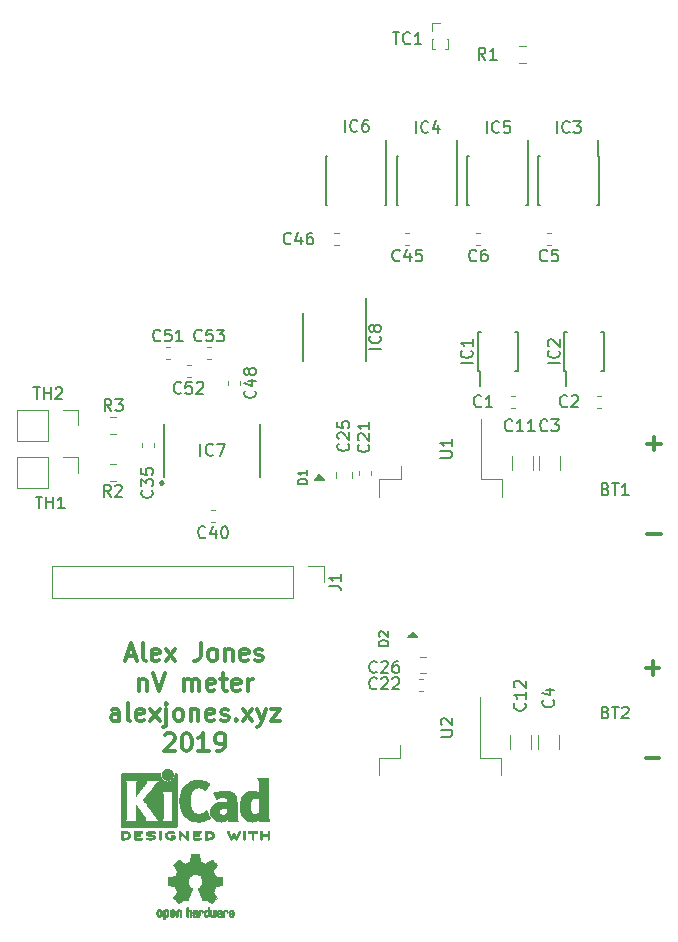
<source format=gbr>
G04 #@! TF.GenerationSoftware,KiCad,Pcbnew,5.0.2-bee76a0~70~ubuntu18.04.1*
G04 #@! TF.CreationDate,2019-10-10T22:37:19-05:00*
G04 #@! TF.ProjectId,nvmeter,6e766d65-7465-4722-9e6b-696361645f70,rev?*
G04 #@! TF.SameCoordinates,Original*
G04 #@! TF.FileFunction,Legend,Top*
G04 #@! TF.FilePolarity,Positive*
%FSLAX46Y46*%
G04 Gerber Fmt 4.6, Leading zero omitted, Abs format (unit mm)*
G04 Created by KiCad (PCBNEW 5.0.2-bee76a0~70~ubuntu18.04.1) date Thu 10 Oct 2019 10:37:19 PM CDT*
%MOMM*%
%LPD*%
G01*
G04 APERTURE LIST*
%ADD10C,0.300000*%
%ADD11C,0.120000*%
%ADD12C,0.150000*%
%ADD13C,0.177800*%
%ADD14C,0.254000*%
%ADD15C,0.010000*%
%ADD16C,0.203200*%
G04 APERTURE END LIST*
D10*
X28864047Y-73575197D02*
X29578332Y-73575197D01*
X28721189Y-74003768D02*
X29221189Y-72503768D01*
X29721189Y-74003768D01*
X30435475Y-74003768D02*
X30292618Y-73932339D01*
X30221189Y-73789482D01*
X30221189Y-72503768D01*
X31578332Y-73932339D02*
X31435475Y-74003768D01*
X31149761Y-74003768D01*
X31006904Y-73932339D01*
X30935475Y-73789482D01*
X30935475Y-73218054D01*
X31006904Y-73075197D01*
X31149761Y-73003768D01*
X31435475Y-73003768D01*
X31578332Y-73075197D01*
X31649761Y-73218054D01*
X31649761Y-73360911D01*
X30935475Y-73503768D01*
X32149761Y-74003768D02*
X32935475Y-73003768D01*
X32149761Y-73003768D02*
X32935475Y-74003768D01*
X35078332Y-72503768D02*
X35078332Y-73575197D01*
X35006904Y-73789482D01*
X34864047Y-73932339D01*
X34649761Y-74003768D01*
X34506904Y-74003768D01*
X36006904Y-74003768D02*
X35864047Y-73932339D01*
X35792618Y-73860911D01*
X35721189Y-73718054D01*
X35721189Y-73289482D01*
X35792618Y-73146625D01*
X35864047Y-73075197D01*
X36006904Y-73003768D01*
X36221189Y-73003768D01*
X36364047Y-73075197D01*
X36435475Y-73146625D01*
X36506904Y-73289482D01*
X36506904Y-73718054D01*
X36435475Y-73860911D01*
X36364047Y-73932339D01*
X36221189Y-74003768D01*
X36006904Y-74003768D01*
X37149761Y-73003768D02*
X37149761Y-74003768D01*
X37149761Y-73146625D02*
X37221189Y-73075197D01*
X37364047Y-73003768D01*
X37578332Y-73003768D01*
X37721189Y-73075197D01*
X37792618Y-73218054D01*
X37792618Y-74003768D01*
X39078332Y-73932339D02*
X38935475Y-74003768D01*
X38649761Y-74003768D01*
X38506904Y-73932339D01*
X38435475Y-73789482D01*
X38435475Y-73218054D01*
X38506904Y-73075197D01*
X38649761Y-73003768D01*
X38935475Y-73003768D01*
X39078332Y-73075197D01*
X39149761Y-73218054D01*
X39149761Y-73360911D01*
X38435475Y-73503768D01*
X39721189Y-73932339D02*
X39864047Y-74003768D01*
X40149761Y-74003768D01*
X40292618Y-73932339D01*
X40364047Y-73789482D01*
X40364047Y-73718054D01*
X40292618Y-73575197D01*
X40149761Y-73503768D01*
X39935475Y-73503768D01*
X39792618Y-73432339D01*
X39721189Y-73289482D01*
X39721189Y-73218054D01*
X39792618Y-73075197D01*
X39935475Y-73003768D01*
X40149761Y-73003768D01*
X40292618Y-73075197D01*
X29899761Y-75553768D02*
X29899761Y-76553768D01*
X29899761Y-75696625D02*
X29971189Y-75625197D01*
X30114047Y-75553768D01*
X30328332Y-75553768D01*
X30471189Y-75625197D01*
X30542618Y-75768054D01*
X30542618Y-76553768D01*
X31042618Y-75053768D02*
X31542618Y-76553768D01*
X32042618Y-75053768D01*
X33685475Y-76553768D02*
X33685475Y-75553768D01*
X33685475Y-75696625D02*
X33756904Y-75625197D01*
X33899761Y-75553768D01*
X34114047Y-75553768D01*
X34256904Y-75625197D01*
X34328332Y-75768054D01*
X34328332Y-76553768D01*
X34328332Y-75768054D02*
X34399761Y-75625197D01*
X34542618Y-75553768D01*
X34756904Y-75553768D01*
X34899761Y-75625197D01*
X34971189Y-75768054D01*
X34971189Y-76553768D01*
X36256904Y-76482339D02*
X36114047Y-76553768D01*
X35828332Y-76553768D01*
X35685475Y-76482339D01*
X35614047Y-76339482D01*
X35614047Y-75768054D01*
X35685475Y-75625197D01*
X35828332Y-75553768D01*
X36114047Y-75553768D01*
X36256904Y-75625197D01*
X36328332Y-75768054D01*
X36328332Y-75910911D01*
X35614047Y-76053768D01*
X36756904Y-75553768D02*
X37328332Y-75553768D01*
X36971189Y-75053768D02*
X36971189Y-76339482D01*
X37042618Y-76482339D01*
X37185475Y-76553768D01*
X37328332Y-76553768D01*
X38399761Y-76482339D02*
X38256904Y-76553768D01*
X37971189Y-76553768D01*
X37828332Y-76482339D01*
X37756904Y-76339482D01*
X37756904Y-75768054D01*
X37828332Y-75625197D01*
X37971189Y-75553768D01*
X38256904Y-75553768D01*
X38399761Y-75625197D01*
X38471189Y-75768054D01*
X38471189Y-75910911D01*
X37756904Y-76053768D01*
X39114047Y-76553768D02*
X39114047Y-75553768D01*
X39114047Y-75839482D02*
X39185475Y-75696625D01*
X39256904Y-75625197D01*
X39399761Y-75553768D01*
X39542618Y-75553768D01*
X28185475Y-79103768D02*
X28185475Y-78318054D01*
X28114047Y-78175197D01*
X27971189Y-78103768D01*
X27685475Y-78103768D01*
X27542618Y-78175197D01*
X28185475Y-79032339D02*
X28042618Y-79103768D01*
X27685475Y-79103768D01*
X27542618Y-79032339D01*
X27471189Y-78889482D01*
X27471189Y-78746625D01*
X27542618Y-78603768D01*
X27685475Y-78532339D01*
X28042618Y-78532339D01*
X28185475Y-78460911D01*
X29114047Y-79103768D02*
X28971189Y-79032339D01*
X28899761Y-78889482D01*
X28899761Y-77603768D01*
X30256904Y-79032339D02*
X30114047Y-79103768D01*
X29828332Y-79103768D01*
X29685475Y-79032339D01*
X29614047Y-78889482D01*
X29614047Y-78318054D01*
X29685475Y-78175197D01*
X29828332Y-78103768D01*
X30114047Y-78103768D01*
X30256904Y-78175197D01*
X30328332Y-78318054D01*
X30328332Y-78460911D01*
X29614047Y-78603768D01*
X30828332Y-79103768D02*
X31614047Y-78103768D01*
X30828332Y-78103768D02*
X31614047Y-79103768D01*
X32185475Y-78103768D02*
X32185475Y-79389482D01*
X32114047Y-79532339D01*
X31971189Y-79603768D01*
X31899761Y-79603768D01*
X32185475Y-77603768D02*
X32114047Y-77675197D01*
X32185475Y-77746625D01*
X32256904Y-77675197D01*
X32185475Y-77603768D01*
X32185475Y-77746625D01*
X33114047Y-79103768D02*
X32971189Y-79032339D01*
X32899761Y-78960911D01*
X32828332Y-78818054D01*
X32828332Y-78389482D01*
X32899761Y-78246625D01*
X32971189Y-78175197D01*
X33114047Y-78103768D01*
X33328332Y-78103768D01*
X33471189Y-78175197D01*
X33542618Y-78246625D01*
X33614047Y-78389482D01*
X33614047Y-78818054D01*
X33542618Y-78960911D01*
X33471189Y-79032339D01*
X33328332Y-79103768D01*
X33114047Y-79103768D01*
X34256904Y-78103768D02*
X34256904Y-79103768D01*
X34256904Y-78246625D02*
X34328332Y-78175197D01*
X34471189Y-78103768D01*
X34685475Y-78103768D01*
X34828332Y-78175197D01*
X34899761Y-78318054D01*
X34899761Y-79103768D01*
X36185475Y-79032339D02*
X36042618Y-79103768D01*
X35756904Y-79103768D01*
X35614047Y-79032339D01*
X35542618Y-78889482D01*
X35542618Y-78318054D01*
X35614047Y-78175197D01*
X35756904Y-78103768D01*
X36042618Y-78103768D01*
X36185475Y-78175197D01*
X36256904Y-78318054D01*
X36256904Y-78460911D01*
X35542618Y-78603768D01*
X36828332Y-79032339D02*
X36971189Y-79103768D01*
X37256904Y-79103768D01*
X37399761Y-79032339D01*
X37471189Y-78889482D01*
X37471189Y-78818054D01*
X37399761Y-78675197D01*
X37256904Y-78603768D01*
X37042618Y-78603768D01*
X36899761Y-78532339D01*
X36828332Y-78389482D01*
X36828332Y-78318054D01*
X36899761Y-78175197D01*
X37042618Y-78103768D01*
X37256904Y-78103768D01*
X37399761Y-78175197D01*
X38114047Y-78960911D02*
X38185475Y-79032339D01*
X38114047Y-79103768D01*
X38042618Y-79032339D01*
X38114047Y-78960911D01*
X38114047Y-79103768D01*
X38685475Y-79103768D02*
X39471189Y-78103768D01*
X38685475Y-78103768D02*
X39471189Y-79103768D01*
X39899761Y-78103768D02*
X40256904Y-79103768D01*
X40614047Y-78103768D02*
X40256904Y-79103768D01*
X40114047Y-79460911D01*
X40042618Y-79532339D01*
X39899761Y-79603768D01*
X41042618Y-78103768D02*
X41828332Y-78103768D01*
X41042618Y-79103768D01*
X41828332Y-79103768D01*
X32042618Y-80296625D02*
X32114047Y-80225197D01*
X32256904Y-80153768D01*
X32614047Y-80153768D01*
X32756904Y-80225197D01*
X32828332Y-80296625D01*
X32899761Y-80439482D01*
X32899761Y-80582339D01*
X32828332Y-80796625D01*
X31971189Y-81653768D01*
X32899761Y-81653768D01*
X33828332Y-80153768D02*
X33971189Y-80153768D01*
X34114047Y-80225197D01*
X34185475Y-80296625D01*
X34256904Y-80439482D01*
X34328332Y-80725197D01*
X34328332Y-81082339D01*
X34256904Y-81368054D01*
X34185475Y-81510911D01*
X34114047Y-81582339D01*
X33971189Y-81653768D01*
X33828332Y-81653768D01*
X33685475Y-81582339D01*
X33614047Y-81510911D01*
X33542618Y-81368054D01*
X33471189Y-81082339D01*
X33471189Y-80725197D01*
X33542618Y-80439482D01*
X33614047Y-80296625D01*
X33685475Y-80225197D01*
X33828332Y-80153768D01*
X35756904Y-81653768D02*
X34899761Y-81653768D01*
X35328332Y-81653768D02*
X35328332Y-80153768D01*
X35185475Y-80368054D01*
X35042618Y-80510911D01*
X34899761Y-80582339D01*
X36471189Y-81653768D02*
X36756904Y-81653768D01*
X36899761Y-81582339D01*
X36971189Y-81510911D01*
X37114047Y-81296625D01*
X37185475Y-81010911D01*
X37185475Y-80439482D01*
X37114047Y-80296625D01*
X37042618Y-80225197D01*
X36899761Y-80153768D01*
X36614047Y-80153768D01*
X36471189Y-80225197D01*
X36399761Y-80296625D01*
X36328332Y-80439482D01*
X36328332Y-80796625D01*
X36399761Y-80939482D01*
X36471189Y-81010911D01*
X36614047Y-81082339D01*
X36899761Y-81082339D01*
X37042618Y-81010911D01*
X37114047Y-80939482D01*
X37185475Y-80796625D01*
X73936553Y-82241577D02*
X72793696Y-82241577D01*
X73936553Y-74641577D02*
X72793696Y-74641577D01*
X73365125Y-74070148D02*
X73365125Y-75213005D01*
X74036553Y-63241577D02*
X72893696Y-63241577D01*
X74036553Y-55641577D02*
X72893696Y-55641577D01*
X73465125Y-55070148D02*
X73465125Y-56213005D01*
D11*
G04 #@! TO.C,TC1*
X54647310Y-22228271D02*
X54947817Y-22228271D01*
X55736803Y-22228271D02*
X56037310Y-22228271D01*
X54647310Y-21353271D02*
X54647310Y-22228271D01*
X56037310Y-21353271D02*
X56037310Y-22228271D01*
X54647310Y-21353271D02*
X54734034Y-21353271D01*
X55950586Y-21353271D02*
X56037310Y-21353271D01*
X54647310Y-20668271D02*
X54647310Y-19983271D01*
X54647310Y-19983271D02*
X55342310Y-19983271D01*
G04 #@! TO.C,TH2*
X24729191Y-52765059D02*
X24729191Y-54095059D01*
X23399191Y-52765059D02*
X24729191Y-52765059D01*
X22129191Y-52765059D02*
X22129191Y-55425059D01*
X22129191Y-55425059D02*
X19529191Y-55425059D01*
X22129191Y-52765059D02*
X19529191Y-52765059D01*
X19529191Y-52765059D02*
X19529191Y-55425059D01*
G04 #@! TO.C,TH1*
X19529191Y-56765059D02*
X19529191Y-59425059D01*
X22129191Y-56765059D02*
X19529191Y-56765059D01*
X22129191Y-59425059D02*
X19529191Y-59425059D01*
X22129191Y-56765059D02*
X22129191Y-59425059D01*
X23399191Y-56765059D02*
X24729191Y-56765059D01*
X24729191Y-56765059D02*
X24729191Y-58095059D01*
G04 #@! TO.C,J1*
X22544047Y-66020197D02*
X22544047Y-68680197D01*
X42924047Y-66020197D02*
X22544047Y-66020197D01*
X42924047Y-68680197D02*
X22544047Y-68680197D01*
X42924047Y-66020197D02*
X42924047Y-68680197D01*
X44194047Y-66020197D02*
X45524047Y-66020197D01*
X45524047Y-66020197D02*
X45524047Y-67350197D01*
G04 #@! TO.C,C2*
X68611852Y-52594786D02*
X68954386Y-52594786D01*
X68611852Y-51574786D02*
X68954386Y-51574786D01*
G04 #@! TO.C,C5*
X64763577Y-37808271D02*
X64421043Y-37808271D01*
X64763577Y-38828271D02*
X64421043Y-38828271D01*
G04 #@! TO.C,C6*
X58763577Y-37808271D02*
X58421043Y-37808271D01*
X58763577Y-38828271D02*
X58421043Y-38828271D01*
G04 #@! TO.C,C53*
X35646080Y-48461257D02*
X35988614Y-48461257D01*
X35646080Y-47441257D02*
X35988614Y-47441257D01*
G04 #@! TO.C,C1*
X61332275Y-52595894D02*
X61674809Y-52595894D01*
X61332275Y-51575894D02*
X61674809Y-51575894D01*
G04 #@! TO.C,C51*
X32146080Y-48461257D02*
X32488614Y-48461257D01*
X32146080Y-47441257D02*
X32488614Y-47441257D01*
G04 #@! TO.C,C48*
X38399927Y-50331050D02*
X38399927Y-50673584D01*
X37379927Y-50331050D02*
X37379927Y-50673584D01*
G04 #@! TO.C,C46*
X46763577Y-37808271D02*
X46421043Y-37808271D01*
X46763577Y-38828271D02*
X46421043Y-38828271D01*
G04 #@! TO.C,C45*
X52763577Y-38828271D02*
X52421043Y-38828271D01*
X52763577Y-37808271D02*
X52421043Y-37808271D01*
G04 #@! TO.C,C21*
X48510613Y-57933239D02*
X48510613Y-58275773D01*
X49530613Y-57933239D02*
X49530613Y-58275773D01*
G04 #@! TO.C,C22*
X53907533Y-76589070D02*
X53564999Y-76589070D01*
X53907533Y-75569070D02*
X53564999Y-75569070D01*
G04 #@! TO.C,C40*
X36311194Y-61242317D02*
X35968660Y-61242317D01*
X36311194Y-62262317D02*
X35968660Y-62262317D01*
G04 #@! TO.C,C52*
X33896080Y-48941257D02*
X34238614Y-48941257D01*
X33896080Y-49961257D02*
X34238614Y-49961257D01*
G04 #@! TO.C,C35*
X30084047Y-55921464D02*
X30084047Y-55578930D01*
X31104047Y-55921464D02*
X31104047Y-55578930D01*
G04 #@! TO.C,C25*
X46510613Y-58018254D02*
X46510613Y-58540758D01*
X47930613Y-58018254D02*
X47930613Y-58540758D01*
G04 #@! TO.C,C26*
X54197518Y-75089070D02*
X53675014Y-75089070D01*
X54197518Y-73669070D02*
X53675014Y-73669070D01*
G04 #@! TO.C,C4*
X63649645Y-80264502D02*
X63649645Y-81468630D01*
X65469645Y-80264502D02*
X65469645Y-81468630D01*
G04 #@! TO.C,C3*
X65530613Y-56677442D02*
X65530613Y-57881570D01*
X63710613Y-56677442D02*
X63710613Y-57881570D01*
G04 #@! TO.C,C12*
X61249645Y-80264502D02*
X61249645Y-81468630D01*
X63069645Y-80264502D02*
X63069645Y-81468630D01*
G04 #@! TO.C,C11*
X63230613Y-56677442D02*
X63230613Y-57881570D01*
X61410613Y-56677442D02*
X61410613Y-57881570D01*
D12*
G04 #@! TO.C,IC1*
X58753542Y-49510894D02*
X58753542Y-50760894D01*
X61928542Y-49510894D02*
X61928542Y-46160894D01*
X58578542Y-49510894D02*
X58578542Y-46160894D01*
X61928542Y-49510894D02*
X61678542Y-49510894D01*
X61928542Y-46160894D02*
X61678542Y-46160894D01*
X58578542Y-46160894D02*
X58828542Y-46160894D01*
X58578542Y-49510894D02*
X58753542Y-49510894D01*
G04 #@! TO.C,IC2*
X65858119Y-49509786D02*
X66033119Y-49509786D01*
X65858119Y-46159786D02*
X66108119Y-46159786D01*
X69208119Y-46159786D02*
X68958119Y-46159786D01*
X69208119Y-49509786D02*
X68958119Y-49509786D01*
X65858119Y-49509786D02*
X65858119Y-46159786D01*
X69208119Y-49509786D02*
X69208119Y-46159786D01*
X66033119Y-49509786D02*
X66033119Y-50759786D01*
G04 #@! TO.C,IC5*
X62772310Y-31293271D02*
X62772310Y-29893271D01*
X57672310Y-31293271D02*
X57672310Y-35443271D01*
X62822310Y-31293271D02*
X62822310Y-35443271D01*
X57672310Y-31293271D02*
X57817310Y-31293271D01*
X57672310Y-35443271D02*
X57817310Y-35443271D01*
X62822310Y-35443271D02*
X62677310Y-35443271D01*
X62822310Y-31293271D02*
X62772310Y-31293271D01*
G04 #@! TO.C,IC4*
X56822310Y-31293271D02*
X56772310Y-31293271D01*
X56822310Y-35443271D02*
X56677310Y-35443271D01*
X51672310Y-35443271D02*
X51817310Y-35443271D01*
X51672310Y-31293271D02*
X51817310Y-31293271D01*
X56822310Y-31293271D02*
X56822310Y-35443271D01*
X51672310Y-31293271D02*
X51672310Y-35443271D01*
X56772310Y-31293271D02*
X56772310Y-29893271D01*
G04 #@! TO.C,IC3*
X68772310Y-31293271D02*
X68772310Y-29893271D01*
X63672310Y-31293271D02*
X63672310Y-35443271D01*
X68822310Y-31293271D02*
X68822310Y-35443271D01*
X63672310Y-31293271D02*
X63817310Y-31293271D01*
X63672310Y-35443271D02*
X63817310Y-35443271D01*
X68822310Y-35443271D02*
X68677310Y-35443271D01*
X68822310Y-31293271D02*
X68772310Y-31293271D01*
G04 #@! TO.C,IC6*
X50822310Y-31293271D02*
X50772310Y-31293271D01*
X50822310Y-35443271D02*
X50677310Y-35443271D01*
X45672310Y-35443271D02*
X45817310Y-35443271D01*
X45672310Y-31293271D02*
X45817310Y-31293271D01*
X50822310Y-31293271D02*
X50822310Y-35443271D01*
X45672310Y-31293271D02*
X45672310Y-35443271D01*
X50772310Y-31293271D02*
X50772310Y-29893271D01*
G04 #@! TO.C,IC8*
X43729847Y-44601257D02*
X43729847Y-48601257D01*
X49129847Y-43326257D02*
X49129847Y-48601257D01*
D11*
G04 #@! TO.C,U1*
X52030613Y-58629506D02*
X52030613Y-57529506D01*
X50220613Y-58629506D02*
X52030613Y-58629506D01*
X50220613Y-60129506D02*
X50220613Y-58629506D01*
X58810613Y-58629506D02*
X58810613Y-53504506D01*
X60620613Y-58629506D02*
X58810613Y-58629506D01*
X60620613Y-60129506D02*
X60620613Y-58629506D01*
G04 #@! TO.C,U2*
X60559645Y-83716566D02*
X60559645Y-82216566D01*
X60559645Y-82216566D02*
X58749645Y-82216566D01*
X58749645Y-82216566D02*
X58749645Y-77091566D01*
X50159645Y-83716566D02*
X50159645Y-82216566D01*
X50159645Y-82216566D02*
X51969645Y-82216566D01*
X51969645Y-82216566D02*
X51969645Y-81116566D01*
G04 #@! TO.C,R1*
X62603562Y-23378271D02*
X62081058Y-23378271D01*
X62603562Y-21958271D02*
X62081058Y-21958271D01*
G04 #@! TO.C,R2*
X27910443Y-57385059D02*
X27387939Y-57385059D01*
X27910443Y-58805059D02*
X27387939Y-58805059D01*
G04 #@! TO.C,R3*
X27910443Y-54805059D02*
X27387939Y-54805059D01*
X27910443Y-53385059D02*
X27387939Y-53385059D01*
D12*
G04 #@! TO.C,D1*
X45528542Y-58685894D02*
X44728542Y-58685894D01*
X44728542Y-58685894D02*
X45128542Y-58285894D01*
X45128542Y-58285894D02*
X45528542Y-58685894D01*
X45328542Y-58685894D02*
X45128542Y-58385894D01*
X45128542Y-58385894D02*
X44928542Y-58685894D01*
X45128542Y-58685894D02*
X45128542Y-58485894D01*
G04 #@! TO.C,D2*
X53028542Y-72035894D02*
X53028542Y-71835894D01*
X53028542Y-71735894D02*
X52828542Y-72035894D01*
X53228542Y-72035894D02*
X53028542Y-71735894D01*
X53028542Y-71635894D02*
X53428542Y-72035894D01*
X52628542Y-72035894D02*
X53028542Y-71635894D01*
X53428542Y-72035894D02*
X52628542Y-72035894D01*
D13*
G04 #@! TO.C,IC7*
X32013507Y-58449157D02*
X31990647Y-58449157D01*
X31990647Y-58449157D02*
X31990647Y-53953357D01*
X31990647Y-53953357D02*
X32013507Y-53953357D01*
X40121187Y-58449157D02*
X40144047Y-58449157D01*
X40144047Y-58449157D02*
X40144047Y-53953357D01*
X40144047Y-53953357D02*
X40121187Y-53953357D01*
D14*
X31759507Y-59084157D02*
X31632507Y-58957157D01*
X31632507Y-58957157D02*
X31759507Y-58830157D01*
X31759507Y-58830157D02*
X31886507Y-58957157D01*
X31886507Y-58957157D02*
X31759507Y-59084157D01*
D15*
G04 #@! TO.C,REF\002A\002A*
G36*
X40842870Y-88424730D02*
X40874249Y-88446973D01*
X40901958Y-88474682D01*
X40901958Y-88784117D01*
X40901885Y-88875996D01*
X40901542Y-88948037D01*
X40900739Y-89002977D01*
X40899288Y-89043557D01*
X40896999Y-89072514D01*
X40893683Y-89092588D01*
X40889152Y-89106518D01*
X40883216Y-89117042D01*
X40878561Y-89123297D01*
X40847830Y-89147870D01*
X40812543Y-89150538D01*
X40780292Y-89135468D01*
X40769635Y-89126571D01*
X40762511Y-89114754D01*
X40758214Y-89095723D01*
X40756038Y-89065189D01*
X40755275Y-89018859D01*
X40755202Y-88983068D01*
X40755202Y-88848242D01*
X40258491Y-88848242D01*
X40258491Y-88970897D01*
X40257978Y-89026984D01*
X40255923Y-89065530D01*
X40251555Y-89091558D01*
X40244103Y-89110094D01*
X40235094Y-89123297D01*
X40204191Y-89147801D01*
X40169243Y-89150703D01*
X40135785Y-89133286D01*
X40126651Y-89124156D01*
X40120199Y-89112052D01*
X40115944Y-89093198D01*
X40113399Y-89063817D01*
X40112076Y-89020134D01*
X40111490Y-88958372D01*
X40111422Y-88944197D01*
X40110938Y-88827828D01*
X40110688Y-88731924D01*
X40110770Y-88654374D01*
X40111278Y-88593066D01*
X40112309Y-88545887D01*
X40113960Y-88510727D01*
X40116326Y-88485473D01*
X40119504Y-88468014D01*
X40123591Y-88456238D01*
X40128681Y-88448032D01*
X40134313Y-88441842D01*
X40166175Y-88422041D01*
X40199404Y-88424730D01*
X40230782Y-88446973D01*
X40243480Y-88461323D01*
X40251573Y-88477175D01*
X40256089Y-88499751D01*
X40258053Y-88534275D01*
X40258491Y-88585973D01*
X40258491Y-88701486D01*
X40755202Y-88701486D01*
X40755202Y-88582953D01*
X40755709Y-88528345D01*
X40757745Y-88491472D01*
X40762082Y-88467504D01*
X40769494Y-88451612D01*
X40777780Y-88441842D01*
X40809641Y-88422041D01*
X40842870Y-88424730D01*
X40842870Y-88424730D01*
G37*
X40842870Y-88424730D02*
X40874249Y-88446973D01*
X40901958Y-88474682D01*
X40901958Y-88784117D01*
X40901885Y-88875996D01*
X40901542Y-88948037D01*
X40900739Y-89002977D01*
X40899288Y-89043557D01*
X40896999Y-89072514D01*
X40893683Y-89092588D01*
X40889152Y-89106518D01*
X40883216Y-89117042D01*
X40878561Y-89123297D01*
X40847830Y-89147870D01*
X40812543Y-89150538D01*
X40780292Y-89135468D01*
X40769635Y-89126571D01*
X40762511Y-89114754D01*
X40758214Y-89095723D01*
X40756038Y-89065189D01*
X40755275Y-89018859D01*
X40755202Y-88983068D01*
X40755202Y-88848242D01*
X40258491Y-88848242D01*
X40258491Y-88970897D01*
X40257978Y-89026984D01*
X40255923Y-89065530D01*
X40251555Y-89091558D01*
X40244103Y-89110094D01*
X40235094Y-89123297D01*
X40204191Y-89147801D01*
X40169243Y-89150703D01*
X40135785Y-89133286D01*
X40126651Y-89124156D01*
X40120199Y-89112052D01*
X40115944Y-89093198D01*
X40113399Y-89063817D01*
X40112076Y-89020134D01*
X40111490Y-88958372D01*
X40111422Y-88944197D01*
X40110938Y-88827828D01*
X40110688Y-88731924D01*
X40110770Y-88654374D01*
X40111278Y-88593066D01*
X40112309Y-88545887D01*
X40113960Y-88510727D01*
X40116326Y-88485473D01*
X40119504Y-88468014D01*
X40123591Y-88456238D01*
X40128681Y-88448032D01*
X40134313Y-88441842D01*
X40166175Y-88422041D01*
X40199404Y-88424730D01*
X40230782Y-88446973D01*
X40243480Y-88461323D01*
X40251573Y-88477175D01*
X40256089Y-88499751D01*
X40258053Y-88534275D01*
X40258491Y-88585973D01*
X40258491Y-88701486D01*
X40755202Y-88701486D01*
X40755202Y-88582953D01*
X40755709Y-88528345D01*
X40757745Y-88491472D01*
X40762082Y-88467504D01*
X40769494Y-88451612D01*
X40777780Y-88441842D01*
X40809641Y-88422041D01*
X40842870Y-88424730D01*
G36*
X39577112Y-88419360D02*
X39655819Y-88419739D01*
X39716910Y-88420530D01*
X39762864Y-88421867D01*
X39796161Y-88423880D01*
X39819283Y-88426703D01*
X39834709Y-88430466D01*
X39844918Y-88435302D01*
X39849860Y-88439019D01*
X39875504Y-88471555D01*
X39878606Y-88505335D01*
X39862758Y-88536023D01*
X39852395Y-88548286D01*
X39841243Y-88556647D01*
X39825082Y-88561854D01*
X39799689Y-88564654D01*
X39760845Y-88565793D01*
X39704327Y-88566018D01*
X39693227Y-88566019D01*
X39547291Y-88566019D01*
X39547291Y-88836953D01*
X39547195Y-88922351D01*
X39546758Y-88988061D01*
X39545759Y-89036971D01*
X39543975Y-89071970D01*
X39541184Y-89095946D01*
X39537164Y-89111790D01*
X39531692Y-89122388D01*
X39524713Y-89130464D01*
X39491781Y-89150309D01*
X39457401Y-89148745D01*
X39426223Y-89126103D01*
X39423933Y-89123297D01*
X39416476Y-89112689D01*
X39410794Y-89100278D01*
X39406648Y-89083047D01*
X39403797Y-89057981D01*
X39402001Y-89022064D01*
X39401019Y-88972280D01*
X39400611Y-88905614D01*
X39400536Y-88829786D01*
X39400536Y-88566019D01*
X39261174Y-88566019D01*
X39201369Y-88565615D01*
X39159965Y-88564037D01*
X39132795Y-88560744D01*
X39115693Y-88555189D01*
X39104490Y-88546828D01*
X39103130Y-88545375D01*
X39086772Y-88512136D01*
X39088219Y-88474559D01*
X39107025Y-88441842D01*
X39114297Y-88435495D01*
X39123674Y-88430463D01*
X39137656Y-88426593D01*
X39158743Y-88423734D01*
X39189436Y-88421732D01*
X39232236Y-88420436D01*
X39289642Y-88419695D01*
X39364157Y-88419355D01*
X39458280Y-88419265D01*
X39478307Y-88419264D01*
X39577112Y-88419360D01*
X39577112Y-88419360D01*
G37*
X39577112Y-88419360D02*
X39655819Y-88419739D01*
X39716910Y-88420530D01*
X39762864Y-88421867D01*
X39796161Y-88423880D01*
X39819283Y-88426703D01*
X39834709Y-88430466D01*
X39844918Y-88435302D01*
X39849860Y-88439019D01*
X39875504Y-88471555D01*
X39878606Y-88505335D01*
X39862758Y-88536023D01*
X39852395Y-88548286D01*
X39841243Y-88556647D01*
X39825082Y-88561854D01*
X39799689Y-88564654D01*
X39760845Y-88565793D01*
X39704327Y-88566018D01*
X39693227Y-88566019D01*
X39547291Y-88566019D01*
X39547291Y-88836953D01*
X39547195Y-88922351D01*
X39546758Y-88988061D01*
X39545759Y-89036971D01*
X39543975Y-89071970D01*
X39541184Y-89095946D01*
X39537164Y-89111790D01*
X39531692Y-89122388D01*
X39524713Y-89130464D01*
X39491781Y-89150309D01*
X39457401Y-89148745D01*
X39426223Y-89126103D01*
X39423933Y-89123297D01*
X39416476Y-89112689D01*
X39410794Y-89100278D01*
X39406648Y-89083047D01*
X39403797Y-89057981D01*
X39402001Y-89022064D01*
X39401019Y-88972280D01*
X39400611Y-88905614D01*
X39400536Y-88829786D01*
X39400536Y-88566019D01*
X39261174Y-88566019D01*
X39201369Y-88565615D01*
X39159965Y-88564037D01*
X39132795Y-88560744D01*
X39115693Y-88555189D01*
X39104490Y-88546828D01*
X39103130Y-88545375D01*
X39086772Y-88512136D01*
X39088219Y-88474559D01*
X39107025Y-88441842D01*
X39114297Y-88435495D01*
X39123674Y-88430463D01*
X39137656Y-88426593D01*
X39158743Y-88423734D01*
X39189436Y-88421732D01*
X39232236Y-88420436D01*
X39289642Y-88419695D01*
X39364157Y-88419355D01*
X39458280Y-88419265D01*
X39478307Y-88419264D01*
X39577112Y-88419360D01*
G36*
X38802661Y-88426074D02*
X38826374Y-88440844D01*
X38853025Y-88462424D01*
X38853025Y-88783970D01*
X38852940Y-88878027D01*
X38852576Y-88952129D01*
X38851771Y-89008901D01*
X38850360Y-89050965D01*
X38848180Y-89080945D01*
X38845068Y-89101464D01*
X38840861Y-89115146D01*
X38835395Y-89124613D01*
X38831519Y-89129279D01*
X38800081Y-89149772D01*
X38764280Y-89148936D01*
X38732920Y-89131461D01*
X38706269Y-89109881D01*
X38706269Y-88462424D01*
X38732920Y-88440844D01*
X38758641Y-88425146D01*
X38779647Y-88419264D01*
X38802661Y-88426074D01*
X38802661Y-88426074D01*
G37*
X38802661Y-88426074D02*
X38826374Y-88440844D01*
X38853025Y-88462424D01*
X38853025Y-88783970D01*
X38852940Y-88878027D01*
X38852576Y-88952129D01*
X38851771Y-89008901D01*
X38850360Y-89050965D01*
X38848180Y-89080945D01*
X38845068Y-89101464D01*
X38840861Y-89115146D01*
X38835395Y-89124613D01*
X38831519Y-89129279D01*
X38800081Y-89149772D01*
X38764280Y-89148936D01*
X38732920Y-89131461D01*
X38706269Y-89109881D01*
X38706269Y-88462424D01*
X38732920Y-88440844D01*
X38758641Y-88425146D01*
X38779647Y-88419264D01*
X38802661Y-88426074D01*
G36*
X38358712Y-88421231D02*
X38378302Y-88428232D01*
X38379057Y-88428574D01*
X38405660Y-88448875D01*
X38420317Y-88469758D01*
X38423185Y-88479549D01*
X38423043Y-88492558D01*
X38419008Y-88511092D01*
X38410193Y-88537454D01*
X38395716Y-88573949D01*
X38374692Y-88622884D01*
X38346235Y-88686562D01*
X38309462Y-88767290D01*
X38289222Y-88811413D01*
X38252672Y-88890182D01*
X38218362Y-88962620D01*
X38187599Y-89026077D01*
X38161695Y-89077905D01*
X38141957Y-89115456D01*
X38129697Y-89136081D01*
X38127271Y-89138930D01*
X38096230Y-89151499D01*
X38061168Y-89149816D01*
X38033047Y-89134529D01*
X38031901Y-89133286D01*
X38020715Y-89116351D01*
X38001951Y-89083367D01*
X37977922Y-89038577D01*
X37950944Y-88986229D01*
X37941248Y-88966939D01*
X37868061Y-88820347D01*
X37788287Y-88979590D01*
X37759814Y-89034612D01*
X37733397Y-89082329D01*
X37711195Y-89119090D01*
X37695366Y-89141241D01*
X37690001Y-89145938D01*
X37648304Y-89152299D01*
X37613896Y-89138930D01*
X37603775Y-89124643D01*
X37586261Y-89092889D01*
X37562782Y-89046794D01*
X37534767Y-88989482D01*
X37503646Y-88924077D01*
X37470846Y-88853704D01*
X37437797Y-88781488D01*
X37405928Y-88710552D01*
X37376666Y-88644022D01*
X37351442Y-88585023D01*
X37331683Y-88536678D01*
X37318819Y-88502112D01*
X37314278Y-88484450D01*
X37314324Y-88483810D01*
X37325373Y-88461585D01*
X37347457Y-88438950D01*
X37348757Y-88437965D01*
X37375900Y-88422622D01*
X37401005Y-88422771D01*
X37410415Y-88425663D01*
X37421881Y-88431915D01*
X37434057Y-88444211D01*
X37448404Y-88465105D01*
X37466383Y-88497146D01*
X37489454Y-88542885D01*
X37519077Y-88604874D01*
X37545792Y-88662095D01*
X37576527Y-88728423D01*
X37604068Y-88788071D01*
X37626985Y-88837922D01*
X37643845Y-88874861D01*
X37653220Y-88895770D01*
X37654587Y-88899042D01*
X37660736Y-88893694D01*
X37674869Y-88871306D01*
X37695104Y-88835143D01*
X37719562Y-88788474D01*
X37729295Y-88769219D01*
X37762264Y-88704201D01*
X37787690Y-88656851D01*
X37807659Y-88624416D01*
X37824257Y-88604143D01*
X37839571Y-88593279D01*
X37855687Y-88589072D01*
X37866190Y-88588597D01*
X37884717Y-88590239D01*
X37900951Y-88597028D01*
X37917082Y-88611763D01*
X37935298Y-88637241D01*
X37957786Y-88676258D01*
X37986736Y-88731611D01*
X38002709Y-88763100D01*
X38028617Y-88813284D01*
X38051214Y-88854901D01*
X38068505Y-88884439D01*
X38078497Y-88898386D01*
X38079856Y-88898967D01*
X38086308Y-88887990D01*
X38100755Y-88859487D01*
X38121750Y-88816441D01*
X38147844Y-88761835D01*
X38177593Y-88698651D01*
X38192227Y-88667268D01*
X38230297Y-88586275D01*
X38260952Y-88523953D01*
X38285784Y-88478268D01*
X38306384Y-88447186D01*
X38324345Y-88428675D01*
X38341257Y-88420701D01*
X38358712Y-88421231D01*
X38358712Y-88421231D01*
G37*
X38358712Y-88421231D02*
X38378302Y-88428232D01*
X38379057Y-88428574D01*
X38405660Y-88448875D01*
X38420317Y-88469758D01*
X38423185Y-88479549D01*
X38423043Y-88492558D01*
X38419008Y-88511092D01*
X38410193Y-88537454D01*
X38395716Y-88573949D01*
X38374692Y-88622884D01*
X38346235Y-88686562D01*
X38309462Y-88767290D01*
X38289222Y-88811413D01*
X38252672Y-88890182D01*
X38218362Y-88962620D01*
X38187599Y-89026077D01*
X38161695Y-89077905D01*
X38141957Y-89115456D01*
X38129697Y-89136081D01*
X38127271Y-89138930D01*
X38096230Y-89151499D01*
X38061168Y-89149816D01*
X38033047Y-89134529D01*
X38031901Y-89133286D01*
X38020715Y-89116351D01*
X38001951Y-89083367D01*
X37977922Y-89038577D01*
X37950944Y-88986229D01*
X37941248Y-88966939D01*
X37868061Y-88820347D01*
X37788287Y-88979590D01*
X37759814Y-89034612D01*
X37733397Y-89082329D01*
X37711195Y-89119090D01*
X37695366Y-89141241D01*
X37690001Y-89145938D01*
X37648304Y-89152299D01*
X37613896Y-89138930D01*
X37603775Y-89124643D01*
X37586261Y-89092889D01*
X37562782Y-89046794D01*
X37534767Y-88989482D01*
X37503646Y-88924077D01*
X37470846Y-88853704D01*
X37437797Y-88781488D01*
X37405928Y-88710552D01*
X37376666Y-88644022D01*
X37351442Y-88585023D01*
X37331683Y-88536678D01*
X37318819Y-88502112D01*
X37314278Y-88484450D01*
X37314324Y-88483810D01*
X37325373Y-88461585D01*
X37347457Y-88438950D01*
X37348757Y-88437965D01*
X37375900Y-88422622D01*
X37401005Y-88422771D01*
X37410415Y-88425663D01*
X37421881Y-88431915D01*
X37434057Y-88444211D01*
X37448404Y-88465105D01*
X37466383Y-88497146D01*
X37489454Y-88542885D01*
X37519077Y-88604874D01*
X37545792Y-88662095D01*
X37576527Y-88728423D01*
X37604068Y-88788071D01*
X37626985Y-88837922D01*
X37643845Y-88874861D01*
X37653220Y-88895770D01*
X37654587Y-88899042D01*
X37660736Y-88893694D01*
X37674869Y-88871306D01*
X37695104Y-88835143D01*
X37719562Y-88788474D01*
X37729295Y-88769219D01*
X37762264Y-88704201D01*
X37787690Y-88656851D01*
X37807659Y-88624416D01*
X37824257Y-88604143D01*
X37839571Y-88593279D01*
X37855687Y-88589072D01*
X37866190Y-88588597D01*
X37884717Y-88590239D01*
X37900951Y-88597028D01*
X37917082Y-88611763D01*
X37935298Y-88637241D01*
X37957786Y-88676258D01*
X37986736Y-88731611D01*
X38002709Y-88763100D01*
X38028617Y-88813284D01*
X38051214Y-88854901D01*
X38068505Y-88884439D01*
X38078497Y-88898386D01*
X38079856Y-88898967D01*
X38086308Y-88887990D01*
X38100755Y-88859487D01*
X38121750Y-88816441D01*
X38147844Y-88761835D01*
X38177593Y-88698651D01*
X38192227Y-88667268D01*
X38230297Y-88586275D01*
X38260952Y-88523953D01*
X38285784Y-88478268D01*
X38306384Y-88447186D01*
X38324345Y-88428675D01*
X38341257Y-88420701D01*
X38358712Y-88421231D01*
G36*
X35632356Y-88419472D02*
X35761335Y-88423833D01*
X35871038Y-88437058D01*
X35963273Y-88459938D01*
X36039849Y-88493267D01*
X36102574Y-88537835D01*
X36153259Y-88594433D01*
X36193710Y-88663855D01*
X36194506Y-88665548D01*
X36218648Y-88727680D01*
X36227250Y-88782706D01*
X36220278Y-88838084D01*
X36197701Y-88901270D01*
X36193419Y-88910886D01*
X36164219Y-88967163D01*
X36131403Y-89010648D01*
X36089049Y-89047614D01*
X36031237Y-89084332D01*
X36027878Y-89086249D01*
X35977551Y-89110424D01*
X35920668Y-89128479D01*
X35853574Y-89141036D01*
X35772612Y-89148719D01*
X35674129Y-89152150D01*
X35639333Y-89152448D01*
X35473641Y-89153042D01*
X35450244Y-89123297D01*
X35443304Y-89113516D01*
X35437889Y-89102094D01*
X35433812Y-89086292D01*
X35430884Y-89063372D01*
X35428914Y-89030593D01*
X35428272Y-89006286D01*
X35584891Y-89006286D01*
X35678773Y-89006286D01*
X35733711Y-89004680D01*
X35790107Y-89000452D01*
X35836392Y-88994489D01*
X35839186Y-88993987D01*
X35921395Y-88971933D01*
X35985161Y-88938797D01*
X36032499Y-88893044D01*
X36065429Y-88833136D01*
X36071155Y-88817258D01*
X36076768Y-88792530D01*
X36074338Y-88768099D01*
X36062514Y-88735597D01*
X36055387Y-88719631D01*
X36032047Y-88677203D01*
X36003927Y-88647437D01*
X35972987Y-88626708D01*
X35911013Y-88599734D01*
X35831698Y-88580195D01*
X35739300Y-88568943D01*
X35672380Y-88566467D01*
X35584891Y-88566019D01*
X35584891Y-89006286D01*
X35428272Y-89006286D01*
X35427715Y-88985218D01*
X35427097Y-88924508D01*
X35426872Y-88845723D01*
X35426847Y-88784117D01*
X35426847Y-88474682D01*
X35454556Y-88446973D01*
X35466853Y-88435741D01*
X35480150Y-88428050D01*
X35498719Y-88423237D01*
X35526833Y-88420643D01*
X35568764Y-88419607D01*
X35628784Y-88419467D01*
X35632356Y-88419472D01*
X35632356Y-88419472D01*
G37*
X35632356Y-88419472D02*
X35761335Y-88423833D01*
X35871038Y-88437058D01*
X35963273Y-88459938D01*
X36039849Y-88493267D01*
X36102574Y-88537835D01*
X36153259Y-88594433D01*
X36193710Y-88663855D01*
X36194506Y-88665548D01*
X36218648Y-88727680D01*
X36227250Y-88782706D01*
X36220278Y-88838084D01*
X36197701Y-88901270D01*
X36193419Y-88910886D01*
X36164219Y-88967163D01*
X36131403Y-89010648D01*
X36089049Y-89047614D01*
X36031237Y-89084332D01*
X36027878Y-89086249D01*
X35977551Y-89110424D01*
X35920668Y-89128479D01*
X35853574Y-89141036D01*
X35772612Y-89148719D01*
X35674129Y-89152150D01*
X35639333Y-89152448D01*
X35473641Y-89153042D01*
X35450244Y-89123297D01*
X35443304Y-89113516D01*
X35437889Y-89102094D01*
X35433812Y-89086292D01*
X35430884Y-89063372D01*
X35428914Y-89030593D01*
X35428272Y-89006286D01*
X35584891Y-89006286D01*
X35678773Y-89006286D01*
X35733711Y-89004680D01*
X35790107Y-89000452D01*
X35836392Y-88994489D01*
X35839186Y-88993987D01*
X35921395Y-88971933D01*
X35985161Y-88938797D01*
X36032499Y-88893044D01*
X36065429Y-88833136D01*
X36071155Y-88817258D01*
X36076768Y-88792530D01*
X36074338Y-88768099D01*
X36062514Y-88735597D01*
X36055387Y-88719631D01*
X36032047Y-88677203D01*
X36003927Y-88647437D01*
X35972987Y-88626708D01*
X35911013Y-88599734D01*
X35831698Y-88580195D01*
X35739300Y-88568943D01*
X35672380Y-88566467D01*
X35584891Y-88566019D01*
X35584891Y-89006286D01*
X35428272Y-89006286D01*
X35427715Y-88985218D01*
X35427097Y-88924508D01*
X35426872Y-88845723D01*
X35426847Y-88784117D01*
X35426847Y-88474682D01*
X35454556Y-88446973D01*
X35466853Y-88435741D01*
X35480150Y-88428050D01*
X35498719Y-88423237D01*
X35526833Y-88420643D01*
X35568764Y-88419607D01*
X35628784Y-88419467D01*
X35632356Y-88419472D01*
G36*
X34844390Y-88419457D02*
X34920748Y-88420371D01*
X34979264Y-88422508D01*
X35022302Y-88426372D01*
X35052230Y-88432464D01*
X35071415Y-88441287D01*
X35082223Y-88453343D01*
X35087020Y-88469136D01*
X35088174Y-88489167D01*
X35088180Y-88491532D01*
X35087178Y-88514189D01*
X35082443Y-88531700D01*
X35071380Y-88544771D01*
X35051395Y-88554110D01*
X35019893Y-88560424D01*
X34974279Y-88564419D01*
X34911960Y-88566803D01*
X34830340Y-88568283D01*
X34805324Y-88568611D01*
X34563247Y-88571664D01*
X34559861Y-88636575D01*
X34556476Y-88701486D01*
X34724623Y-88701486D01*
X34790313Y-88701728D01*
X34837219Y-88702753D01*
X34869130Y-88705008D01*
X34889838Y-88708939D01*
X34903131Y-88714995D01*
X34912802Y-88723621D01*
X34912864Y-88723690D01*
X34930403Y-88757309D01*
X34929769Y-88793645D01*
X34911361Y-88824620D01*
X34907718Y-88827804D01*
X34894788Y-88836009D01*
X34877071Y-88841718D01*
X34850617Y-88845359D01*
X34811479Y-88847364D01*
X34755709Y-88848161D01*
X34720041Y-88848242D01*
X34557602Y-88848242D01*
X34557602Y-89006286D01*
X34804208Y-89006286D01*
X34885627Y-89006428D01*
X34947457Y-89007011D01*
X34992684Y-89008265D01*
X35024295Y-89010424D01*
X35045278Y-89013720D01*
X35058620Y-89018386D01*
X35067308Y-89024654D01*
X35069497Y-89026930D01*
X35085661Y-89058477D01*
X35086844Y-89094365D01*
X35073583Y-89125482D01*
X35063090Y-89135468D01*
X35052176Y-89140966D01*
X35035264Y-89145219D01*
X35009680Y-89148377D01*
X34972748Y-89150589D01*
X34921793Y-89152003D01*
X34854141Y-89152769D01*
X34767116Y-89153035D01*
X34747441Y-89153042D01*
X34658958Y-89152984D01*
X34590274Y-89152664D01*
X34538611Y-89151864D01*
X34501192Y-89150364D01*
X34475237Y-89147946D01*
X34457969Y-89144391D01*
X34446609Y-89139479D01*
X34438379Y-89132992D01*
X34433864Y-89128335D01*
X34427068Y-89120086D01*
X34421759Y-89109866D01*
X34417753Y-89094997D01*
X34414868Y-89072799D01*
X34412921Y-89040590D01*
X34411728Y-88995693D01*
X34411108Y-88935425D01*
X34410876Y-88857108D01*
X34410847Y-88791191D01*
X34410918Y-88698825D01*
X34411255Y-88626314D01*
X34412045Y-88570934D01*
X34413473Y-88529962D01*
X34415726Y-88500675D01*
X34418990Y-88480350D01*
X34423451Y-88466263D01*
X34429295Y-88455692D01*
X34434244Y-88449008D01*
X34457641Y-88419264D01*
X34747821Y-88419264D01*
X34844390Y-88419457D01*
X34844390Y-88419457D01*
G37*
X34844390Y-88419457D02*
X34920748Y-88420371D01*
X34979264Y-88422508D01*
X35022302Y-88426372D01*
X35052230Y-88432464D01*
X35071415Y-88441287D01*
X35082223Y-88453343D01*
X35087020Y-88469136D01*
X35088174Y-88489167D01*
X35088180Y-88491532D01*
X35087178Y-88514189D01*
X35082443Y-88531700D01*
X35071380Y-88544771D01*
X35051395Y-88554110D01*
X35019893Y-88560424D01*
X34974279Y-88564419D01*
X34911960Y-88566803D01*
X34830340Y-88568283D01*
X34805324Y-88568611D01*
X34563247Y-88571664D01*
X34559861Y-88636575D01*
X34556476Y-88701486D01*
X34724623Y-88701486D01*
X34790313Y-88701728D01*
X34837219Y-88702753D01*
X34869130Y-88705008D01*
X34889838Y-88708939D01*
X34903131Y-88714995D01*
X34912802Y-88723621D01*
X34912864Y-88723690D01*
X34930403Y-88757309D01*
X34929769Y-88793645D01*
X34911361Y-88824620D01*
X34907718Y-88827804D01*
X34894788Y-88836009D01*
X34877071Y-88841718D01*
X34850617Y-88845359D01*
X34811479Y-88847364D01*
X34755709Y-88848161D01*
X34720041Y-88848242D01*
X34557602Y-88848242D01*
X34557602Y-89006286D01*
X34804208Y-89006286D01*
X34885627Y-89006428D01*
X34947457Y-89007011D01*
X34992684Y-89008265D01*
X35024295Y-89010424D01*
X35045278Y-89013720D01*
X35058620Y-89018386D01*
X35067308Y-89024654D01*
X35069497Y-89026930D01*
X35085661Y-89058477D01*
X35086844Y-89094365D01*
X35073583Y-89125482D01*
X35063090Y-89135468D01*
X35052176Y-89140966D01*
X35035264Y-89145219D01*
X35009680Y-89148377D01*
X34972748Y-89150589D01*
X34921793Y-89152003D01*
X34854141Y-89152769D01*
X34767116Y-89153035D01*
X34747441Y-89153042D01*
X34658958Y-89152984D01*
X34590274Y-89152664D01*
X34538611Y-89151864D01*
X34501192Y-89150364D01*
X34475237Y-89147946D01*
X34457969Y-89144391D01*
X34446609Y-89139479D01*
X34438379Y-89132992D01*
X34433864Y-89128335D01*
X34427068Y-89120086D01*
X34421759Y-89109866D01*
X34417753Y-89094997D01*
X34414868Y-89072799D01*
X34412921Y-89040590D01*
X34411728Y-88995693D01*
X34411108Y-88935425D01*
X34410876Y-88857108D01*
X34410847Y-88791191D01*
X34410918Y-88698825D01*
X34411255Y-88626314D01*
X34412045Y-88570934D01*
X34413473Y-88529962D01*
X34415726Y-88500675D01*
X34418990Y-88480350D01*
X34423451Y-88466263D01*
X34429295Y-88455692D01*
X34434244Y-88449008D01*
X34457641Y-88419264D01*
X34747821Y-88419264D01*
X34844390Y-88419457D01*
G36*
X33313933Y-88423645D02*
X33337499Y-88437470D01*
X33368312Y-88460078D01*
X33407969Y-88492535D01*
X33458067Y-88535905D01*
X33520204Y-88591255D01*
X33595975Y-88659648D01*
X33682713Y-88738281D01*
X33863336Y-88902075D01*
X33868980Y-88682226D01*
X33871018Y-88606548D01*
X33872984Y-88550191D01*
X33875313Y-88509903D01*
X33878441Y-88482432D01*
X33882802Y-88464526D01*
X33888831Y-88452934D01*
X33896963Y-88444405D01*
X33901275Y-88440820D01*
X33935806Y-88421867D01*
X33968664Y-88424638D01*
X33994729Y-88440830D01*
X34021380Y-88462396D01*
X34024695Y-88777348D01*
X34025612Y-88869976D01*
X34026079Y-88942741D01*
X34025934Y-88998358D01*
X34025015Y-89039539D01*
X34023160Y-89069000D01*
X34020208Y-89089452D01*
X34015997Y-89103610D01*
X34010365Y-89114188D01*
X34004120Y-89122671D01*
X33990608Y-89138404D01*
X33977164Y-89148833D01*
X33961923Y-89152836D01*
X33943021Y-89149291D01*
X33918592Y-89137076D01*
X33886774Y-89115068D01*
X33845699Y-89082146D01*
X33793505Y-89037188D01*
X33728325Y-88979072D01*
X33654491Y-88912296D01*
X33389202Y-88671655D01*
X33383558Y-88890786D01*
X33381516Y-88966325D01*
X33379545Y-89022551D01*
X33377208Y-89062721D01*
X33374066Y-89090093D01*
X33369683Y-89107925D01*
X33363623Y-89119476D01*
X33355447Y-89128004D01*
X33351263Y-89131479D01*
X33314282Y-89150569D01*
X33279339Y-89147690D01*
X33248911Y-89123297D01*
X33241950Y-89113483D01*
X33236524Y-89102023D01*
X33232444Y-89086165D01*
X33229518Y-89063160D01*
X33227555Y-89030259D01*
X33226364Y-88984713D01*
X33225755Y-88923770D01*
X33225536Y-88844683D01*
X33225513Y-88786153D01*
X33225587Y-88694604D01*
X33225934Y-88622884D01*
X33226746Y-88568242D01*
X33228214Y-88527929D01*
X33230528Y-88499195D01*
X33233880Y-88479290D01*
X33238459Y-88465465D01*
X33244458Y-88454969D01*
X33248911Y-88449008D01*
X33260197Y-88434888D01*
X33270746Y-88424226D01*
X33282154Y-88418089D01*
X33296017Y-88417540D01*
X33313933Y-88423645D01*
X33313933Y-88423645D01*
G37*
X33313933Y-88423645D02*
X33337499Y-88437470D01*
X33368312Y-88460078D01*
X33407969Y-88492535D01*
X33458067Y-88535905D01*
X33520204Y-88591255D01*
X33595975Y-88659648D01*
X33682713Y-88738281D01*
X33863336Y-88902075D01*
X33868980Y-88682226D01*
X33871018Y-88606548D01*
X33872984Y-88550191D01*
X33875313Y-88509903D01*
X33878441Y-88482432D01*
X33882802Y-88464526D01*
X33888831Y-88452934D01*
X33896963Y-88444405D01*
X33901275Y-88440820D01*
X33935806Y-88421867D01*
X33968664Y-88424638D01*
X33994729Y-88440830D01*
X34021380Y-88462396D01*
X34024695Y-88777348D01*
X34025612Y-88869976D01*
X34026079Y-88942741D01*
X34025934Y-88998358D01*
X34025015Y-89039539D01*
X34023160Y-89069000D01*
X34020208Y-89089452D01*
X34015997Y-89103610D01*
X34010365Y-89114188D01*
X34004120Y-89122671D01*
X33990608Y-89138404D01*
X33977164Y-89148833D01*
X33961923Y-89152836D01*
X33943021Y-89149291D01*
X33918592Y-89137076D01*
X33886774Y-89115068D01*
X33845699Y-89082146D01*
X33793505Y-89037188D01*
X33728325Y-88979072D01*
X33654491Y-88912296D01*
X33389202Y-88671655D01*
X33383558Y-88890786D01*
X33381516Y-88966325D01*
X33379545Y-89022551D01*
X33377208Y-89062721D01*
X33374066Y-89090093D01*
X33369683Y-89107925D01*
X33363623Y-89119476D01*
X33355447Y-89128004D01*
X33351263Y-89131479D01*
X33314282Y-89150569D01*
X33279339Y-89147690D01*
X33248911Y-89123297D01*
X33241950Y-89113483D01*
X33236524Y-89102023D01*
X33232444Y-89086165D01*
X33229518Y-89063160D01*
X33227555Y-89030259D01*
X33226364Y-88984713D01*
X33225755Y-88923770D01*
X33225536Y-88844683D01*
X33225513Y-88786153D01*
X33225587Y-88694604D01*
X33225934Y-88622884D01*
X33226746Y-88568242D01*
X33228214Y-88527929D01*
X33230528Y-88499195D01*
X33233880Y-88479290D01*
X33238459Y-88465465D01*
X33244458Y-88454969D01*
X33248911Y-88449008D01*
X33260197Y-88434888D01*
X33270746Y-88424226D01*
X33282154Y-88418089D01*
X33296017Y-88417540D01*
X33313933Y-88423645D01*
G36*
X32663966Y-88424796D02*
X32732482Y-88436292D01*
X32785104Y-88454164D01*
X32819339Y-88477696D01*
X32828668Y-88491121D01*
X32838154Y-88522345D01*
X32831770Y-88550592D01*
X32811617Y-88577379D01*
X32780302Y-88589910D01*
X32734864Y-88588893D01*
X32699721Y-88582103D01*
X32621628Y-88569168D01*
X32541821Y-88567939D01*
X32452492Y-88578438D01*
X32427818Y-88582887D01*
X32344756Y-88606305D01*
X32279774Y-88641142D01*
X32233586Y-88686801D01*
X32206902Y-88742691D01*
X32201384Y-88771585D01*
X32204996Y-88830209D01*
X32228318Y-88882076D01*
X32269223Y-88926175D01*
X32325588Y-88961496D01*
X32395287Y-88987026D01*
X32476195Y-89001756D01*
X32566187Y-89004675D01*
X32663137Y-88994772D01*
X32668611Y-88993838D01*
X32707172Y-88986656D01*
X32728553Y-88979718D01*
X32737820Y-88969424D01*
X32740041Y-88952173D01*
X32740091Y-88943038D01*
X32740091Y-88904686D01*
X32671616Y-88904686D01*
X32611147Y-88900544D01*
X32569882Y-88887344D01*
X32545872Y-88863927D01*
X32537170Y-88829133D01*
X32537064Y-88824591D01*
X32542155Y-88794851D01*
X32559614Y-88773616D01*
X32592108Y-88759563D01*
X32642304Y-88751370D01*
X32690924Y-88748358D01*
X32761591Y-88746630D01*
X32812849Y-88749267D01*
X32847808Y-88758997D01*
X32869577Y-88778550D01*
X32881267Y-88810653D01*
X32885987Y-88858035D01*
X32886847Y-88920268D01*
X32885438Y-88989732D01*
X32881199Y-89036983D01*
X32874111Y-89062209D01*
X32872736Y-89064185D01*
X32833819Y-89095705D01*
X32776761Y-89120667D01*
X32705178Y-89138537D01*
X32622689Y-89148783D01*
X32532908Y-89150870D01*
X32439455Y-89144265D01*
X32384491Y-89136153D01*
X32298281Y-89111751D01*
X32218155Y-89071859D01*
X32151070Y-89020084D01*
X32140874Y-89009736D01*
X32107745Y-88966232D01*
X32077853Y-88912315D01*
X32054690Y-88855789D01*
X32041749Y-88804456D01*
X32040189Y-88784741D01*
X32046829Y-88743616D01*
X32064479Y-88692449D01*
X32089750Y-88638591D01*
X32119258Y-88589392D01*
X32145328Y-88556531D01*
X32206282Y-88507649D01*
X32285078Y-88468742D01*
X32378890Y-88440691D01*
X32484897Y-88424376D01*
X32582047Y-88420389D01*
X32663966Y-88424796D01*
X32663966Y-88424796D01*
G37*
X32663966Y-88424796D02*
X32732482Y-88436292D01*
X32785104Y-88454164D01*
X32819339Y-88477696D01*
X32828668Y-88491121D01*
X32838154Y-88522345D01*
X32831770Y-88550592D01*
X32811617Y-88577379D01*
X32780302Y-88589910D01*
X32734864Y-88588893D01*
X32699721Y-88582103D01*
X32621628Y-88569168D01*
X32541821Y-88567939D01*
X32452492Y-88578438D01*
X32427818Y-88582887D01*
X32344756Y-88606305D01*
X32279774Y-88641142D01*
X32233586Y-88686801D01*
X32206902Y-88742691D01*
X32201384Y-88771585D01*
X32204996Y-88830209D01*
X32228318Y-88882076D01*
X32269223Y-88926175D01*
X32325588Y-88961496D01*
X32395287Y-88987026D01*
X32476195Y-89001756D01*
X32566187Y-89004675D01*
X32663137Y-88994772D01*
X32668611Y-88993838D01*
X32707172Y-88986656D01*
X32728553Y-88979718D01*
X32737820Y-88969424D01*
X32740041Y-88952173D01*
X32740091Y-88943038D01*
X32740091Y-88904686D01*
X32671616Y-88904686D01*
X32611147Y-88900544D01*
X32569882Y-88887344D01*
X32545872Y-88863927D01*
X32537170Y-88829133D01*
X32537064Y-88824591D01*
X32542155Y-88794851D01*
X32559614Y-88773616D01*
X32592108Y-88759563D01*
X32642304Y-88751370D01*
X32690924Y-88748358D01*
X32761591Y-88746630D01*
X32812849Y-88749267D01*
X32847808Y-88758997D01*
X32869577Y-88778550D01*
X32881267Y-88810653D01*
X32885987Y-88858035D01*
X32886847Y-88920268D01*
X32885438Y-88989732D01*
X32881199Y-89036983D01*
X32874111Y-89062209D01*
X32872736Y-89064185D01*
X32833819Y-89095705D01*
X32776761Y-89120667D01*
X32705178Y-89138537D01*
X32622689Y-89148783D01*
X32532908Y-89150870D01*
X32439455Y-89144265D01*
X32384491Y-89136153D01*
X32298281Y-89111751D01*
X32218155Y-89071859D01*
X32151070Y-89020084D01*
X32140874Y-89009736D01*
X32107745Y-88966232D01*
X32077853Y-88912315D01*
X32054690Y-88855789D01*
X32041749Y-88804456D01*
X32040189Y-88784741D01*
X32046829Y-88743616D01*
X32064479Y-88692449D01*
X32089750Y-88638591D01*
X32119258Y-88589392D01*
X32145328Y-88556531D01*
X32206282Y-88507649D01*
X32285078Y-88468742D01*
X32378890Y-88440691D01*
X32484897Y-88424376D01*
X32582047Y-88420389D01*
X32663966Y-88424796D01*
G36*
X31690225Y-88441842D02*
X31696805Y-88449415D01*
X31701968Y-88459184D01*
X31705883Y-88473768D01*
X31708723Y-88495782D01*
X31710660Y-88527845D01*
X31711864Y-88572572D01*
X31712508Y-88632582D01*
X31712763Y-88710491D01*
X31712802Y-88786153D01*
X31712733Y-88879999D01*
X31712409Y-88953886D01*
X31711661Y-89010429D01*
X31710315Y-89052246D01*
X31708201Y-89081954D01*
X31705147Y-89102170D01*
X31700981Y-89115511D01*
X31695531Y-89124595D01*
X31690225Y-89130464D01*
X31657221Y-89150144D01*
X31622056Y-89148378D01*
X31590592Y-89126914D01*
X31583363Y-89118534D01*
X31577713Y-89108811D01*
X31573448Y-89095058D01*
X31570374Y-89074586D01*
X31568295Y-89044709D01*
X31567017Y-89002738D01*
X31566346Y-88945986D01*
X31566088Y-88871764D01*
X31566047Y-88787734D01*
X31566047Y-88474682D01*
X31593756Y-88446973D01*
X31627910Y-88423660D01*
X31661041Y-88422820D01*
X31690225Y-88441842D01*
X31690225Y-88441842D01*
G37*
X31690225Y-88441842D02*
X31696805Y-88449415D01*
X31701968Y-88459184D01*
X31705883Y-88473768D01*
X31708723Y-88495782D01*
X31710660Y-88527845D01*
X31711864Y-88572572D01*
X31712508Y-88632582D01*
X31712763Y-88710491D01*
X31712802Y-88786153D01*
X31712733Y-88879999D01*
X31712409Y-88953886D01*
X31711661Y-89010429D01*
X31710315Y-89052246D01*
X31708201Y-89081954D01*
X31705147Y-89102170D01*
X31700981Y-89115511D01*
X31695531Y-89124595D01*
X31690225Y-89130464D01*
X31657221Y-89150144D01*
X31622056Y-89148378D01*
X31590592Y-89126914D01*
X31583363Y-89118534D01*
X31577713Y-89108811D01*
X31573448Y-89095058D01*
X31570374Y-89074586D01*
X31568295Y-89044709D01*
X31567017Y-89002738D01*
X31566346Y-88945986D01*
X31566088Y-88871764D01*
X31566047Y-88787734D01*
X31566047Y-88474682D01*
X31593756Y-88446973D01*
X31627910Y-88423660D01*
X31661041Y-88422820D01*
X31690225Y-88441842D01*
G36*
X30922344Y-88420548D02*
X30997159Y-88425778D01*
X31066741Y-88433947D01*
X31127045Y-88444747D01*
X31174027Y-88457870D01*
X31203641Y-88473010D01*
X31208187Y-88477466D01*
X31223993Y-88512047D01*
X31219200Y-88547548D01*
X31194683Y-88577922D01*
X31193513Y-88578793D01*
X31179093Y-88588151D01*
X31164039Y-88593073D01*
X31143042Y-88593670D01*
X31110790Y-88590058D01*
X31061974Y-88582351D01*
X31058047Y-88581702D01*
X30985308Y-88572766D01*
X30906830Y-88568358D01*
X30828120Y-88568316D01*
X30754686Y-88572476D01*
X30692036Y-88580676D01*
X30645677Y-88592754D01*
X30642631Y-88593968D01*
X30608999Y-88612812D01*
X30597183Y-88631882D01*
X30606433Y-88650636D01*
X30636000Y-88668534D01*
X30685136Y-88685034D01*
X30753090Y-88699593D01*
X30798402Y-88706603D01*
X30892591Y-88720086D01*
X30967503Y-88732411D01*
X31026330Y-88744646D01*
X31072262Y-88757858D01*
X31108492Y-88773114D01*
X31138209Y-88791482D01*
X31164605Y-88814028D01*
X31185817Y-88836168D01*
X31210982Y-88867016D01*
X31223366Y-88893542D01*
X31227239Y-88926223D01*
X31227380Y-88938192D01*
X31224471Y-88977909D01*
X31212845Y-89007456D01*
X31192724Y-89033683D01*
X31151831Y-89073773D01*
X31106230Y-89104346D01*
X31052534Y-89126400D01*
X30987355Y-89140932D01*
X30907303Y-89148938D01*
X30808990Y-89151415D01*
X30792758Y-89151374D01*
X30727198Y-89150015D01*
X30662181Y-89146927D01*
X30604795Y-89142553D01*
X30562125Y-89137337D01*
X30558675Y-89136738D01*
X30516251Y-89126688D01*
X30480267Y-89113993D01*
X30459897Y-89102387D01*
X30440940Y-89071769D01*
X30439620Y-89036115D01*
X30455962Y-89004341D01*
X30459618Y-89000748D01*
X30474732Y-88990073D01*
X30493632Y-88985473D01*
X30522885Y-88986256D01*
X30558396Y-88990324D01*
X30598077Y-88993959D01*
X30653702Y-88997025D01*
X30718641Y-88999250D01*
X30786262Y-89000361D01*
X30804047Y-89000434D01*
X30871919Y-89000161D01*
X30921593Y-88998843D01*
X30957437Y-88996024D01*
X30983823Y-88991247D01*
X31005121Y-88984054D01*
X31017921Y-88978064D01*
X31046047Y-88961430D01*
X31063979Y-88946365D01*
X31066600Y-88942094D01*
X31061071Y-88924460D01*
X31034787Y-88907389D01*
X30989569Y-88891655D01*
X30927239Y-88878035D01*
X30908876Y-88875001D01*
X30812957Y-88859935D01*
X30736406Y-88847343D01*
X30676267Y-88836308D01*
X30629587Y-88825917D01*
X30593410Y-88815253D01*
X30564782Y-88803402D01*
X30540749Y-88789448D01*
X30518355Y-88772478D01*
X30494645Y-88751575D01*
X30486667Y-88744246D01*
X30458694Y-88716896D01*
X30443887Y-88695226D01*
X30438095Y-88670429D01*
X30437158Y-88639180D01*
X30447472Y-88577902D01*
X30478295Y-88525837D01*
X30529452Y-88483155D01*
X30600764Y-88450022D01*
X30651647Y-88435161D01*
X30706947Y-88425563D01*
X30773194Y-88420133D01*
X30846341Y-88418564D01*
X30922344Y-88420548D01*
X30922344Y-88420548D01*
G37*
X30922344Y-88420548D02*
X30997159Y-88425778D01*
X31066741Y-88433947D01*
X31127045Y-88444747D01*
X31174027Y-88457870D01*
X31203641Y-88473010D01*
X31208187Y-88477466D01*
X31223993Y-88512047D01*
X31219200Y-88547548D01*
X31194683Y-88577922D01*
X31193513Y-88578793D01*
X31179093Y-88588151D01*
X31164039Y-88593073D01*
X31143042Y-88593670D01*
X31110790Y-88590058D01*
X31061974Y-88582351D01*
X31058047Y-88581702D01*
X30985308Y-88572766D01*
X30906830Y-88568358D01*
X30828120Y-88568316D01*
X30754686Y-88572476D01*
X30692036Y-88580676D01*
X30645677Y-88592754D01*
X30642631Y-88593968D01*
X30608999Y-88612812D01*
X30597183Y-88631882D01*
X30606433Y-88650636D01*
X30636000Y-88668534D01*
X30685136Y-88685034D01*
X30753090Y-88699593D01*
X30798402Y-88706603D01*
X30892591Y-88720086D01*
X30967503Y-88732411D01*
X31026330Y-88744646D01*
X31072262Y-88757858D01*
X31108492Y-88773114D01*
X31138209Y-88791482D01*
X31164605Y-88814028D01*
X31185817Y-88836168D01*
X31210982Y-88867016D01*
X31223366Y-88893542D01*
X31227239Y-88926223D01*
X31227380Y-88938192D01*
X31224471Y-88977909D01*
X31212845Y-89007456D01*
X31192724Y-89033683D01*
X31151831Y-89073773D01*
X31106230Y-89104346D01*
X31052534Y-89126400D01*
X30987355Y-89140932D01*
X30907303Y-89148938D01*
X30808990Y-89151415D01*
X30792758Y-89151374D01*
X30727198Y-89150015D01*
X30662181Y-89146927D01*
X30604795Y-89142553D01*
X30562125Y-89137337D01*
X30558675Y-89136738D01*
X30516251Y-89126688D01*
X30480267Y-89113993D01*
X30459897Y-89102387D01*
X30440940Y-89071769D01*
X30439620Y-89036115D01*
X30455962Y-89004341D01*
X30459618Y-89000748D01*
X30474732Y-88990073D01*
X30493632Y-88985473D01*
X30522885Y-88986256D01*
X30558396Y-88990324D01*
X30598077Y-88993959D01*
X30653702Y-88997025D01*
X30718641Y-88999250D01*
X30786262Y-89000361D01*
X30804047Y-89000434D01*
X30871919Y-89000161D01*
X30921593Y-88998843D01*
X30957437Y-88996024D01*
X30983823Y-88991247D01*
X31005121Y-88984054D01*
X31017921Y-88978064D01*
X31046047Y-88961430D01*
X31063979Y-88946365D01*
X31066600Y-88942094D01*
X31061071Y-88924460D01*
X31034787Y-88907389D01*
X30989569Y-88891655D01*
X30927239Y-88878035D01*
X30908876Y-88875001D01*
X30812957Y-88859935D01*
X30736406Y-88847343D01*
X30676267Y-88836308D01*
X30629587Y-88825917D01*
X30593410Y-88815253D01*
X30564782Y-88803402D01*
X30540749Y-88789448D01*
X30518355Y-88772478D01*
X30494645Y-88751575D01*
X30486667Y-88744246D01*
X30458694Y-88716896D01*
X30443887Y-88695226D01*
X30438095Y-88670429D01*
X30437158Y-88639180D01*
X30447472Y-88577902D01*
X30478295Y-88525837D01*
X30529452Y-88483155D01*
X30600764Y-88450022D01*
X30651647Y-88435161D01*
X30706947Y-88425563D01*
X30773194Y-88420133D01*
X30846341Y-88418564D01*
X30922344Y-88420548D01*
G36*
X29901253Y-88419343D02*
X29970661Y-88419715D01*
X30023050Y-88420582D01*
X30061200Y-88422143D01*
X30087888Y-88424600D01*
X30105894Y-88428154D01*
X30117998Y-88433007D01*
X30126978Y-88439358D01*
X30130229Y-88442281D01*
X30150004Y-88473339D01*
X30153565Y-88509025D01*
X30140556Y-88540707D01*
X30134541Y-88547110D01*
X30124812Y-88553318D01*
X30109146Y-88558107D01*
X30084639Y-88561711D01*
X30048386Y-88564361D01*
X29997482Y-88566292D01*
X29929021Y-88567736D01*
X29866430Y-88568615D01*
X29618713Y-88571664D01*
X29615328Y-88636575D01*
X29611942Y-88701486D01*
X29780089Y-88701486D01*
X29853088Y-88702116D01*
X29906530Y-88704750D01*
X29943419Y-88710506D01*
X29966759Y-88720501D01*
X29979553Y-88735853D01*
X29984805Y-88757679D01*
X29985602Y-88777935D01*
X29983124Y-88802789D01*
X29973770Y-88821103D01*
X29954664Y-88833834D01*
X29922929Y-88841938D01*
X29875688Y-88846373D01*
X29810064Y-88848096D01*
X29774246Y-88848242D01*
X29613069Y-88848242D01*
X29613069Y-89006286D01*
X29861425Y-89006286D01*
X29942834Y-89006399D01*
X30004705Y-89006909D01*
X30050079Y-89008067D01*
X30081993Y-89010127D01*
X30103488Y-89013343D01*
X30117604Y-89017969D01*
X30127379Y-89024256D01*
X30132358Y-89028864D01*
X30149437Y-89055757D01*
X30154936Y-89079664D01*
X30147084Y-89108864D01*
X30132358Y-89130464D01*
X30124501Y-89137263D01*
X30114359Y-89142543D01*
X30099203Y-89146495D01*
X30076306Y-89149310D01*
X30042938Y-89151179D01*
X29996372Y-89152295D01*
X29933880Y-89152848D01*
X29852733Y-89153030D01*
X29810625Y-89153042D01*
X29720449Y-89152962D01*
X29650123Y-89152595D01*
X29596918Y-89151749D01*
X29558107Y-89150233D01*
X29530960Y-89147856D01*
X29512749Y-89144426D01*
X29500747Y-89139751D01*
X29492225Y-89133641D01*
X29488891Y-89130464D01*
X29482292Y-89122867D01*
X29477120Y-89113067D01*
X29473201Y-89098436D01*
X29470363Y-89076349D01*
X29468432Y-89044179D01*
X29467235Y-88999300D01*
X29466599Y-88939086D01*
X29466350Y-88860910D01*
X29466313Y-88788120D01*
X29466347Y-88694904D01*
X29466582Y-88621628D01*
X29467217Y-88565655D01*
X29468453Y-88524348D01*
X29470491Y-88495069D01*
X29473530Y-88475181D01*
X29477770Y-88462047D01*
X29483412Y-88453029D01*
X29490656Y-88445490D01*
X29492441Y-88443809D01*
X29501102Y-88436369D01*
X29511165Y-88430606D01*
X29525422Y-88426309D01*
X29546664Y-88423261D01*
X29577683Y-88421248D01*
X29621270Y-88420057D01*
X29680216Y-88419472D01*
X29757313Y-88419280D01*
X29812046Y-88419264D01*
X29901253Y-88419343D01*
X29901253Y-88419343D01*
G37*
X29901253Y-88419343D02*
X29970661Y-88419715D01*
X30023050Y-88420582D01*
X30061200Y-88422143D01*
X30087888Y-88424600D01*
X30105894Y-88428154D01*
X30117998Y-88433007D01*
X30126978Y-88439358D01*
X30130229Y-88442281D01*
X30150004Y-88473339D01*
X30153565Y-88509025D01*
X30140556Y-88540707D01*
X30134541Y-88547110D01*
X30124812Y-88553318D01*
X30109146Y-88558107D01*
X30084639Y-88561711D01*
X30048386Y-88564361D01*
X29997482Y-88566292D01*
X29929021Y-88567736D01*
X29866430Y-88568615D01*
X29618713Y-88571664D01*
X29615328Y-88636575D01*
X29611942Y-88701486D01*
X29780089Y-88701486D01*
X29853088Y-88702116D01*
X29906530Y-88704750D01*
X29943419Y-88710506D01*
X29966759Y-88720501D01*
X29979553Y-88735853D01*
X29984805Y-88757679D01*
X29985602Y-88777935D01*
X29983124Y-88802789D01*
X29973770Y-88821103D01*
X29954664Y-88833834D01*
X29922929Y-88841938D01*
X29875688Y-88846373D01*
X29810064Y-88848096D01*
X29774246Y-88848242D01*
X29613069Y-88848242D01*
X29613069Y-89006286D01*
X29861425Y-89006286D01*
X29942834Y-89006399D01*
X30004705Y-89006909D01*
X30050079Y-89008067D01*
X30081993Y-89010127D01*
X30103488Y-89013343D01*
X30117604Y-89017969D01*
X30127379Y-89024256D01*
X30132358Y-89028864D01*
X30149437Y-89055757D01*
X30154936Y-89079664D01*
X30147084Y-89108864D01*
X30132358Y-89130464D01*
X30124501Y-89137263D01*
X30114359Y-89142543D01*
X30099203Y-89146495D01*
X30076306Y-89149310D01*
X30042938Y-89151179D01*
X29996372Y-89152295D01*
X29933880Y-89152848D01*
X29852733Y-89153030D01*
X29810625Y-89153042D01*
X29720449Y-89152962D01*
X29650123Y-89152595D01*
X29596918Y-89151749D01*
X29558107Y-89150233D01*
X29530960Y-89147856D01*
X29512749Y-89144426D01*
X29500747Y-89139751D01*
X29492225Y-89133641D01*
X29488891Y-89130464D01*
X29482292Y-89122867D01*
X29477120Y-89113067D01*
X29473201Y-89098436D01*
X29470363Y-89076349D01*
X29468432Y-89044179D01*
X29467235Y-88999300D01*
X29466599Y-88939086D01*
X29466350Y-88860910D01*
X29466313Y-88788120D01*
X29466347Y-88694904D01*
X29466582Y-88621628D01*
X29467217Y-88565655D01*
X29468453Y-88524348D01*
X29470491Y-88495069D01*
X29473530Y-88475181D01*
X29477770Y-88462047D01*
X29483412Y-88453029D01*
X29490656Y-88445490D01*
X29492441Y-88443809D01*
X29501102Y-88436369D01*
X29511165Y-88430606D01*
X29525422Y-88426309D01*
X29546664Y-88423261D01*
X29577683Y-88421248D01*
X29621270Y-88420057D01*
X29680216Y-88419472D01*
X29757313Y-88419280D01*
X29812046Y-88419264D01*
X29901253Y-88419343D01*
G36*
X28492676Y-88419263D02*
X28532158Y-88419664D01*
X28647847Y-88422456D01*
X28744736Y-88430747D01*
X28826128Y-88445429D01*
X28895324Y-88467390D01*
X28955627Y-88497519D01*
X29010339Y-88536707D01*
X29029880Y-88553729D01*
X29062297Y-88593560D01*
X29091527Y-88647610D01*
X29114056Y-88707520D01*
X29126368Y-88764936D01*
X29127647Y-88786153D01*
X29119630Y-88844966D01*
X29098148Y-88909210D01*
X29067048Y-88970018D01*
X29030181Y-89018527D01*
X29024193Y-89024379D01*
X28973468Y-89065518D01*
X28917922Y-89097632D01*
X28854351Y-89121562D01*
X28779553Y-89138150D01*
X28690325Y-89148238D01*
X28583465Y-89152666D01*
X28534519Y-89153042D01*
X28472285Y-89152742D01*
X28428519Y-89151489D01*
X28399116Y-89148751D01*
X28379968Y-89143998D01*
X28366970Y-89136698D01*
X28360002Y-89130464D01*
X28353421Y-89122891D01*
X28348259Y-89113121D01*
X28344344Y-89098537D01*
X28341504Y-89076523D01*
X28339567Y-89044461D01*
X28338363Y-88999733D01*
X28337719Y-88939723D01*
X28337464Y-88861814D01*
X28337425Y-88786153D01*
X28337177Y-88685238D01*
X28337230Y-88604624D01*
X28338190Y-88566019D01*
X28484180Y-88566019D01*
X28484180Y-89006286D01*
X28577313Y-89006201D01*
X28633354Y-89004593D01*
X28692048Y-89000453D01*
X28741019Y-88994661D01*
X28742509Y-88994423D01*
X28821655Y-88975287D01*
X28883045Y-88945484D01*
X28929742Y-88903075D01*
X28959412Y-88857158D01*
X28977694Y-88806223D01*
X28976276Y-88758397D01*
X28955059Y-88707130D01*
X28913558Y-88654096D01*
X28856049Y-88614797D01*
X28781297Y-88588528D01*
X28731339Y-88579232D01*
X28674631Y-88572704D01*
X28614528Y-88567979D01*
X28563408Y-88566014D01*
X28560380Y-88566005D01*
X28484180Y-88566019D01*
X28338190Y-88566019D01*
X28338787Y-88542048D01*
X28343049Y-88495252D01*
X28351217Y-88461975D01*
X28364491Y-88439956D01*
X28384073Y-88426936D01*
X28411164Y-88420654D01*
X28446965Y-88418850D01*
X28492676Y-88419263D01*
X28492676Y-88419263D01*
G37*
X28492676Y-88419263D02*
X28532158Y-88419664D01*
X28647847Y-88422456D01*
X28744736Y-88430747D01*
X28826128Y-88445429D01*
X28895324Y-88467390D01*
X28955627Y-88497519D01*
X29010339Y-88536707D01*
X29029880Y-88553729D01*
X29062297Y-88593560D01*
X29091527Y-88647610D01*
X29114056Y-88707520D01*
X29126368Y-88764936D01*
X29127647Y-88786153D01*
X29119630Y-88844966D01*
X29098148Y-88909210D01*
X29067048Y-88970018D01*
X29030181Y-89018527D01*
X29024193Y-89024379D01*
X28973468Y-89065518D01*
X28917922Y-89097632D01*
X28854351Y-89121562D01*
X28779553Y-89138150D01*
X28690325Y-89148238D01*
X28583465Y-89152666D01*
X28534519Y-89153042D01*
X28472285Y-89152742D01*
X28428519Y-89151489D01*
X28399116Y-89148751D01*
X28379968Y-89143998D01*
X28366970Y-89136698D01*
X28360002Y-89130464D01*
X28353421Y-89122891D01*
X28348259Y-89113121D01*
X28344344Y-89098537D01*
X28341504Y-89076523D01*
X28339567Y-89044461D01*
X28338363Y-88999733D01*
X28337719Y-88939723D01*
X28337464Y-88861814D01*
X28337425Y-88786153D01*
X28337177Y-88685238D01*
X28337230Y-88604624D01*
X28338190Y-88566019D01*
X28484180Y-88566019D01*
X28484180Y-89006286D01*
X28577313Y-89006201D01*
X28633354Y-89004593D01*
X28692048Y-89000453D01*
X28741019Y-88994661D01*
X28742509Y-88994423D01*
X28821655Y-88975287D01*
X28883045Y-88945484D01*
X28929742Y-88903075D01*
X28959412Y-88857158D01*
X28977694Y-88806223D01*
X28976276Y-88758397D01*
X28955059Y-88707130D01*
X28913558Y-88654096D01*
X28856049Y-88614797D01*
X28781297Y-88588528D01*
X28731339Y-88579232D01*
X28674631Y-88572704D01*
X28614528Y-88567979D01*
X28563408Y-88566014D01*
X28560380Y-88566005D01*
X28484180Y-88566019D01*
X28338190Y-88566019D01*
X28338787Y-88542048D01*
X28343049Y-88495252D01*
X28351217Y-88461975D01*
X28364491Y-88439956D01*
X28384073Y-88426936D01*
X28411164Y-88420654D01*
X28446965Y-88418850D01*
X28492676Y-88419263D01*
G36*
X32341004Y-83176768D02*
X32437279Y-83201006D01*
X32523863Y-83243838D01*
X32598674Y-83303616D01*
X32659629Y-83378691D01*
X32704648Y-83467417D01*
X32730911Y-83563727D01*
X32736761Y-83660992D01*
X32721907Y-83754851D01*
X32688207Y-83842708D01*
X32637519Y-83921967D01*
X32571702Y-83990033D01*
X32492613Y-84044309D01*
X32402113Y-84082199D01*
X32350847Y-84094623D01*
X32306349Y-84102144D01*
X32272048Y-84105116D01*
X32239087Y-84103291D01*
X32198613Y-84096422D01*
X32165516Y-84089447D01*
X32072100Y-84057938D01*
X31988428Y-84006814D01*
X31916382Y-83937626D01*
X31857847Y-83851925D01*
X31843899Y-83824686D01*
X31827461Y-83788319D01*
X31817153Y-83757779D01*
X31811587Y-83725647D01*
X31809378Y-83684504D01*
X31809099Y-83638419D01*
X31813186Y-83554062D01*
X31826601Y-83484783D01*
X31851791Y-83424158D01*
X31891201Y-83365764D01*
X31929749Y-83321499D01*
X32001641Y-83255681D01*
X32076734Y-83210250D01*
X32159485Y-83183047D01*
X32237119Y-83172773D01*
X32341004Y-83176768D01*
X32341004Y-83176768D01*
G37*
X32341004Y-83176768D02*
X32437279Y-83201006D01*
X32523863Y-83243838D01*
X32598674Y-83303616D01*
X32659629Y-83378691D01*
X32704648Y-83467417D01*
X32730911Y-83563727D01*
X32736761Y-83660992D01*
X32721907Y-83754851D01*
X32688207Y-83842708D01*
X32637519Y-83921967D01*
X32571702Y-83990033D01*
X32492613Y-84044309D01*
X32402113Y-84082199D01*
X32350847Y-84094623D01*
X32306349Y-84102144D01*
X32272048Y-84105116D01*
X32239087Y-84103291D01*
X32198613Y-84096422D01*
X32165516Y-84089447D01*
X32072100Y-84057938D01*
X31988428Y-84006814D01*
X31916382Y-83937626D01*
X31857847Y-83851925D01*
X31843899Y-83824686D01*
X31827461Y-83788319D01*
X31817153Y-83757779D01*
X31811587Y-83725647D01*
X31809378Y-83684504D01*
X31809099Y-83638419D01*
X31813186Y-83554062D01*
X31826601Y-83484783D01*
X31851791Y-83424158D01*
X31891201Y-83365764D01*
X31929749Y-83321499D01*
X32001641Y-83255681D01*
X32076734Y-83210250D01*
X32159485Y-83183047D01*
X32237119Y-83172773D01*
X32341004Y-83176768D01*
G36*
X40800554Y-85622442D02*
X40800573Y-85856859D01*
X40800599Y-86069800D01*
X40800672Y-86262365D01*
X40800829Y-86435656D01*
X40801111Y-86590773D01*
X40801556Y-86728817D01*
X40802203Y-86850889D01*
X40803092Y-86958091D01*
X40804260Y-87051523D01*
X40805748Y-87132287D01*
X40807593Y-87201483D01*
X40809836Y-87260212D01*
X40812516Y-87309576D01*
X40815670Y-87350675D01*
X40819339Y-87384610D01*
X40823560Y-87412483D01*
X40828374Y-87435395D01*
X40833820Y-87454446D01*
X40839935Y-87470737D01*
X40846759Y-87485370D01*
X40854332Y-87499446D01*
X40862692Y-87514065D01*
X40867886Y-87523171D01*
X40902151Y-87583886D01*
X40044002Y-87583886D01*
X40044002Y-87487930D01*
X40043271Y-87444567D01*
X40041319Y-87411402D01*
X40038510Y-87393621D01*
X40037268Y-87391975D01*
X40025846Y-87398859D01*
X40003131Y-87416702D01*
X39980432Y-87436076D01*
X39925847Y-87476811D01*
X39856368Y-87517814D01*
X39779317Y-87555320D01*
X39702012Y-87585561D01*
X39671160Y-87595209D01*
X39602663Y-87609775D01*
X39519811Y-87619736D01*
X39430418Y-87624780D01*
X39342295Y-87624593D01*
X39263254Y-87618863D01*
X39225558Y-87613055D01*
X39087461Y-87574994D01*
X38960160Y-87517270D01*
X38844339Y-87440408D01*
X38740684Y-87344936D01*
X38649880Y-87231376D01*
X38583078Y-87120578D01*
X38528211Y-87003822D01*
X38486210Y-86884473D01*
X38456214Y-86758480D01*
X38437358Y-86621791D01*
X38428779Y-86470355D01*
X38428053Y-86392908D01*
X38430147Y-86336131D01*
X39259264Y-86336131D01*
X39259471Y-86429199D01*
X39262384Y-86516889D01*
X39268047Y-86593969D01*
X39276502Y-86655206D01*
X39279085Y-86667547D01*
X39310887Y-86774830D01*
X39352545Y-86861855D01*
X39404410Y-86928839D01*
X39466828Y-86976002D01*
X39540147Y-87003562D01*
X39624716Y-87011738D01*
X39720882Y-87000748D01*
X39784358Y-86985026D01*
X39833501Y-86966836D01*
X39887630Y-86940988D01*
X39928291Y-86917286D01*
X39998847Y-86870918D01*
X39998847Y-85720727D01*
X39931439Y-85677159D01*
X39852914Y-85636237D01*
X39768728Y-85609586D01*
X39683604Y-85597662D01*
X39602263Y-85600919D01*
X39529427Y-85619812D01*
X39497473Y-85635381D01*
X39439548Y-85678378D01*
X39390591Y-85735150D01*
X39349437Y-85807772D01*
X39314921Y-85898318D01*
X39285880Y-86008863D01*
X39284599Y-86014730D01*
X39274428Y-86076985D01*
X39266786Y-86154791D01*
X39261717Y-86242917D01*
X39259264Y-86336131D01*
X38430147Y-86336131D01*
X38435904Y-86180092D01*
X38457849Y-85984256D01*
X38493833Y-85805529D01*
X38543806Y-85644042D01*
X38607715Y-85499923D01*
X38685509Y-85373303D01*
X38777136Y-85264312D01*
X38882544Y-85173080D01*
X38927709Y-85142129D01*
X39028658Y-85085982D01*
X39131948Y-85046371D01*
X39242036Y-85022211D01*
X39363377Y-85012416D01*
X39455883Y-85013462D01*
X39585537Y-85024428D01*
X39698131Y-85046243D01*
X39796922Y-85079911D01*
X39885168Y-85126433D01*
X39934033Y-85160645D01*
X39963400Y-85182559D01*
X39985090Y-85197530D01*
X39993300Y-85201930D01*
X39994915Y-85191101D01*
X39996206Y-85160448D01*
X39997185Y-85112723D01*
X39997864Y-85050676D01*
X39998257Y-84977059D01*
X39998377Y-84894624D01*
X39998235Y-84806122D01*
X39997844Y-84714304D01*
X39997218Y-84621921D01*
X39996367Y-84531725D01*
X39995307Y-84446468D01*
X39994048Y-84368900D01*
X39992603Y-84301773D01*
X39990985Y-84247838D01*
X39989208Y-84209847D01*
X39988716Y-84202864D01*
X39981139Y-84132448D01*
X39969578Y-84077299D01*
X39951839Y-84030178D01*
X39925729Y-83983844D01*
X39919462Y-83974264D01*
X39895030Y-83937575D01*
X40800358Y-83937575D01*
X40800554Y-85622442D01*
X40800554Y-85622442D01*
G37*
X40800554Y-85622442D02*
X40800573Y-85856859D01*
X40800599Y-86069800D01*
X40800672Y-86262365D01*
X40800829Y-86435656D01*
X40801111Y-86590773D01*
X40801556Y-86728817D01*
X40802203Y-86850889D01*
X40803092Y-86958091D01*
X40804260Y-87051523D01*
X40805748Y-87132287D01*
X40807593Y-87201483D01*
X40809836Y-87260212D01*
X40812516Y-87309576D01*
X40815670Y-87350675D01*
X40819339Y-87384610D01*
X40823560Y-87412483D01*
X40828374Y-87435395D01*
X40833820Y-87454446D01*
X40839935Y-87470737D01*
X40846759Y-87485370D01*
X40854332Y-87499446D01*
X40862692Y-87514065D01*
X40867886Y-87523171D01*
X40902151Y-87583886D01*
X40044002Y-87583886D01*
X40044002Y-87487930D01*
X40043271Y-87444567D01*
X40041319Y-87411402D01*
X40038510Y-87393621D01*
X40037268Y-87391975D01*
X40025846Y-87398859D01*
X40003131Y-87416702D01*
X39980432Y-87436076D01*
X39925847Y-87476811D01*
X39856368Y-87517814D01*
X39779317Y-87555320D01*
X39702012Y-87585561D01*
X39671160Y-87595209D01*
X39602663Y-87609775D01*
X39519811Y-87619736D01*
X39430418Y-87624780D01*
X39342295Y-87624593D01*
X39263254Y-87618863D01*
X39225558Y-87613055D01*
X39087461Y-87574994D01*
X38960160Y-87517270D01*
X38844339Y-87440408D01*
X38740684Y-87344936D01*
X38649880Y-87231376D01*
X38583078Y-87120578D01*
X38528211Y-87003822D01*
X38486210Y-86884473D01*
X38456214Y-86758480D01*
X38437358Y-86621791D01*
X38428779Y-86470355D01*
X38428053Y-86392908D01*
X38430147Y-86336131D01*
X39259264Y-86336131D01*
X39259471Y-86429199D01*
X39262384Y-86516889D01*
X39268047Y-86593969D01*
X39276502Y-86655206D01*
X39279085Y-86667547D01*
X39310887Y-86774830D01*
X39352545Y-86861855D01*
X39404410Y-86928839D01*
X39466828Y-86976002D01*
X39540147Y-87003562D01*
X39624716Y-87011738D01*
X39720882Y-87000748D01*
X39784358Y-86985026D01*
X39833501Y-86966836D01*
X39887630Y-86940988D01*
X39928291Y-86917286D01*
X39998847Y-86870918D01*
X39998847Y-85720727D01*
X39931439Y-85677159D01*
X39852914Y-85636237D01*
X39768728Y-85609586D01*
X39683604Y-85597662D01*
X39602263Y-85600919D01*
X39529427Y-85619812D01*
X39497473Y-85635381D01*
X39439548Y-85678378D01*
X39390591Y-85735150D01*
X39349437Y-85807772D01*
X39314921Y-85898318D01*
X39285880Y-86008863D01*
X39284599Y-86014730D01*
X39274428Y-86076985D01*
X39266786Y-86154791D01*
X39261717Y-86242917D01*
X39259264Y-86336131D01*
X38430147Y-86336131D01*
X38435904Y-86180092D01*
X38457849Y-85984256D01*
X38493833Y-85805529D01*
X38543806Y-85644042D01*
X38607715Y-85499923D01*
X38685509Y-85373303D01*
X38777136Y-85264312D01*
X38882544Y-85173080D01*
X38927709Y-85142129D01*
X39028658Y-85085982D01*
X39131948Y-85046371D01*
X39242036Y-85022211D01*
X39363377Y-85012416D01*
X39455883Y-85013462D01*
X39585537Y-85024428D01*
X39698131Y-85046243D01*
X39796922Y-85079911D01*
X39885168Y-85126433D01*
X39934033Y-85160645D01*
X39963400Y-85182559D01*
X39985090Y-85197530D01*
X39993300Y-85201930D01*
X39994915Y-85191101D01*
X39996206Y-85160448D01*
X39997185Y-85112723D01*
X39997864Y-85050676D01*
X39998257Y-84977059D01*
X39998377Y-84894624D01*
X39998235Y-84806122D01*
X39997844Y-84714304D01*
X39997218Y-84621921D01*
X39996367Y-84531725D01*
X39995307Y-84446468D01*
X39994048Y-84368900D01*
X39992603Y-84301773D01*
X39990985Y-84247838D01*
X39989208Y-84209847D01*
X39988716Y-84202864D01*
X39981139Y-84132448D01*
X39969578Y-84077299D01*
X39951839Y-84030178D01*
X39925729Y-83983844D01*
X39919462Y-83974264D01*
X39895030Y-83937575D01*
X40800358Y-83937575D01*
X40800554Y-85622442D01*
G36*
X37287621Y-85016749D02*
X37439539Y-85036764D01*
X37574803Y-85070399D01*
X37694286Y-85117922D01*
X37798862Y-85179602D01*
X37876471Y-85243162D01*
X37945312Y-85317296D01*
X37999053Y-85397068D01*
X38041957Y-85489288D01*
X38057431Y-85532358D01*
X38070291Y-85571339D01*
X38081493Y-85607486D01*
X38091167Y-85642631D01*
X38099443Y-85678607D01*
X38106450Y-85717247D01*
X38112319Y-85760382D01*
X38117178Y-85809846D01*
X38121157Y-85867470D01*
X38124387Y-85935088D01*
X38126996Y-86014531D01*
X38129114Y-86107633D01*
X38130871Y-86216224D01*
X38132396Y-86342139D01*
X38133819Y-86487209D01*
X38135072Y-86629975D01*
X38136398Y-86786165D01*
X38137603Y-86921436D01*
X38138813Y-87037443D01*
X38140153Y-87135842D01*
X38141747Y-87218290D01*
X38143722Y-87286443D01*
X38146203Y-87341957D01*
X38149316Y-87386489D01*
X38153185Y-87421695D01*
X38157936Y-87449231D01*
X38163695Y-87470753D01*
X38170586Y-87487919D01*
X38178736Y-87502383D01*
X38188270Y-87515803D01*
X38199313Y-87529835D01*
X38203613Y-87535268D01*
X38219433Y-87558107D01*
X38226469Y-87573660D01*
X38226491Y-87574119D01*
X38215614Y-87576318D01*
X38184629Y-87578344D01*
X38136004Y-87580139D01*
X38072210Y-87581648D01*
X37995716Y-87582813D01*
X37908991Y-87583577D01*
X37814504Y-87583883D01*
X37803597Y-87583886D01*
X37380704Y-87583886D01*
X37377442Y-87487819D01*
X37374180Y-87391753D01*
X37312091Y-87442740D01*
X37214761Y-87510254D01*
X37104860Y-87564946D01*
X37018396Y-87595175D01*
X36949325Y-87609863D01*
X36865972Y-87619856D01*
X36776206Y-87624843D01*
X36687892Y-87624510D01*
X36608898Y-87618548D01*
X36572669Y-87612835D01*
X36432650Y-87574973D01*
X36306225Y-87520129D01*
X36194307Y-87449121D01*
X36097809Y-87362765D01*
X36017647Y-87261876D01*
X35954734Y-87147273D01*
X35910359Y-87021181D01*
X35898025Y-86964598D01*
X35890415Y-86902399D01*
X35886786Y-86827560D01*
X35886292Y-86793664D01*
X35886357Y-86790479D01*
X36646295Y-86790479D01*
X36655588Y-86865530D01*
X36683775Y-86929357D01*
X36732244Y-86984995D01*
X36737301Y-86989408D01*
X36785595Y-87024234D01*
X36837304Y-87046817D01*
X36898036Y-87058737D01*
X36973399Y-87061580D01*
X36991506Y-87061175D01*
X37045325Y-87058522D01*
X37085355Y-87053106D01*
X37120371Y-87042942D01*
X37159150Y-87026047D01*
X37169792Y-87020869D01*
X37230443Y-86985041D01*
X37277262Y-86942409D01*
X37289999Y-86927170D01*
X37334669Y-86870659D01*
X37334669Y-86674783D01*
X37334133Y-86596136D01*
X37332443Y-86538185D01*
X37329475Y-86499072D01*
X37325104Y-86476938D01*
X37321019Y-86470471D01*
X37305094Y-86467308D01*
X37271311Y-86464685D01*
X37224387Y-86462852D01*
X37169040Y-86462054D01*
X37160153Y-86462039D01*
X37039377Y-86467293D01*
X36936707Y-86483460D01*
X36850153Y-86511158D01*
X36777728Y-86551005D01*
X36722798Y-86597955D01*
X36678251Y-86655842D01*
X36653527Y-86718890D01*
X36646295Y-86790479D01*
X35886357Y-86790479D01*
X35888225Y-86699909D01*
X35896569Y-86621009D01*
X35912815Y-86549787D01*
X35938452Y-86479061D01*
X35962448Y-86426690D01*
X36021067Y-86331393D01*
X36099164Y-86243367D01*
X36194362Y-86164214D01*
X36304285Y-86095537D01*
X36426557Y-86038938D01*
X36558802Y-85996018D01*
X36623469Y-85981079D01*
X36759651Y-85958974D01*
X36908096Y-85944391D01*
X37059552Y-85938010D01*
X37186111Y-85939642D01*
X37347997Y-85946421D01*
X37340577Y-85887442D01*
X37321285Y-85788289D01*
X37290151Y-85707569D01*
X37246316Y-85644663D01*
X37188918Y-85598953D01*
X37117095Y-85569819D01*
X37029988Y-85556644D01*
X36926733Y-85558808D01*
X36888758Y-85562809D01*
X36747567Y-85587977D01*
X36610754Y-85629011D01*
X36516225Y-85667012D01*
X36471065Y-85686387D01*
X36432632Y-85701957D01*
X36406281Y-85711602D01*
X36398593Y-85713649D01*
X36388849Y-85704571D01*
X36372130Y-85675602D01*
X36348279Y-85626414D01*
X36317140Y-85556681D01*
X36278554Y-85466076D01*
X36271957Y-85450286D01*
X36241900Y-85377969D01*
X36214921Y-85312622D01*
X36192183Y-85257103D01*
X36174853Y-85214269D01*
X36164095Y-85186978D01*
X36160988Y-85178139D01*
X36170987Y-85173384D01*
X36197264Y-85168107D01*
X36225536Y-85164428D01*
X36255693Y-85159671D01*
X36303480Y-85150225D01*
X36364659Y-85137017D01*
X36434993Y-85120973D01*
X36510241Y-85103017D01*
X36538802Y-85095994D01*
X36643863Y-85070406D01*
X36731527Y-85050344D01*
X36806115Y-85035166D01*
X36871950Y-85024232D01*
X36933354Y-85016901D01*
X36994649Y-85012532D01*
X37060157Y-85010484D01*
X37118175Y-85010086D01*
X37287621Y-85016749D01*
X37287621Y-85016749D01*
G37*
X37287621Y-85016749D02*
X37439539Y-85036764D01*
X37574803Y-85070399D01*
X37694286Y-85117922D01*
X37798862Y-85179602D01*
X37876471Y-85243162D01*
X37945312Y-85317296D01*
X37999053Y-85397068D01*
X38041957Y-85489288D01*
X38057431Y-85532358D01*
X38070291Y-85571339D01*
X38081493Y-85607486D01*
X38091167Y-85642631D01*
X38099443Y-85678607D01*
X38106450Y-85717247D01*
X38112319Y-85760382D01*
X38117178Y-85809846D01*
X38121157Y-85867470D01*
X38124387Y-85935088D01*
X38126996Y-86014531D01*
X38129114Y-86107633D01*
X38130871Y-86216224D01*
X38132396Y-86342139D01*
X38133819Y-86487209D01*
X38135072Y-86629975D01*
X38136398Y-86786165D01*
X38137603Y-86921436D01*
X38138813Y-87037443D01*
X38140153Y-87135842D01*
X38141747Y-87218290D01*
X38143722Y-87286443D01*
X38146203Y-87341957D01*
X38149316Y-87386489D01*
X38153185Y-87421695D01*
X38157936Y-87449231D01*
X38163695Y-87470753D01*
X38170586Y-87487919D01*
X38178736Y-87502383D01*
X38188270Y-87515803D01*
X38199313Y-87529835D01*
X38203613Y-87535268D01*
X38219433Y-87558107D01*
X38226469Y-87573660D01*
X38226491Y-87574119D01*
X38215614Y-87576318D01*
X38184629Y-87578344D01*
X38136004Y-87580139D01*
X38072210Y-87581648D01*
X37995716Y-87582813D01*
X37908991Y-87583577D01*
X37814504Y-87583883D01*
X37803597Y-87583886D01*
X37380704Y-87583886D01*
X37377442Y-87487819D01*
X37374180Y-87391753D01*
X37312091Y-87442740D01*
X37214761Y-87510254D01*
X37104860Y-87564946D01*
X37018396Y-87595175D01*
X36949325Y-87609863D01*
X36865972Y-87619856D01*
X36776206Y-87624843D01*
X36687892Y-87624510D01*
X36608898Y-87618548D01*
X36572669Y-87612835D01*
X36432650Y-87574973D01*
X36306225Y-87520129D01*
X36194307Y-87449121D01*
X36097809Y-87362765D01*
X36017647Y-87261876D01*
X35954734Y-87147273D01*
X35910359Y-87021181D01*
X35898025Y-86964598D01*
X35890415Y-86902399D01*
X35886786Y-86827560D01*
X35886292Y-86793664D01*
X35886357Y-86790479D01*
X36646295Y-86790479D01*
X36655588Y-86865530D01*
X36683775Y-86929357D01*
X36732244Y-86984995D01*
X36737301Y-86989408D01*
X36785595Y-87024234D01*
X36837304Y-87046817D01*
X36898036Y-87058737D01*
X36973399Y-87061580D01*
X36991506Y-87061175D01*
X37045325Y-87058522D01*
X37085355Y-87053106D01*
X37120371Y-87042942D01*
X37159150Y-87026047D01*
X37169792Y-87020869D01*
X37230443Y-86985041D01*
X37277262Y-86942409D01*
X37289999Y-86927170D01*
X37334669Y-86870659D01*
X37334669Y-86674783D01*
X37334133Y-86596136D01*
X37332443Y-86538185D01*
X37329475Y-86499072D01*
X37325104Y-86476938D01*
X37321019Y-86470471D01*
X37305094Y-86467308D01*
X37271311Y-86464685D01*
X37224387Y-86462852D01*
X37169040Y-86462054D01*
X37160153Y-86462039D01*
X37039377Y-86467293D01*
X36936707Y-86483460D01*
X36850153Y-86511158D01*
X36777728Y-86551005D01*
X36722798Y-86597955D01*
X36678251Y-86655842D01*
X36653527Y-86718890D01*
X36646295Y-86790479D01*
X35886357Y-86790479D01*
X35888225Y-86699909D01*
X35896569Y-86621009D01*
X35912815Y-86549787D01*
X35938452Y-86479061D01*
X35962448Y-86426690D01*
X36021067Y-86331393D01*
X36099164Y-86243367D01*
X36194362Y-86164214D01*
X36304285Y-86095537D01*
X36426557Y-86038938D01*
X36558802Y-85996018D01*
X36623469Y-85981079D01*
X36759651Y-85958974D01*
X36908096Y-85944391D01*
X37059552Y-85938010D01*
X37186111Y-85939642D01*
X37347997Y-85946421D01*
X37340577Y-85887442D01*
X37321285Y-85788289D01*
X37290151Y-85707569D01*
X37246316Y-85644663D01*
X37188918Y-85598953D01*
X37117095Y-85569819D01*
X37029988Y-85556644D01*
X36926733Y-85558808D01*
X36888758Y-85562809D01*
X36747567Y-85587977D01*
X36610754Y-85629011D01*
X36516225Y-85667012D01*
X36471065Y-85686387D01*
X36432632Y-85701957D01*
X36406281Y-85711602D01*
X36398593Y-85713649D01*
X36388849Y-85704571D01*
X36372130Y-85675602D01*
X36348279Y-85626414D01*
X36317140Y-85556681D01*
X36278554Y-85466076D01*
X36271957Y-85450286D01*
X36241900Y-85377969D01*
X36214921Y-85312622D01*
X36192183Y-85257103D01*
X36174853Y-85214269D01*
X36164095Y-85186978D01*
X36160988Y-85178139D01*
X36170987Y-85173384D01*
X36197264Y-85168107D01*
X36225536Y-85164428D01*
X36255693Y-85159671D01*
X36303480Y-85150225D01*
X36364659Y-85137017D01*
X36434993Y-85120973D01*
X36510241Y-85103017D01*
X36538802Y-85095994D01*
X36643863Y-85070406D01*
X36731527Y-85050344D01*
X36806115Y-85035166D01*
X36871950Y-85024232D01*
X36933354Y-85016901D01*
X36994649Y-85012532D01*
X37060157Y-85010484D01*
X37118175Y-85010086D01*
X37287621Y-85016749D01*
G36*
X34942476Y-84099268D02*
X35102617Y-84120442D01*
X35266557Y-84160582D01*
X35436360Y-84220086D01*
X35614090Y-84299351D01*
X35625357Y-84304896D01*
X35683052Y-84332922D01*
X35734599Y-84356999D01*
X35776238Y-84375446D01*
X35804209Y-84386583D01*
X35813780Y-84389130D01*
X35832997Y-84394138D01*
X35837608Y-84398344D01*
X35832505Y-84408777D01*
X35816465Y-84435065D01*
X35791335Y-84474454D01*
X35758961Y-84524188D01*
X35721190Y-84581512D01*
X35679869Y-84643673D01*
X35636845Y-84707915D01*
X35593964Y-84771482D01*
X35553073Y-84831622D01*
X35516018Y-84885577D01*
X35484647Y-84930594D01*
X35460806Y-84963918D01*
X35446341Y-84982794D01*
X35444356Y-84984984D01*
X35434238Y-84980335D01*
X35411897Y-84963159D01*
X35381327Y-84936637D01*
X35365583Y-84922161D01*
X35269094Y-84846879D01*
X35162383Y-84791438D01*
X35046879Y-84756338D01*
X34924009Y-84742077D01*
X34854608Y-84743248D01*
X34733470Y-84760409D01*
X34624252Y-84796291D01*
X34526629Y-84851156D01*
X34440275Y-84925267D01*
X34364862Y-85018885D01*
X34300065Y-85132273D01*
X34262648Y-85218864D01*
X34218795Y-85354563D01*
X34186475Y-85502047D01*
X34165604Y-85657511D01*
X34156098Y-85817153D01*
X34157874Y-85977170D01*
X34170850Y-86133758D01*
X34194941Y-86283115D01*
X34230065Y-86421437D01*
X34276139Y-86544921D01*
X34292420Y-86579175D01*
X34360667Y-86693261D01*
X34441126Y-86789754D01*
X34532617Y-86867867D01*
X34633958Y-86926814D01*
X34743967Y-86965809D01*
X34861462Y-86984065D01*
X34902930Y-86985408D01*
X35024488Y-86974487D01*
X35144925Y-86941671D01*
X35262713Y-86887636D01*
X35376324Y-86813062D01*
X35467732Y-86734736D01*
X35514262Y-86690205D01*
X35695530Y-86987468D01*
X35740627Y-87061630D01*
X35781866Y-87129843D01*
X35817782Y-87189656D01*
X35846913Y-87238617D01*
X35867797Y-87274276D01*
X35878971Y-87294181D01*
X35880422Y-87297276D01*
X35872193Y-87306915D01*
X35846614Y-87324196D01*
X35806920Y-87347480D01*
X35756344Y-87375131D01*
X35698121Y-87405512D01*
X35635484Y-87436987D01*
X35571668Y-87467919D01*
X35509907Y-87496670D01*
X35453435Y-87521605D01*
X35405485Y-87541086D01*
X35382033Y-87549515D01*
X35248268Y-87587330D01*
X35110374Y-87612333D01*
X34962669Y-87625337D01*
X34835880Y-87627665D01*
X34767925Y-87626570D01*
X34702324Y-87624472D01*
X34644894Y-87621631D01*
X34601450Y-87618303D01*
X34587345Y-87616619D01*
X34448331Y-87587784D01*
X34306804Y-87542665D01*
X34169322Y-87483947D01*
X34042441Y-87414317D01*
X33964936Y-87361638D01*
X33837528Y-87253436D01*
X33719225Y-87126868D01*
X33612219Y-86985063D01*
X33518699Y-86831148D01*
X33440857Y-86668250D01*
X33397003Y-86550953D01*
X33346755Y-86367325D01*
X33313256Y-86172778D01*
X33296496Y-85971522D01*
X33296463Y-85767765D01*
X33313148Y-85565718D01*
X33346540Y-85369589D01*
X33396627Y-85183588D01*
X33400444Y-85172000D01*
X33463328Y-85009947D01*
X33540075Y-84862029D01*
X33633289Y-84724062D01*
X33745574Y-84591858D01*
X33789439Y-84546596D01*
X33925581Y-84422654D01*
X34065538Y-84320112D01*
X34211458Y-84237853D01*
X34365489Y-84174761D01*
X34529779Y-84129720D01*
X34625336Y-84112230D01*
X34784070Y-84096663D01*
X34942476Y-84099268D01*
X34942476Y-84099268D01*
G37*
X34942476Y-84099268D02*
X35102617Y-84120442D01*
X35266557Y-84160582D01*
X35436360Y-84220086D01*
X35614090Y-84299351D01*
X35625357Y-84304896D01*
X35683052Y-84332922D01*
X35734599Y-84356999D01*
X35776238Y-84375446D01*
X35804209Y-84386583D01*
X35813780Y-84389130D01*
X35832997Y-84394138D01*
X35837608Y-84398344D01*
X35832505Y-84408777D01*
X35816465Y-84435065D01*
X35791335Y-84474454D01*
X35758961Y-84524188D01*
X35721190Y-84581512D01*
X35679869Y-84643673D01*
X35636845Y-84707915D01*
X35593964Y-84771482D01*
X35553073Y-84831622D01*
X35516018Y-84885577D01*
X35484647Y-84930594D01*
X35460806Y-84963918D01*
X35446341Y-84982794D01*
X35444356Y-84984984D01*
X35434238Y-84980335D01*
X35411897Y-84963159D01*
X35381327Y-84936637D01*
X35365583Y-84922161D01*
X35269094Y-84846879D01*
X35162383Y-84791438D01*
X35046879Y-84756338D01*
X34924009Y-84742077D01*
X34854608Y-84743248D01*
X34733470Y-84760409D01*
X34624252Y-84796291D01*
X34526629Y-84851156D01*
X34440275Y-84925267D01*
X34364862Y-85018885D01*
X34300065Y-85132273D01*
X34262648Y-85218864D01*
X34218795Y-85354563D01*
X34186475Y-85502047D01*
X34165604Y-85657511D01*
X34156098Y-85817153D01*
X34157874Y-85977170D01*
X34170850Y-86133758D01*
X34194941Y-86283115D01*
X34230065Y-86421437D01*
X34276139Y-86544921D01*
X34292420Y-86579175D01*
X34360667Y-86693261D01*
X34441126Y-86789754D01*
X34532617Y-86867867D01*
X34633958Y-86926814D01*
X34743967Y-86965809D01*
X34861462Y-86984065D01*
X34902930Y-86985408D01*
X35024488Y-86974487D01*
X35144925Y-86941671D01*
X35262713Y-86887636D01*
X35376324Y-86813062D01*
X35467732Y-86734736D01*
X35514262Y-86690205D01*
X35695530Y-86987468D01*
X35740627Y-87061630D01*
X35781866Y-87129843D01*
X35817782Y-87189656D01*
X35846913Y-87238617D01*
X35867797Y-87274276D01*
X35878971Y-87294181D01*
X35880422Y-87297276D01*
X35872193Y-87306915D01*
X35846614Y-87324196D01*
X35806920Y-87347480D01*
X35756344Y-87375131D01*
X35698121Y-87405512D01*
X35635484Y-87436987D01*
X35571668Y-87467919D01*
X35509907Y-87496670D01*
X35453435Y-87521605D01*
X35405485Y-87541086D01*
X35382033Y-87549515D01*
X35248268Y-87587330D01*
X35110374Y-87612333D01*
X34962669Y-87625337D01*
X34835880Y-87627665D01*
X34767925Y-87626570D01*
X34702324Y-87624472D01*
X34644894Y-87621631D01*
X34601450Y-87618303D01*
X34587345Y-87616619D01*
X34448331Y-87587784D01*
X34306804Y-87542665D01*
X34169322Y-87483947D01*
X34042441Y-87414317D01*
X33964936Y-87361638D01*
X33837528Y-87253436D01*
X33719225Y-87126868D01*
X33612219Y-86985063D01*
X33518699Y-86831148D01*
X33440857Y-86668250D01*
X33397003Y-86550953D01*
X33346755Y-86367325D01*
X33313256Y-86172778D01*
X33296496Y-85971522D01*
X33296463Y-85767765D01*
X33313148Y-85565718D01*
X33346540Y-85369589D01*
X33396627Y-85183588D01*
X33400444Y-85172000D01*
X33463328Y-85009947D01*
X33540075Y-84862029D01*
X33633289Y-84724062D01*
X33745574Y-84591858D01*
X33789439Y-84546596D01*
X33925581Y-84422654D01*
X34065538Y-84320112D01*
X34211458Y-84237853D01*
X34365489Y-84174761D01*
X34529779Y-84129720D01*
X34625336Y-84112230D01*
X34784070Y-84096663D01*
X34942476Y-84099268D01*
G36*
X31667647Y-83639251D02*
X31678512Y-83753190D01*
X31710129Y-83860813D01*
X31761032Y-83959812D01*
X31829754Y-84047881D01*
X31914828Y-84122713D01*
X32011815Y-84180581D01*
X32118083Y-84220202D01*
X32225097Y-84238770D01*
X32330747Y-84237631D01*
X32432922Y-84218127D01*
X32529513Y-84181603D01*
X32618409Y-84129402D01*
X32697501Y-84062870D01*
X32764678Y-83983349D01*
X32817830Y-83892184D01*
X32854848Y-83790720D01*
X32873620Y-83680299D01*
X32875558Y-83630403D01*
X32875558Y-83542464D01*
X32927487Y-83542464D01*
X32963794Y-83545308D01*
X32990692Y-83557108D01*
X33017798Y-83580846D01*
X33056180Y-83619228D01*
X33056180Y-85810799D01*
X33056171Y-86072936D01*
X33056139Y-86313438D01*
X33056075Y-86533245D01*
X33055971Y-86733298D01*
X33055820Y-86914541D01*
X33055613Y-87077913D01*
X33055341Y-87224357D01*
X33054997Y-87354814D01*
X33054573Y-87470226D01*
X33054060Y-87571535D01*
X33053450Y-87659681D01*
X33052735Y-87735607D01*
X33051907Y-87800254D01*
X33050958Y-87854564D01*
X33049880Y-87899477D01*
X33048664Y-87935937D01*
X33047302Y-87964884D01*
X33045786Y-87987260D01*
X33044109Y-88004006D01*
X33042261Y-88016065D01*
X33040234Y-88024377D01*
X33038022Y-88029884D01*
X33036939Y-88031734D01*
X33032776Y-88038746D01*
X33029242Y-88045193D01*
X33025412Y-88051097D01*
X33020365Y-88056483D01*
X33013176Y-88061375D01*
X33002924Y-88065795D01*
X32988683Y-88069769D01*
X32969533Y-88073318D01*
X32944548Y-88076467D01*
X32912807Y-88079239D01*
X32873385Y-88081658D01*
X32825361Y-88083748D01*
X32767810Y-88085532D01*
X32699810Y-88087034D01*
X32620437Y-88088277D01*
X32528768Y-88089286D01*
X32423881Y-88090082D01*
X32304851Y-88090691D01*
X32170757Y-88091136D01*
X32020674Y-88091440D01*
X31853680Y-88091627D01*
X31668851Y-88091721D01*
X31465264Y-88091745D01*
X31241997Y-88091722D01*
X30998125Y-88091677D01*
X30732726Y-88091634D01*
X30694343Y-88091629D01*
X30427365Y-88091586D01*
X30182045Y-88091515D01*
X29957464Y-88091410D01*
X29752702Y-88091263D01*
X29566841Y-88091066D01*
X29398959Y-88090813D01*
X29248139Y-88090497D01*
X29113460Y-88090110D01*
X28994003Y-88089644D01*
X28888848Y-88089094D01*
X28797076Y-88088450D01*
X28717768Y-88087708D01*
X28650004Y-88086858D01*
X28592865Y-88085894D01*
X28545430Y-88084808D01*
X28506781Y-88083594D01*
X28475998Y-88082244D01*
X28452162Y-88080752D01*
X28434353Y-88079108D01*
X28421652Y-88077308D01*
X28413139Y-88075342D01*
X28408781Y-88073674D01*
X28400319Y-88070103D01*
X28392550Y-88067467D01*
X28385445Y-88064831D01*
X28378974Y-88061259D01*
X28373108Y-88055818D01*
X28367818Y-88047572D01*
X28363073Y-88035587D01*
X28358845Y-88018928D01*
X28355104Y-87996660D01*
X28351820Y-87967849D01*
X28348964Y-87931560D01*
X28346507Y-87886858D01*
X28344418Y-87832808D01*
X28342669Y-87768476D01*
X28341230Y-87692927D01*
X28340071Y-87605227D01*
X28339164Y-87504440D01*
X28338478Y-87389631D01*
X28337984Y-87259867D01*
X28337652Y-87114212D01*
X28337454Y-86951732D01*
X28337360Y-86771492D01*
X28337339Y-86572557D01*
X28337362Y-86353993D01*
X28337401Y-86114865D01*
X28337425Y-85854237D01*
X28337425Y-85812086D01*
X28337411Y-85549189D01*
X28337386Y-85307929D01*
X28337376Y-85087362D01*
X28337405Y-84886549D01*
X28337499Y-84704546D01*
X28337685Y-84540413D01*
X28337988Y-84393208D01*
X28338433Y-84261989D01*
X28339013Y-84152064D01*
X28641850Y-84152064D01*
X28681640Y-84209908D01*
X28692811Y-84225676D01*
X28702881Y-84239638D01*
X28711909Y-84252981D01*
X28719950Y-84266890D01*
X28727061Y-84282553D01*
X28733300Y-84301155D01*
X28738722Y-84323883D01*
X28743385Y-84351924D01*
X28747346Y-84386464D01*
X28750662Y-84428689D01*
X28753388Y-84479786D01*
X28755583Y-84540941D01*
X28757302Y-84613341D01*
X28758603Y-84698172D01*
X28759542Y-84796619D01*
X28760177Y-84909871D01*
X28760563Y-85039113D01*
X28760759Y-85185531D01*
X28760820Y-85350313D01*
X28760804Y-85534644D01*
X28760767Y-85739710D01*
X28760758Y-85862330D01*
X28760782Y-86079279D01*
X28760816Y-86274839D01*
X28760804Y-86450196D01*
X28760689Y-86606538D01*
X28760417Y-86745054D01*
X28759929Y-86866931D01*
X28759171Y-86973357D01*
X28758085Y-87065519D01*
X28756616Y-87144606D01*
X28754707Y-87211805D01*
X28752303Y-87268304D01*
X28749346Y-87315290D01*
X28745781Y-87353952D01*
X28741552Y-87385477D01*
X28736601Y-87411052D01*
X28730874Y-87431867D01*
X28724314Y-87449108D01*
X28716864Y-87463962D01*
X28708468Y-87477619D01*
X28699071Y-87491266D01*
X28688615Y-87506090D01*
X28682524Y-87514980D01*
X28643751Y-87572597D01*
X29175315Y-87572597D01*
X29298564Y-87572562D01*
X29401060Y-87572412D01*
X29484627Y-87572075D01*
X29551091Y-87571483D01*
X29602276Y-87570564D01*
X29640006Y-87569248D01*
X29666107Y-87567466D01*
X29682403Y-87565148D01*
X29690719Y-87562223D01*
X29692879Y-87558621D01*
X29690708Y-87554272D01*
X29689512Y-87552842D01*
X29664362Y-87515770D01*
X29638464Y-87462969D01*
X29614855Y-87400967D01*
X29606586Y-87374554D01*
X29601969Y-87356613D01*
X29598068Y-87335552D01*
X29594799Y-87309286D01*
X29592081Y-87275729D01*
X29589832Y-87232796D01*
X29587970Y-87178401D01*
X29586411Y-87110459D01*
X29585075Y-87026885D01*
X29583878Y-86925592D01*
X29582739Y-86804497D01*
X29582362Y-86759797D01*
X29581345Y-86634646D01*
X29580587Y-86530279D01*
X29580144Y-86444904D01*
X29580077Y-86376730D01*
X29580442Y-86323962D01*
X29581299Y-86284811D01*
X29582706Y-86257482D01*
X29584722Y-86240183D01*
X29587404Y-86231123D01*
X29590811Y-86228509D01*
X29595003Y-86230548D01*
X29599476Y-86234864D01*
X29609831Y-86247799D01*
X29631889Y-86276873D01*
X29664090Y-86319956D01*
X29704873Y-86374915D01*
X29752677Y-86439620D01*
X29805942Y-86511939D01*
X29863107Y-86589741D01*
X29922610Y-86670895D01*
X29982892Y-86753269D01*
X30042392Y-86834733D01*
X30099549Y-86913154D01*
X30152802Y-86986401D01*
X30200590Y-87052344D01*
X30241354Y-87108851D01*
X30273531Y-87153790D01*
X30295562Y-87185031D01*
X30300130Y-87191663D01*
X30323051Y-87228566D01*
X30349859Y-87276556D01*
X30375258Y-87326094D01*
X30378479Y-87332774D01*
X30400157Y-87380969D01*
X30412743Y-87418531D01*
X30418473Y-87454357D01*
X30419591Y-87496397D01*
X30418957Y-87572597D01*
X31573396Y-87572597D01*
X31482232Y-87478866D01*
X31435435Y-87428972D01*
X31385148Y-87372492D01*
X31339103Y-87318223D01*
X31318678Y-87292870D01*
X31288240Y-87253325D01*
X31248185Y-87200113D01*
X31199686Y-87134864D01*
X31143912Y-87059208D01*
X31082036Y-86974774D01*
X31015228Y-86883191D01*
X30944660Y-86786089D01*
X30871502Y-86685098D01*
X30796926Y-86581847D01*
X30722103Y-86477965D01*
X30648204Y-86375082D01*
X30576401Y-86274828D01*
X30507863Y-86178833D01*
X30443763Y-86088724D01*
X30385272Y-86006133D01*
X30333561Y-85932689D01*
X30289800Y-85870021D01*
X30255162Y-85819758D01*
X30230817Y-85783531D01*
X30217936Y-85762968D01*
X30216178Y-85758865D01*
X30224137Y-85747539D01*
X30244932Y-85720359D01*
X30277200Y-85679026D01*
X30319577Y-85625241D01*
X30370700Y-85560703D01*
X30429206Y-85487115D01*
X30493733Y-85406175D01*
X30562916Y-85319585D01*
X30635394Y-85229045D01*
X30709801Y-85136257D01*
X30769530Y-85061899D01*
X31780536Y-85061899D01*
X31786445Y-85074856D01*
X31800775Y-85097105D01*
X31801822Y-85098588D01*
X31820609Y-85128741D01*
X31840256Y-85165572D01*
X31844155Y-85173708D01*
X31847691Y-85182137D01*
X31850817Y-85192256D01*
X31853561Y-85205457D01*
X31855955Y-85223135D01*
X31858028Y-85246681D01*
X31859812Y-85277490D01*
X31861335Y-85316954D01*
X31862628Y-85366466D01*
X31863721Y-85427420D01*
X31864644Y-85501208D01*
X31865428Y-85589225D01*
X31866102Y-85692862D01*
X31866697Y-85813513D01*
X31867242Y-85952571D01*
X31867768Y-86111429D01*
X31868302Y-86290286D01*
X31868841Y-86475404D01*
X31869275Y-86639342D01*
X31869538Y-86783500D01*
X31869563Y-86909276D01*
X31869282Y-87018068D01*
X31868628Y-87111274D01*
X31867533Y-87190294D01*
X31865929Y-87256525D01*
X31863750Y-87311367D01*
X31860928Y-87356218D01*
X31857396Y-87392475D01*
X31853086Y-87421538D01*
X31847930Y-87444806D01*
X31841862Y-87463676D01*
X31834814Y-87479548D01*
X31826718Y-87493819D01*
X31817507Y-87507888D01*
X31809007Y-87520355D01*
X31791871Y-87546649D01*
X31781725Y-87564234D01*
X31780536Y-87567454D01*
X31791443Y-87568531D01*
X31822636Y-87569532D01*
X31871824Y-87570432D01*
X31936714Y-87571207D01*
X32015017Y-87571834D01*
X32104440Y-87572288D01*
X32202691Y-87572546D01*
X32271602Y-87572597D01*
X32376595Y-87572377D01*
X32473437Y-87571745D01*
X32559940Y-87570746D01*
X32633915Y-87569424D01*
X32693173Y-87567823D01*
X32735527Y-87565988D01*
X32758787Y-87563962D01*
X32762669Y-87562690D01*
X32754971Y-87547788D01*
X32746973Y-87539757D01*
X32733801Y-87522631D01*
X32716562Y-87492380D01*
X32704640Y-87467819D01*
X32678002Y-87408908D01*
X32674927Y-86232042D01*
X32671852Y-85055175D01*
X32226194Y-85055175D01*
X32128377Y-85055339D01*
X32037983Y-85055808D01*
X31957417Y-85056544D01*
X31889085Y-85057513D01*
X31835391Y-85058677D01*
X31798742Y-85060000D01*
X31781543Y-85061446D01*
X31780536Y-85061899D01*
X30769530Y-85061899D01*
X30784777Y-85042919D01*
X30858957Y-84950734D01*
X30930978Y-84861401D01*
X30999478Y-84776621D01*
X31063092Y-84698095D01*
X31120459Y-84627523D01*
X31170214Y-84566606D01*
X31210995Y-84517044D01*
X31228159Y-84496375D01*
X31314451Y-84395713D01*
X31391050Y-84312456D01*
X31459864Y-84244635D01*
X31522799Y-84190286D01*
X31532180Y-84182919D01*
X31571691Y-84152314D01*
X30439931Y-84152064D01*
X30445220Y-84200041D01*
X30441917Y-84257385D01*
X30420386Y-84325660D01*
X30380412Y-84405409D01*
X30335104Y-84477692D01*
X30318886Y-84500337D01*
X30290833Y-84537893D01*
X30252617Y-84588218D01*
X30205910Y-84649170D01*
X30152386Y-84718608D01*
X30093716Y-84794391D01*
X30031572Y-84874377D01*
X29967626Y-84956425D01*
X29903552Y-85038393D01*
X29841020Y-85118140D01*
X29781704Y-85193524D01*
X29727276Y-85262404D01*
X29679408Y-85322639D01*
X29639772Y-85372086D01*
X29610041Y-85408605D01*
X29591886Y-85430055D01*
X29588827Y-85433353D01*
X29585968Y-85425346D01*
X29583754Y-85395052D01*
X29582190Y-85342753D01*
X29581280Y-85268728D01*
X29581027Y-85173260D01*
X29581434Y-85056631D01*
X29582343Y-84936642D01*
X29583665Y-84804530D01*
X29585190Y-84692791D01*
X29587166Y-84599222D01*
X29589841Y-84521616D01*
X29593465Y-84457771D01*
X29598286Y-84405480D01*
X29604553Y-84362541D01*
X29612515Y-84326748D01*
X29622420Y-84295897D01*
X29634516Y-84267783D01*
X29649054Y-84240202D01*
X29663736Y-84215163D01*
X29701733Y-84152064D01*
X28641850Y-84152064D01*
X28339013Y-84152064D01*
X28339046Y-84145814D01*
X28339852Y-84043741D01*
X28340877Y-83954830D01*
X28342147Y-83878138D01*
X28343687Y-83812724D01*
X28345523Y-83757646D01*
X28347680Y-83711962D01*
X28350184Y-83674731D01*
X28353060Y-83645010D01*
X28356334Y-83621859D01*
X28360032Y-83604336D01*
X28364178Y-83591498D01*
X28368800Y-83582405D01*
X28373921Y-83576115D01*
X28379569Y-83571685D01*
X28385768Y-83568175D01*
X28392543Y-83564642D01*
X28398539Y-83561073D01*
X28403772Y-83558497D01*
X28411948Y-83556169D01*
X28424161Y-83554075D01*
X28441506Y-83552204D01*
X28465078Y-83550544D01*
X28495970Y-83549081D01*
X28535279Y-83547805D01*
X28584097Y-83546701D01*
X28643520Y-83545758D01*
X28714643Y-83544964D01*
X28798559Y-83544306D01*
X28896364Y-83543772D01*
X29009153Y-83543350D01*
X29138018Y-83543026D01*
X29284056Y-83542789D01*
X29448361Y-83542627D01*
X29632027Y-83542527D01*
X29836150Y-83542477D01*
X30047294Y-83542464D01*
X31667647Y-83542464D01*
X31667647Y-83639251D01*
X31667647Y-83639251D01*
G37*
X31667647Y-83639251D02*
X31678512Y-83753190D01*
X31710129Y-83860813D01*
X31761032Y-83959812D01*
X31829754Y-84047881D01*
X31914828Y-84122713D01*
X32011815Y-84180581D01*
X32118083Y-84220202D01*
X32225097Y-84238770D01*
X32330747Y-84237631D01*
X32432922Y-84218127D01*
X32529513Y-84181603D01*
X32618409Y-84129402D01*
X32697501Y-84062870D01*
X32764678Y-83983349D01*
X32817830Y-83892184D01*
X32854848Y-83790720D01*
X32873620Y-83680299D01*
X32875558Y-83630403D01*
X32875558Y-83542464D01*
X32927487Y-83542464D01*
X32963794Y-83545308D01*
X32990692Y-83557108D01*
X33017798Y-83580846D01*
X33056180Y-83619228D01*
X33056180Y-85810799D01*
X33056171Y-86072936D01*
X33056139Y-86313438D01*
X33056075Y-86533245D01*
X33055971Y-86733298D01*
X33055820Y-86914541D01*
X33055613Y-87077913D01*
X33055341Y-87224357D01*
X33054997Y-87354814D01*
X33054573Y-87470226D01*
X33054060Y-87571535D01*
X33053450Y-87659681D01*
X33052735Y-87735607D01*
X33051907Y-87800254D01*
X33050958Y-87854564D01*
X33049880Y-87899477D01*
X33048664Y-87935937D01*
X33047302Y-87964884D01*
X33045786Y-87987260D01*
X33044109Y-88004006D01*
X33042261Y-88016065D01*
X33040234Y-88024377D01*
X33038022Y-88029884D01*
X33036939Y-88031734D01*
X33032776Y-88038746D01*
X33029242Y-88045193D01*
X33025412Y-88051097D01*
X33020365Y-88056483D01*
X33013176Y-88061375D01*
X33002924Y-88065795D01*
X32988683Y-88069769D01*
X32969533Y-88073318D01*
X32944548Y-88076467D01*
X32912807Y-88079239D01*
X32873385Y-88081658D01*
X32825361Y-88083748D01*
X32767810Y-88085532D01*
X32699810Y-88087034D01*
X32620437Y-88088277D01*
X32528768Y-88089286D01*
X32423881Y-88090082D01*
X32304851Y-88090691D01*
X32170757Y-88091136D01*
X32020674Y-88091440D01*
X31853680Y-88091627D01*
X31668851Y-88091721D01*
X31465264Y-88091745D01*
X31241997Y-88091722D01*
X30998125Y-88091677D01*
X30732726Y-88091634D01*
X30694343Y-88091629D01*
X30427365Y-88091586D01*
X30182045Y-88091515D01*
X29957464Y-88091410D01*
X29752702Y-88091263D01*
X29566841Y-88091066D01*
X29398959Y-88090813D01*
X29248139Y-88090497D01*
X29113460Y-88090110D01*
X28994003Y-88089644D01*
X28888848Y-88089094D01*
X28797076Y-88088450D01*
X28717768Y-88087708D01*
X28650004Y-88086858D01*
X28592865Y-88085894D01*
X28545430Y-88084808D01*
X28506781Y-88083594D01*
X28475998Y-88082244D01*
X28452162Y-88080752D01*
X28434353Y-88079108D01*
X28421652Y-88077308D01*
X28413139Y-88075342D01*
X28408781Y-88073674D01*
X28400319Y-88070103D01*
X28392550Y-88067467D01*
X28385445Y-88064831D01*
X28378974Y-88061259D01*
X28373108Y-88055818D01*
X28367818Y-88047572D01*
X28363073Y-88035587D01*
X28358845Y-88018928D01*
X28355104Y-87996660D01*
X28351820Y-87967849D01*
X28348964Y-87931560D01*
X28346507Y-87886858D01*
X28344418Y-87832808D01*
X28342669Y-87768476D01*
X28341230Y-87692927D01*
X28340071Y-87605227D01*
X28339164Y-87504440D01*
X28338478Y-87389631D01*
X28337984Y-87259867D01*
X28337652Y-87114212D01*
X28337454Y-86951732D01*
X28337360Y-86771492D01*
X28337339Y-86572557D01*
X28337362Y-86353993D01*
X28337401Y-86114865D01*
X28337425Y-85854237D01*
X28337425Y-85812086D01*
X28337411Y-85549189D01*
X28337386Y-85307929D01*
X28337376Y-85087362D01*
X28337405Y-84886549D01*
X28337499Y-84704546D01*
X28337685Y-84540413D01*
X28337988Y-84393208D01*
X28338433Y-84261989D01*
X28339013Y-84152064D01*
X28641850Y-84152064D01*
X28681640Y-84209908D01*
X28692811Y-84225676D01*
X28702881Y-84239638D01*
X28711909Y-84252981D01*
X28719950Y-84266890D01*
X28727061Y-84282553D01*
X28733300Y-84301155D01*
X28738722Y-84323883D01*
X28743385Y-84351924D01*
X28747346Y-84386464D01*
X28750662Y-84428689D01*
X28753388Y-84479786D01*
X28755583Y-84540941D01*
X28757302Y-84613341D01*
X28758603Y-84698172D01*
X28759542Y-84796619D01*
X28760177Y-84909871D01*
X28760563Y-85039113D01*
X28760759Y-85185531D01*
X28760820Y-85350313D01*
X28760804Y-85534644D01*
X28760767Y-85739710D01*
X28760758Y-85862330D01*
X28760782Y-86079279D01*
X28760816Y-86274839D01*
X28760804Y-86450196D01*
X28760689Y-86606538D01*
X28760417Y-86745054D01*
X28759929Y-86866931D01*
X28759171Y-86973357D01*
X28758085Y-87065519D01*
X28756616Y-87144606D01*
X28754707Y-87211805D01*
X28752303Y-87268304D01*
X28749346Y-87315290D01*
X28745781Y-87353952D01*
X28741552Y-87385477D01*
X28736601Y-87411052D01*
X28730874Y-87431867D01*
X28724314Y-87449108D01*
X28716864Y-87463962D01*
X28708468Y-87477619D01*
X28699071Y-87491266D01*
X28688615Y-87506090D01*
X28682524Y-87514980D01*
X28643751Y-87572597D01*
X29175315Y-87572597D01*
X29298564Y-87572562D01*
X29401060Y-87572412D01*
X29484627Y-87572075D01*
X29551091Y-87571483D01*
X29602276Y-87570564D01*
X29640006Y-87569248D01*
X29666107Y-87567466D01*
X29682403Y-87565148D01*
X29690719Y-87562223D01*
X29692879Y-87558621D01*
X29690708Y-87554272D01*
X29689512Y-87552842D01*
X29664362Y-87515770D01*
X29638464Y-87462969D01*
X29614855Y-87400967D01*
X29606586Y-87374554D01*
X29601969Y-87356613D01*
X29598068Y-87335552D01*
X29594799Y-87309286D01*
X29592081Y-87275729D01*
X29589832Y-87232796D01*
X29587970Y-87178401D01*
X29586411Y-87110459D01*
X29585075Y-87026885D01*
X29583878Y-86925592D01*
X29582739Y-86804497D01*
X29582362Y-86759797D01*
X29581345Y-86634646D01*
X29580587Y-86530279D01*
X29580144Y-86444904D01*
X29580077Y-86376730D01*
X29580442Y-86323962D01*
X29581299Y-86284811D01*
X29582706Y-86257482D01*
X29584722Y-86240183D01*
X29587404Y-86231123D01*
X29590811Y-86228509D01*
X29595003Y-86230548D01*
X29599476Y-86234864D01*
X29609831Y-86247799D01*
X29631889Y-86276873D01*
X29664090Y-86319956D01*
X29704873Y-86374915D01*
X29752677Y-86439620D01*
X29805942Y-86511939D01*
X29863107Y-86589741D01*
X29922610Y-86670895D01*
X29982892Y-86753269D01*
X30042392Y-86834733D01*
X30099549Y-86913154D01*
X30152802Y-86986401D01*
X30200590Y-87052344D01*
X30241354Y-87108851D01*
X30273531Y-87153790D01*
X30295562Y-87185031D01*
X30300130Y-87191663D01*
X30323051Y-87228566D01*
X30349859Y-87276556D01*
X30375258Y-87326094D01*
X30378479Y-87332774D01*
X30400157Y-87380969D01*
X30412743Y-87418531D01*
X30418473Y-87454357D01*
X30419591Y-87496397D01*
X30418957Y-87572597D01*
X31573396Y-87572597D01*
X31482232Y-87478866D01*
X31435435Y-87428972D01*
X31385148Y-87372492D01*
X31339103Y-87318223D01*
X31318678Y-87292870D01*
X31288240Y-87253325D01*
X31248185Y-87200113D01*
X31199686Y-87134864D01*
X31143912Y-87059208D01*
X31082036Y-86974774D01*
X31015228Y-86883191D01*
X30944660Y-86786089D01*
X30871502Y-86685098D01*
X30796926Y-86581847D01*
X30722103Y-86477965D01*
X30648204Y-86375082D01*
X30576401Y-86274828D01*
X30507863Y-86178833D01*
X30443763Y-86088724D01*
X30385272Y-86006133D01*
X30333561Y-85932689D01*
X30289800Y-85870021D01*
X30255162Y-85819758D01*
X30230817Y-85783531D01*
X30217936Y-85762968D01*
X30216178Y-85758865D01*
X30224137Y-85747539D01*
X30244932Y-85720359D01*
X30277200Y-85679026D01*
X30319577Y-85625241D01*
X30370700Y-85560703D01*
X30429206Y-85487115D01*
X30493733Y-85406175D01*
X30562916Y-85319585D01*
X30635394Y-85229045D01*
X30709801Y-85136257D01*
X30769530Y-85061899D01*
X31780536Y-85061899D01*
X31786445Y-85074856D01*
X31800775Y-85097105D01*
X31801822Y-85098588D01*
X31820609Y-85128741D01*
X31840256Y-85165572D01*
X31844155Y-85173708D01*
X31847691Y-85182137D01*
X31850817Y-85192256D01*
X31853561Y-85205457D01*
X31855955Y-85223135D01*
X31858028Y-85246681D01*
X31859812Y-85277490D01*
X31861335Y-85316954D01*
X31862628Y-85366466D01*
X31863721Y-85427420D01*
X31864644Y-85501208D01*
X31865428Y-85589225D01*
X31866102Y-85692862D01*
X31866697Y-85813513D01*
X31867242Y-85952571D01*
X31867768Y-86111429D01*
X31868302Y-86290286D01*
X31868841Y-86475404D01*
X31869275Y-86639342D01*
X31869538Y-86783500D01*
X31869563Y-86909276D01*
X31869282Y-87018068D01*
X31868628Y-87111274D01*
X31867533Y-87190294D01*
X31865929Y-87256525D01*
X31863750Y-87311367D01*
X31860928Y-87356218D01*
X31857396Y-87392475D01*
X31853086Y-87421538D01*
X31847930Y-87444806D01*
X31841862Y-87463676D01*
X31834814Y-87479548D01*
X31826718Y-87493819D01*
X31817507Y-87507888D01*
X31809007Y-87520355D01*
X31791871Y-87546649D01*
X31781725Y-87564234D01*
X31780536Y-87567454D01*
X31791443Y-87568531D01*
X31822636Y-87569532D01*
X31871824Y-87570432D01*
X31936714Y-87571207D01*
X32015017Y-87571834D01*
X32104440Y-87572288D01*
X32202691Y-87572546D01*
X32271602Y-87572597D01*
X32376595Y-87572377D01*
X32473437Y-87571745D01*
X32559940Y-87570746D01*
X32633915Y-87569424D01*
X32693173Y-87567823D01*
X32735527Y-87565988D01*
X32758787Y-87563962D01*
X32762669Y-87562690D01*
X32754971Y-87547788D01*
X32746973Y-87539757D01*
X32733801Y-87522631D01*
X32716562Y-87492380D01*
X32704640Y-87467819D01*
X32678002Y-87408908D01*
X32674927Y-86232042D01*
X32671852Y-85055175D01*
X32226194Y-85055175D01*
X32128377Y-85055339D01*
X32037983Y-85055808D01*
X31957417Y-85056544D01*
X31889085Y-85057513D01*
X31835391Y-85058677D01*
X31798742Y-85060000D01*
X31781543Y-85061446D01*
X31780536Y-85061899D01*
X30769530Y-85061899D01*
X30784777Y-85042919D01*
X30858957Y-84950734D01*
X30930978Y-84861401D01*
X30999478Y-84776621D01*
X31063092Y-84698095D01*
X31120459Y-84627523D01*
X31170214Y-84566606D01*
X31210995Y-84517044D01*
X31228159Y-84496375D01*
X31314451Y-84395713D01*
X31391050Y-84312456D01*
X31459864Y-84244635D01*
X31522799Y-84190286D01*
X31532180Y-84182919D01*
X31571691Y-84152314D01*
X30439931Y-84152064D01*
X30445220Y-84200041D01*
X30441917Y-84257385D01*
X30420386Y-84325660D01*
X30380412Y-84405409D01*
X30335104Y-84477692D01*
X30318886Y-84500337D01*
X30290833Y-84537893D01*
X30252617Y-84588218D01*
X30205910Y-84649170D01*
X30152386Y-84718608D01*
X30093716Y-84794391D01*
X30031572Y-84874377D01*
X29967626Y-84956425D01*
X29903552Y-85038393D01*
X29841020Y-85118140D01*
X29781704Y-85193524D01*
X29727276Y-85262404D01*
X29679408Y-85322639D01*
X29639772Y-85372086D01*
X29610041Y-85408605D01*
X29591886Y-85430055D01*
X29588827Y-85433353D01*
X29585968Y-85425346D01*
X29583754Y-85395052D01*
X29582190Y-85342753D01*
X29581280Y-85268728D01*
X29581027Y-85173260D01*
X29581434Y-85056631D01*
X29582343Y-84936642D01*
X29583665Y-84804530D01*
X29585190Y-84692791D01*
X29587166Y-84599222D01*
X29589841Y-84521616D01*
X29593465Y-84457771D01*
X29598286Y-84405480D01*
X29604553Y-84362541D01*
X29612515Y-84326748D01*
X29622420Y-84295897D01*
X29634516Y-84267783D01*
X29649054Y-84240202D01*
X29663736Y-84215163D01*
X29701733Y-84152064D01*
X28641850Y-84152064D01*
X28339013Y-84152064D01*
X28339046Y-84145814D01*
X28339852Y-84043741D01*
X28340877Y-83954830D01*
X28342147Y-83878138D01*
X28343687Y-83812724D01*
X28345523Y-83757646D01*
X28347680Y-83711962D01*
X28350184Y-83674731D01*
X28353060Y-83645010D01*
X28356334Y-83621859D01*
X28360032Y-83604336D01*
X28364178Y-83591498D01*
X28368800Y-83582405D01*
X28373921Y-83576115D01*
X28379569Y-83571685D01*
X28385768Y-83568175D01*
X28392543Y-83564642D01*
X28398539Y-83561073D01*
X28403772Y-83558497D01*
X28411948Y-83556169D01*
X28424161Y-83554075D01*
X28441506Y-83552204D01*
X28465078Y-83550544D01*
X28495970Y-83549081D01*
X28535279Y-83547805D01*
X28584097Y-83546701D01*
X28643520Y-83545758D01*
X28714643Y-83544964D01*
X28798559Y-83544306D01*
X28896364Y-83543772D01*
X29009153Y-83543350D01*
X29138018Y-83543026D01*
X29284056Y-83542789D01*
X29448361Y-83542627D01*
X29632027Y-83542527D01*
X29836150Y-83542477D01*
X30047294Y-83542464D01*
X31667647Y-83542464D01*
X31667647Y-83639251D01*
G36*
X34717957Y-90392545D02*
X34796501Y-90392975D01*
X34853345Y-90394139D01*
X34892152Y-90396404D01*
X34916585Y-90400137D01*
X34930309Y-90405703D01*
X34936987Y-90413470D01*
X34940283Y-90423802D01*
X34940603Y-90425140D01*
X34945609Y-90449276D01*
X34954876Y-90496898D01*
X34967439Y-90562938D01*
X34982334Y-90642325D01*
X34998598Y-90729993D01*
X34999166Y-90733072D01*
X35015457Y-90818986D01*
X35030699Y-90894893D01*
X35043908Y-90956242D01*
X35054101Y-90998479D01*
X35060295Y-91017052D01*
X35060590Y-91017381D01*
X35078835Y-91026450D01*
X35116452Y-91041564D01*
X35165318Y-91059459D01*
X35165590Y-91059555D01*
X35227140Y-91082690D01*
X35299704Y-91112162D01*
X35368104Y-91141794D01*
X35371341Y-91143259D01*
X35482749Y-91193823D01*
X35729446Y-91025357D01*
X35805124Y-90974000D01*
X35873678Y-90928086D01*
X35931135Y-90890227D01*
X35973523Y-90863034D01*
X35996872Y-90849118D01*
X35999089Y-90848086D01*
X36016057Y-90852681D01*
X36047748Y-90874852D01*
X36095399Y-90915644D01*
X36160245Y-90976102D01*
X36226444Y-91040424D01*
X36290261Y-91103809D01*
X36347376Y-91161648D01*
X36394352Y-91210372D01*
X36427750Y-91246407D01*
X36444132Y-91266181D01*
X36444741Y-91267199D01*
X36446552Y-91280769D01*
X36439730Y-91302930D01*
X36422587Y-91336675D01*
X36393440Y-91384997D01*
X36350602Y-91450889D01*
X36293495Y-91535714D01*
X36242813Y-91610374D01*
X36197508Y-91677337D01*
X36160197Y-91732713D01*
X36133499Y-91772617D01*
X36120032Y-91793159D01*
X36119184Y-91794553D01*
X36120828Y-91814235D01*
X36133292Y-91852490D01*
X36154095Y-91902086D01*
X36161509Y-91917925D01*
X36193861Y-91988487D01*
X36228375Y-92068550D01*
X36256412Y-92137826D01*
X36276615Y-92189242D01*
X36292662Y-92228316D01*
X36301935Y-92248738D01*
X36303088Y-92250311D01*
X36320143Y-92252918D01*
X36360345Y-92260060D01*
X36418349Y-92270720D01*
X36488810Y-92283882D01*
X36566382Y-92298530D01*
X36645719Y-92313646D01*
X36721478Y-92328215D01*
X36788311Y-92341219D01*
X36840875Y-92351642D01*
X36873823Y-92358467D01*
X36881904Y-92360396D01*
X36890252Y-92365159D01*
X36896553Y-92375915D01*
X36901092Y-92396295D01*
X36904151Y-92429931D01*
X36906014Y-92480452D01*
X36906965Y-92551489D01*
X36907287Y-92646673D01*
X36907304Y-92685689D01*
X36907304Y-93002996D01*
X36831104Y-93018036D01*
X36788710Y-93026192D01*
X36725447Y-93038096D01*
X36649009Y-93052313D01*
X36567090Y-93067407D01*
X36544447Y-93071552D01*
X36468853Y-93086250D01*
X36403000Y-93100702D01*
X36352413Y-93113572D01*
X36322621Y-93123519D01*
X36317659Y-93126484D01*
X36305473Y-93147480D01*
X36288000Y-93188164D01*
X36268624Y-93240519D01*
X36264781Y-93251797D01*
X36239386Y-93321720D01*
X36207864Y-93400615D01*
X36177016Y-93471463D01*
X36176864Y-93471792D01*
X36125494Y-93582930D01*
X36294446Y-93831450D01*
X36463399Y-94079969D01*
X36246476Y-94297255D01*
X36180866Y-94361923D01*
X36121026Y-94418930D01*
X36070314Y-94465230D01*
X36032093Y-94497781D01*
X36009722Y-94513540D01*
X36006513Y-94514540D01*
X35987673Y-94506666D01*
X35949227Y-94484775D01*
X35895377Y-94451464D01*
X35830323Y-94409328D01*
X35759987Y-94362140D01*
X35688602Y-94314007D01*
X35624955Y-94272125D01*
X35573088Y-94239068D01*
X35537042Y-94217415D01*
X35520914Y-94209740D01*
X35501236Y-94216234D01*
X35463922Y-94233347D01*
X35416668Y-94257523D01*
X35411659Y-94260210D01*
X35348024Y-94292124D01*
X35304388Y-94307776D01*
X35277249Y-94307942D01*
X35263104Y-94293401D01*
X35263022Y-94293197D01*
X35255952Y-94275976D01*
X35239089Y-94235096D01*
X35213742Y-94173722D01*
X35181218Y-94095016D01*
X35142825Y-94002144D01*
X35099869Y-93898269D01*
X35058269Y-93797699D01*
X35012551Y-93686713D01*
X34970573Y-93583900D01*
X34933595Y-93492412D01*
X34902874Y-93415398D01*
X34879669Y-93356012D01*
X34865237Y-93317406D01*
X34860790Y-93302997D01*
X34871943Y-93286469D01*
X34901116Y-93260127D01*
X34940018Y-93231084D01*
X35050804Y-93139236D01*
X35137398Y-93033956D01*
X35198763Y-92917463D01*
X35233862Y-92791973D01*
X35241655Y-92659704D01*
X35235990Y-92598654D01*
X35205125Y-92471992D01*
X35151967Y-92360138D01*
X35079814Y-92264198D01*
X34991964Y-92185273D01*
X34891712Y-92124467D01*
X34782357Y-92082884D01*
X34667194Y-92061625D01*
X34549522Y-92061796D01*
X34432637Y-92084498D01*
X34319836Y-92130835D01*
X34214416Y-92201910D01*
X34170415Y-92242108D01*
X34086026Y-92345326D01*
X34027269Y-92458122D01*
X33993751Y-92577207D01*
X33985082Y-92699292D01*
X34000870Y-92821090D01*
X34040725Y-92939313D01*
X34104254Y-93050672D01*
X34191068Y-93151881D01*
X34288076Y-93231084D01*
X34328484Y-93261359D01*
X34357029Y-93287416D01*
X34367304Y-93303022D01*
X34361924Y-93320040D01*
X34346622Y-93360697D01*
X34322659Y-93421839D01*
X34291291Y-93500316D01*
X34253779Y-93592977D01*
X34211380Y-93696669D01*
X34169710Y-93797723D01*
X34123737Y-93908804D01*
X34081154Y-94011738D01*
X34043268Y-94103362D01*
X34011387Y-94180513D01*
X33986818Y-94240028D01*
X33970867Y-94278741D01*
X33964957Y-94293197D01*
X33950995Y-94307882D01*
X33923987Y-94307839D01*
X33880460Y-94292296D01*
X33816937Y-94260481D01*
X33816435Y-94260210D01*
X33768607Y-94235520D01*
X33729944Y-94217535D01*
X33708142Y-94209811D01*
X33707180Y-94209740D01*
X33690768Y-94217575D01*
X33654534Y-94239362D01*
X33602521Y-94272525D01*
X33538772Y-94314488D01*
X33468107Y-94362140D01*
X33396163Y-94410388D01*
X33331321Y-94452348D01*
X33277782Y-94485424D01*
X33239744Y-94507018D01*
X33221580Y-94514540D01*
X33204855Y-94504654D01*
X33171227Y-94477023D01*
X33124057Y-94434692D01*
X33066705Y-94380702D01*
X33002531Y-94318096D01*
X32981544Y-94297180D01*
X32764546Y-94079820D01*
X32929715Y-93837417D01*
X32979911Y-93762978D01*
X33023966Y-93696169D01*
X33059409Y-93640862D01*
X33083766Y-93600926D01*
X33094569Y-93580233D01*
X33094885Y-93578760D01*
X33089190Y-93559255D01*
X33073873Y-93520019D01*
X33051584Y-93467627D01*
X33035940Y-93432552D01*
X33006688Y-93365398D01*
X32979141Y-93297555D01*
X32957784Y-93240231D01*
X32951982Y-93222769D01*
X32935499Y-93176135D01*
X32919387Y-93140102D01*
X32910537Y-93126484D01*
X32891007Y-93118149D01*
X32848381Y-93106334D01*
X32788192Y-93092378D01*
X32715969Y-93077619D01*
X32683647Y-93071552D01*
X32601569Y-93056470D01*
X32522842Y-93041866D01*
X32455156Y-93029177D01*
X32406207Y-93019839D01*
X32396990Y-93018036D01*
X32320790Y-93002996D01*
X32320790Y-92685689D01*
X32320961Y-92581351D01*
X32321663Y-92502410D01*
X32323181Y-92445235D01*
X32325796Y-92406196D01*
X32329793Y-92381662D01*
X32335456Y-92368002D01*
X32343067Y-92361586D01*
X32346190Y-92360396D01*
X32365025Y-92356177D01*
X32406635Y-92347759D01*
X32465677Y-92336158D01*
X32536804Y-92322392D01*
X32614672Y-92307477D01*
X32693934Y-92292429D01*
X32769245Y-92278266D01*
X32835260Y-92266003D01*
X32886634Y-92256658D01*
X32918022Y-92251247D01*
X32925006Y-92250311D01*
X32931332Y-92237793D01*
X32945337Y-92204443D01*
X32964402Y-92156574D01*
X32971681Y-92137826D01*
X33001043Y-92065392D01*
X33035618Y-91985367D01*
X33066584Y-91917925D01*
X33089370Y-91866356D01*
X33104529Y-91823982D01*
X33109589Y-91798031D01*
X33108783Y-91794553D01*
X33098088Y-91778133D01*
X33073667Y-91741614D01*
X33038142Y-91688884D01*
X32994134Y-91623832D01*
X32944264Y-91550348D01*
X32934403Y-91535842D01*
X32876539Y-91449901D01*
X32834003Y-91384458D01*
X32805101Y-91336501D01*
X32788137Y-91303017D01*
X32781414Y-91280992D01*
X32783237Y-91267414D01*
X32783283Y-91267328D01*
X32797633Y-91249494D01*
X32829370Y-91215014D01*
X32875057Y-91167465D01*
X32931251Y-91110419D01*
X32994515Y-91047452D01*
X33001649Y-91040424D01*
X33081377Y-90963217D01*
X33142904Y-90906527D01*
X33187468Y-90869307D01*
X33216304Y-90850512D01*
X33229005Y-90848086D01*
X33247541Y-90858668D01*
X33286008Y-90883113D01*
X33340433Y-90918809D01*
X33406845Y-90963144D01*
X33481272Y-91013508D01*
X33498648Y-91025357D01*
X33745344Y-91193823D01*
X33856753Y-91143259D01*
X33924504Y-91113792D01*
X33997230Y-91084156D01*
X34059750Y-91060527D01*
X34062504Y-91059555D01*
X34111407Y-91041654D01*
X34149104Y-91026517D01*
X34167472Y-91017407D01*
X34167503Y-91017381D01*
X34173332Y-91000914D01*
X34183239Y-90960416D01*
X34196242Y-90900439D01*
X34211356Y-90825537D01*
X34227599Y-90740261D01*
X34228928Y-90733072D01*
X34245222Y-90645211D01*
X34260180Y-90565457D01*
X34272838Y-90498878D01*
X34282233Y-90450544D01*
X34287401Y-90425522D01*
X34287491Y-90425140D01*
X34290636Y-90414496D01*
X34296751Y-90406459D01*
X34309500Y-90400664D01*
X34332547Y-90396744D01*
X34369556Y-90394332D01*
X34424191Y-90393062D01*
X34500114Y-90392568D01*
X34600991Y-90392483D01*
X34614047Y-90392483D01*
X34717957Y-90392545D01*
X34717957Y-90392545D01*
G37*
X34717957Y-90392545D02*
X34796501Y-90392975D01*
X34853345Y-90394139D01*
X34892152Y-90396404D01*
X34916585Y-90400137D01*
X34930309Y-90405703D01*
X34936987Y-90413470D01*
X34940283Y-90423802D01*
X34940603Y-90425140D01*
X34945609Y-90449276D01*
X34954876Y-90496898D01*
X34967439Y-90562938D01*
X34982334Y-90642325D01*
X34998598Y-90729993D01*
X34999166Y-90733072D01*
X35015457Y-90818986D01*
X35030699Y-90894893D01*
X35043908Y-90956242D01*
X35054101Y-90998479D01*
X35060295Y-91017052D01*
X35060590Y-91017381D01*
X35078835Y-91026450D01*
X35116452Y-91041564D01*
X35165318Y-91059459D01*
X35165590Y-91059555D01*
X35227140Y-91082690D01*
X35299704Y-91112162D01*
X35368104Y-91141794D01*
X35371341Y-91143259D01*
X35482749Y-91193823D01*
X35729446Y-91025357D01*
X35805124Y-90974000D01*
X35873678Y-90928086D01*
X35931135Y-90890227D01*
X35973523Y-90863034D01*
X35996872Y-90849118D01*
X35999089Y-90848086D01*
X36016057Y-90852681D01*
X36047748Y-90874852D01*
X36095399Y-90915644D01*
X36160245Y-90976102D01*
X36226444Y-91040424D01*
X36290261Y-91103809D01*
X36347376Y-91161648D01*
X36394352Y-91210372D01*
X36427750Y-91246407D01*
X36444132Y-91266181D01*
X36444741Y-91267199D01*
X36446552Y-91280769D01*
X36439730Y-91302930D01*
X36422587Y-91336675D01*
X36393440Y-91384997D01*
X36350602Y-91450889D01*
X36293495Y-91535714D01*
X36242813Y-91610374D01*
X36197508Y-91677337D01*
X36160197Y-91732713D01*
X36133499Y-91772617D01*
X36120032Y-91793159D01*
X36119184Y-91794553D01*
X36120828Y-91814235D01*
X36133292Y-91852490D01*
X36154095Y-91902086D01*
X36161509Y-91917925D01*
X36193861Y-91988487D01*
X36228375Y-92068550D01*
X36256412Y-92137826D01*
X36276615Y-92189242D01*
X36292662Y-92228316D01*
X36301935Y-92248738D01*
X36303088Y-92250311D01*
X36320143Y-92252918D01*
X36360345Y-92260060D01*
X36418349Y-92270720D01*
X36488810Y-92283882D01*
X36566382Y-92298530D01*
X36645719Y-92313646D01*
X36721478Y-92328215D01*
X36788311Y-92341219D01*
X36840875Y-92351642D01*
X36873823Y-92358467D01*
X36881904Y-92360396D01*
X36890252Y-92365159D01*
X36896553Y-92375915D01*
X36901092Y-92396295D01*
X36904151Y-92429931D01*
X36906014Y-92480452D01*
X36906965Y-92551489D01*
X36907287Y-92646673D01*
X36907304Y-92685689D01*
X36907304Y-93002996D01*
X36831104Y-93018036D01*
X36788710Y-93026192D01*
X36725447Y-93038096D01*
X36649009Y-93052313D01*
X36567090Y-93067407D01*
X36544447Y-93071552D01*
X36468853Y-93086250D01*
X36403000Y-93100702D01*
X36352413Y-93113572D01*
X36322621Y-93123519D01*
X36317659Y-93126484D01*
X36305473Y-93147480D01*
X36288000Y-93188164D01*
X36268624Y-93240519D01*
X36264781Y-93251797D01*
X36239386Y-93321720D01*
X36207864Y-93400615D01*
X36177016Y-93471463D01*
X36176864Y-93471792D01*
X36125494Y-93582930D01*
X36294446Y-93831450D01*
X36463399Y-94079969D01*
X36246476Y-94297255D01*
X36180866Y-94361923D01*
X36121026Y-94418930D01*
X36070314Y-94465230D01*
X36032093Y-94497781D01*
X36009722Y-94513540D01*
X36006513Y-94514540D01*
X35987673Y-94506666D01*
X35949227Y-94484775D01*
X35895377Y-94451464D01*
X35830323Y-94409328D01*
X35759987Y-94362140D01*
X35688602Y-94314007D01*
X35624955Y-94272125D01*
X35573088Y-94239068D01*
X35537042Y-94217415D01*
X35520914Y-94209740D01*
X35501236Y-94216234D01*
X35463922Y-94233347D01*
X35416668Y-94257523D01*
X35411659Y-94260210D01*
X35348024Y-94292124D01*
X35304388Y-94307776D01*
X35277249Y-94307942D01*
X35263104Y-94293401D01*
X35263022Y-94293197D01*
X35255952Y-94275976D01*
X35239089Y-94235096D01*
X35213742Y-94173722D01*
X35181218Y-94095016D01*
X35142825Y-94002144D01*
X35099869Y-93898269D01*
X35058269Y-93797699D01*
X35012551Y-93686713D01*
X34970573Y-93583900D01*
X34933595Y-93492412D01*
X34902874Y-93415398D01*
X34879669Y-93356012D01*
X34865237Y-93317406D01*
X34860790Y-93302997D01*
X34871943Y-93286469D01*
X34901116Y-93260127D01*
X34940018Y-93231084D01*
X35050804Y-93139236D01*
X35137398Y-93033956D01*
X35198763Y-92917463D01*
X35233862Y-92791973D01*
X35241655Y-92659704D01*
X35235990Y-92598654D01*
X35205125Y-92471992D01*
X35151967Y-92360138D01*
X35079814Y-92264198D01*
X34991964Y-92185273D01*
X34891712Y-92124467D01*
X34782357Y-92082884D01*
X34667194Y-92061625D01*
X34549522Y-92061796D01*
X34432637Y-92084498D01*
X34319836Y-92130835D01*
X34214416Y-92201910D01*
X34170415Y-92242108D01*
X34086026Y-92345326D01*
X34027269Y-92458122D01*
X33993751Y-92577207D01*
X33985082Y-92699292D01*
X34000870Y-92821090D01*
X34040725Y-92939313D01*
X34104254Y-93050672D01*
X34191068Y-93151881D01*
X34288076Y-93231084D01*
X34328484Y-93261359D01*
X34357029Y-93287416D01*
X34367304Y-93303022D01*
X34361924Y-93320040D01*
X34346622Y-93360697D01*
X34322659Y-93421839D01*
X34291291Y-93500316D01*
X34253779Y-93592977D01*
X34211380Y-93696669D01*
X34169710Y-93797723D01*
X34123737Y-93908804D01*
X34081154Y-94011738D01*
X34043268Y-94103362D01*
X34011387Y-94180513D01*
X33986818Y-94240028D01*
X33970867Y-94278741D01*
X33964957Y-94293197D01*
X33950995Y-94307882D01*
X33923987Y-94307839D01*
X33880460Y-94292296D01*
X33816937Y-94260481D01*
X33816435Y-94260210D01*
X33768607Y-94235520D01*
X33729944Y-94217535D01*
X33708142Y-94209811D01*
X33707180Y-94209740D01*
X33690768Y-94217575D01*
X33654534Y-94239362D01*
X33602521Y-94272525D01*
X33538772Y-94314488D01*
X33468107Y-94362140D01*
X33396163Y-94410388D01*
X33331321Y-94452348D01*
X33277782Y-94485424D01*
X33239744Y-94507018D01*
X33221580Y-94514540D01*
X33204855Y-94504654D01*
X33171227Y-94477023D01*
X33124057Y-94434692D01*
X33066705Y-94380702D01*
X33002531Y-94318096D01*
X32981544Y-94297180D01*
X32764546Y-94079820D01*
X32929715Y-93837417D01*
X32979911Y-93762978D01*
X33023966Y-93696169D01*
X33059409Y-93640862D01*
X33083766Y-93600926D01*
X33094569Y-93580233D01*
X33094885Y-93578760D01*
X33089190Y-93559255D01*
X33073873Y-93520019D01*
X33051584Y-93467627D01*
X33035940Y-93432552D01*
X33006688Y-93365398D01*
X32979141Y-93297555D01*
X32957784Y-93240231D01*
X32951982Y-93222769D01*
X32935499Y-93176135D01*
X32919387Y-93140102D01*
X32910537Y-93126484D01*
X32891007Y-93118149D01*
X32848381Y-93106334D01*
X32788192Y-93092378D01*
X32715969Y-93077619D01*
X32683647Y-93071552D01*
X32601569Y-93056470D01*
X32522842Y-93041866D01*
X32455156Y-93029177D01*
X32406207Y-93019839D01*
X32396990Y-93018036D01*
X32320790Y-93002996D01*
X32320790Y-92685689D01*
X32320961Y-92581351D01*
X32321663Y-92502410D01*
X32323181Y-92445235D01*
X32325796Y-92406196D01*
X32329793Y-92381662D01*
X32335456Y-92368002D01*
X32343067Y-92361586D01*
X32346190Y-92360396D01*
X32365025Y-92356177D01*
X32406635Y-92347759D01*
X32465677Y-92336158D01*
X32536804Y-92322392D01*
X32614672Y-92307477D01*
X32693934Y-92292429D01*
X32769245Y-92278266D01*
X32835260Y-92266003D01*
X32886634Y-92256658D01*
X32918022Y-92251247D01*
X32925006Y-92250311D01*
X32931332Y-92237793D01*
X32945337Y-92204443D01*
X32964402Y-92156574D01*
X32971681Y-92137826D01*
X33001043Y-92065392D01*
X33035618Y-91985367D01*
X33066584Y-91917925D01*
X33089370Y-91866356D01*
X33104529Y-91823982D01*
X33109589Y-91798031D01*
X33108783Y-91794553D01*
X33098088Y-91778133D01*
X33073667Y-91741614D01*
X33038142Y-91688884D01*
X32994134Y-91623832D01*
X32944264Y-91550348D01*
X32934403Y-91535842D01*
X32876539Y-91449901D01*
X32834003Y-91384458D01*
X32805101Y-91336501D01*
X32788137Y-91303017D01*
X32781414Y-91280992D01*
X32783237Y-91267414D01*
X32783283Y-91267328D01*
X32797633Y-91249494D01*
X32829370Y-91215014D01*
X32875057Y-91167465D01*
X32931251Y-91110419D01*
X32994515Y-91047452D01*
X33001649Y-91040424D01*
X33081377Y-90963217D01*
X33142904Y-90906527D01*
X33187468Y-90869307D01*
X33216304Y-90850512D01*
X33229005Y-90848086D01*
X33247541Y-90858668D01*
X33286008Y-90883113D01*
X33340433Y-90918809D01*
X33406845Y-90963144D01*
X33481272Y-91013508D01*
X33498648Y-91025357D01*
X33745344Y-91193823D01*
X33856753Y-91143259D01*
X33924504Y-91113792D01*
X33997230Y-91084156D01*
X34059750Y-91060527D01*
X34062504Y-91059555D01*
X34111407Y-91041654D01*
X34149104Y-91026517D01*
X34167472Y-91017407D01*
X34167503Y-91017381D01*
X34173332Y-91000914D01*
X34183239Y-90960416D01*
X34196242Y-90900439D01*
X34211356Y-90825537D01*
X34227599Y-90740261D01*
X34228928Y-90733072D01*
X34245222Y-90645211D01*
X34260180Y-90565457D01*
X34272838Y-90498878D01*
X34282233Y-90450544D01*
X34287401Y-90425522D01*
X34287491Y-90425140D01*
X34290636Y-90414496D01*
X34296751Y-90406459D01*
X34309500Y-90400664D01*
X34332547Y-90396744D01*
X34369556Y-90394332D01*
X34424191Y-90393062D01*
X34500114Y-90392568D01*
X34600991Y-90392483D01*
X34614047Y-90392483D01*
X34717957Y-90392545D01*
G36*
X37767642Y-95117163D02*
X37825068Y-95154694D01*
X37852766Y-95188293D01*
X37874709Y-95249261D01*
X37876452Y-95297505D01*
X37872504Y-95362013D01*
X37723733Y-95427131D01*
X37651396Y-95460399D01*
X37604131Y-95487161D01*
X37579554Y-95510341D01*
X37575284Y-95532864D01*
X37588936Y-95557652D01*
X37603990Y-95574083D01*
X37647793Y-95600432D01*
X37695436Y-95602278D01*
X37739192Y-95581743D01*
X37771336Y-95540949D01*
X37777085Y-95526544D01*
X37804623Y-95481553D01*
X37836305Y-95462379D01*
X37879761Y-95445976D01*
X37879761Y-95508163D01*
X37875919Y-95550480D01*
X37860870Y-95586166D01*
X37829327Y-95627140D01*
X37824639Y-95632464D01*
X37789553Y-95668917D01*
X37759394Y-95688480D01*
X37721662Y-95697480D01*
X37690382Y-95700427D01*
X37634432Y-95701162D01*
X37594602Y-95691857D01*
X37569755Y-95678043D01*
X37530703Y-95647664D01*
X37503672Y-95614810D01*
X37486564Y-95573491D01*
X37477285Y-95517718D01*
X37473740Y-95441502D01*
X37473457Y-95402819D01*
X37474419Y-95356444D01*
X37562054Y-95356444D01*
X37563070Y-95381323D01*
X37565603Y-95385397D01*
X37582321Y-95379862D01*
X37618296Y-95365214D01*
X37666378Y-95344387D01*
X37676433Y-95339911D01*
X37737199Y-95309011D01*
X37770679Y-95281854D01*
X37778037Y-95256417D01*
X37760438Y-95230678D01*
X37745903Y-95219306D01*
X37693457Y-95196561D01*
X37644369Y-95200319D01*
X37603274Y-95228081D01*
X37574805Y-95277349D01*
X37565678Y-95316454D01*
X37562054Y-95356444D01*
X37474419Y-95356444D01*
X37475332Y-95312446D01*
X37482243Y-95245581D01*
X37495931Y-95196892D01*
X37518143Y-95161046D01*
X37550621Y-95132710D01*
X37564780Y-95123552D01*
X37629100Y-95099704D01*
X37699520Y-95098203D01*
X37767642Y-95117163D01*
X37767642Y-95117163D01*
G37*
X37767642Y-95117163D02*
X37825068Y-95154694D01*
X37852766Y-95188293D01*
X37874709Y-95249261D01*
X37876452Y-95297505D01*
X37872504Y-95362013D01*
X37723733Y-95427131D01*
X37651396Y-95460399D01*
X37604131Y-95487161D01*
X37579554Y-95510341D01*
X37575284Y-95532864D01*
X37588936Y-95557652D01*
X37603990Y-95574083D01*
X37647793Y-95600432D01*
X37695436Y-95602278D01*
X37739192Y-95581743D01*
X37771336Y-95540949D01*
X37777085Y-95526544D01*
X37804623Y-95481553D01*
X37836305Y-95462379D01*
X37879761Y-95445976D01*
X37879761Y-95508163D01*
X37875919Y-95550480D01*
X37860870Y-95586166D01*
X37829327Y-95627140D01*
X37824639Y-95632464D01*
X37789553Y-95668917D01*
X37759394Y-95688480D01*
X37721662Y-95697480D01*
X37690382Y-95700427D01*
X37634432Y-95701162D01*
X37594602Y-95691857D01*
X37569755Y-95678043D01*
X37530703Y-95647664D01*
X37503672Y-95614810D01*
X37486564Y-95573491D01*
X37477285Y-95517718D01*
X37473740Y-95441502D01*
X37473457Y-95402819D01*
X37474419Y-95356444D01*
X37562054Y-95356444D01*
X37563070Y-95381323D01*
X37565603Y-95385397D01*
X37582321Y-95379862D01*
X37618296Y-95365214D01*
X37666378Y-95344387D01*
X37676433Y-95339911D01*
X37737199Y-95309011D01*
X37770679Y-95281854D01*
X37778037Y-95256417D01*
X37760438Y-95230678D01*
X37745903Y-95219306D01*
X37693457Y-95196561D01*
X37644369Y-95200319D01*
X37603274Y-95228081D01*
X37574805Y-95277349D01*
X37565678Y-95316454D01*
X37562054Y-95356444D01*
X37474419Y-95356444D01*
X37475332Y-95312446D01*
X37482243Y-95245581D01*
X37495931Y-95196892D01*
X37518143Y-95161046D01*
X37550621Y-95132710D01*
X37564780Y-95123552D01*
X37629100Y-95099704D01*
X37699520Y-95098203D01*
X37767642Y-95117163D01*
G36*
X37266647Y-95108949D02*
X37283995Y-95116531D01*
X37325403Y-95149325D01*
X37360812Y-95196744D01*
X37382711Y-95247348D01*
X37386276Y-95272295D01*
X37374326Y-95307124D01*
X37348114Y-95325554D01*
X37320011Y-95336713D01*
X37307142Y-95338769D01*
X37300876Y-95323846D01*
X37288503Y-95291372D01*
X37283075Y-95276699D01*
X37252637Y-95225941D01*
X37208567Y-95200624D01*
X37152057Y-95201403D01*
X37147872Y-95202400D01*
X37117702Y-95216704D01*
X37095523Y-95244590D01*
X37080374Y-95289484D01*
X37071297Y-95354812D01*
X37067333Y-95444001D01*
X37066961Y-95491458D01*
X37066777Y-95566268D01*
X37065569Y-95617266D01*
X37062356Y-95649668D01*
X37056156Y-95668692D01*
X37045987Y-95679553D01*
X37030866Y-95687469D01*
X37029993Y-95687867D01*
X37000875Y-95700178D01*
X36986450Y-95704711D01*
X36984233Y-95691006D01*
X36982336Y-95653122D01*
X36980894Y-95595912D01*
X36980045Y-95524224D01*
X36979876Y-95471762D01*
X36980739Y-95370244D01*
X36984117Y-95293229D01*
X36991189Y-95236220D01*
X37003135Y-95194723D01*
X37021137Y-95164240D01*
X37046374Y-95140277D01*
X37071294Y-95123552D01*
X37131218Y-95101294D01*
X37200958Y-95096273D01*
X37266647Y-95108949D01*
X37266647Y-95108949D01*
G37*
X37266647Y-95108949D02*
X37283995Y-95116531D01*
X37325403Y-95149325D01*
X37360812Y-95196744D01*
X37382711Y-95247348D01*
X37386276Y-95272295D01*
X37374326Y-95307124D01*
X37348114Y-95325554D01*
X37320011Y-95336713D01*
X37307142Y-95338769D01*
X37300876Y-95323846D01*
X37288503Y-95291372D01*
X37283075Y-95276699D01*
X37252637Y-95225941D01*
X37208567Y-95200624D01*
X37152057Y-95201403D01*
X37147872Y-95202400D01*
X37117702Y-95216704D01*
X37095523Y-95244590D01*
X37080374Y-95289484D01*
X37071297Y-95354812D01*
X37067333Y-95444001D01*
X37066961Y-95491458D01*
X37066777Y-95566268D01*
X37065569Y-95617266D01*
X37062356Y-95649668D01*
X37056156Y-95668692D01*
X37045987Y-95679553D01*
X37030866Y-95687469D01*
X37029993Y-95687867D01*
X37000875Y-95700178D01*
X36986450Y-95704711D01*
X36984233Y-95691006D01*
X36982336Y-95653122D01*
X36980894Y-95595912D01*
X36980045Y-95524224D01*
X36979876Y-95471762D01*
X36980739Y-95370244D01*
X36984117Y-95293229D01*
X36991189Y-95236220D01*
X37003135Y-95194723D01*
X37021137Y-95164240D01*
X37046374Y-95140277D01*
X37071294Y-95123552D01*
X37131218Y-95101294D01*
X37200958Y-95096273D01*
X37266647Y-95108949D01*
G36*
X36758923Y-95106532D02*
X36800714Y-95125541D01*
X36833516Y-95148575D01*
X36857550Y-95174330D01*
X36874144Y-95207555D01*
X36884624Y-95252997D01*
X36890318Y-95315404D01*
X36892554Y-95399524D01*
X36892790Y-95454918D01*
X36892790Y-95671023D01*
X36855821Y-95687867D01*
X36826703Y-95700178D01*
X36812278Y-95704711D01*
X36809519Y-95691222D01*
X36807329Y-95654850D01*
X36805989Y-95601739D01*
X36805704Y-95559569D01*
X36804481Y-95498644D01*
X36801183Y-95450312D01*
X36796368Y-95420715D01*
X36792543Y-95414426D01*
X36766830Y-95420849D01*
X36726465Y-95437322D01*
X36679726Y-95459655D01*
X36634892Y-95483654D01*
X36600240Y-95505127D01*
X36584049Y-95519882D01*
X36583985Y-95520042D01*
X36585377Y-95547349D01*
X36597865Y-95573416D01*
X36619790Y-95594589D01*
X36651790Y-95601671D01*
X36679139Y-95600846D01*
X36717873Y-95600239D01*
X36738205Y-95609313D01*
X36750416Y-95633289D01*
X36751956Y-95637810D01*
X36757250Y-95672003D01*
X36743094Y-95692765D01*
X36706195Y-95702659D01*
X36666336Y-95704489D01*
X36594609Y-95690924D01*
X36557479Y-95671552D01*
X36511623Y-95626042D01*
X36487303Y-95570180D01*
X36485120Y-95511154D01*
X36505676Y-95456150D01*
X36536596Y-95421683D01*
X36567467Y-95402386D01*
X36615989Y-95377956D01*
X36672532Y-95353182D01*
X36681957Y-95349396D01*
X36744066Y-95321988D01*
X36779869Y-95297831D01*
X36791384Y-95273816D01*
X36780627Y-95246832D01*
X36762161Y-95225740D01*
X36718516Y-95199769D01*
X36670493Y-95197821D01*
X36626453Y-95217834D01*
X36594756Y-95257748D01*
X36590596Y-95268045D01*
X36566374Y-95305921D01*
X36531012Y-95334039D01*
X36486390Y-95357114D01*
X36486390Y-95291682D01*
X36489016Y-95251703D01*
X36500277Y-95220194D01*
X36525246Y-95186575D01*
X36549216Y-95160681D01*
X36586488Y-95124014D01*
X36615448Y-95104318D01*
X36646552Y-95096417D01*
X36681760Y-95095111D01*
X36758923Y-95106532D01*
X36758923Y-95106532D01*
G37*
X36758923Y-95106532D02*
X36800714Y-95125541D01*
X36833516Y-95148575D01*
X36857550Y-95174330D01*
X36874144Y-95207555D01*
X36884624Y-95252997D01*
X36890318Y-95315404D01*
X36892554Y-95399524D01*
X36892790Y-95454918D01*
X36892790Y-95671023D01*
X36855821Y-95687867D01*
X36826703Y-95700178D01*
X36812278Y-95704711D01*
X36809519Y-95691222D01*
X36807329Y-95654850D01*
X36805989Y-95601739D01*
X36805704Y-95559569D01*
X36804481Y-95498644D01*
X36801183Y-95450312D01*
X36796368Y-95420715D01*
X36792543Y-95414426D01*
X36766830Y-95420849D01*
X36726465Y-95437322D01*
X36679726Y-95459655D01*
X36634892Y-95483654D01*
X36600240Y-95505127D01*
X36584049Y-95519882D01*
X36583985Y-95520042D01*
X36585377Y-95547349D01*
X36597865Y-95573416D01*
X36619790Y-95594589D01*
X36651790Y-95601671D01*
X36679139Y-95600846D01*
X36717873Y-95600239D01*
X36738205Y-95609313D01*
X36750416Y-95633289D01*
X36751956Y-95637810D01*
X36757250Y-95672003D01*
X36743094Y-95692765D01*
X36706195Y-95702659D01*
X36666336Y-95704489D01*
X36594609Y-95690924D01*
X36557479Y-95671552D01*
X36511623Y-95626042D01*
X36487303Y-95570180D01*
X36485120Y-95511154D01*
X36505676Y-95456150D01*
X36536596Y-95421683D01*
X36567467Y-95402386D01*
X36615989Y-95377956D01*
X36672532Y-95353182D01*
X36681957Y-95349396D01*
X36744066Y-95321988D01*
X36779869Y-95297831D01*
X36791384Y-95273816D01*
X36780627Y-95246832D01*
X36762161Y-95225740D01*
X36718516Y-95199769D01*
X36670493Y-95197821D01*
X36626453Y-95217834D01*
X36594756Y-95257748D01*
X36590596Y-95268045D01*
X36566374Y-95305921D01*
X36531012Y-95334039D01*
X36486390Y-95357114D01*
X36486390Y-95291682D01*
X36489016Y-95251703D01*
X36500277Y-95220194D01*
X36525246Y-95186575D01*
X36549216Y-95160681D01*
X36586488Y-95124014D01*
X36615448Y-95104318D01*
X36646552Y-95096417D01*
X36681760Y-95095111D01*
X36758923Y-95106532D01*
G36*
X36393880Y-95108860D02*
X36396095Y-95147047D01*
X36397831Y-95205083D01*
X36398946Y-95278377D01*
X36399304Y-95355252D01*
X36399304Y-95615393D01*
X36353373Y-95661324D01*
X36321722Y-95689626D01*
X36293937Y-95701090D01*
X36255962Y-95700365D01*
X36240887Y-95698518D01*
X36193773Y-95693145D01*
X36154803Y-95690066D01*
X36145304Y-95689782D01*
X36113280Y-95691642D01*
X36067479Y-95696311D01*
X36049721Y-95698518D01*
X36006104Y-95701932D01*
X35976792Y-95694517D01*
X35947727Y-95671624D01*
X35937235Y-95661324D01*
X35891304Y-95615393D01*
X35891304Y-95128799D01*
X35928273Y-95111955D01*
X35960106Y-95099479D01*
X35978730Y-95095111D01*
X35983505Y-95108915D01*
X35987968Y-95147483D01*
X35991822Y-95206553D01*
X35994769Y-95281860D01*
X35996190Y-95345483D01*
X36000161Y-95595854D01*
X36034806Y-95600753D01*
X36066315Y-95597328D01*
X36081755Y-95586238D01*
X36086070Y-95565505D01*
X36089755Y-95521342D01*
X36092516Y-95459343D01*
X36094059Y-95385106D01*
X36094282Y-95346903D01*
X36094504Y-95126980D01*
X36140213Y-95111046D01*
X36172565Y-95100212D01*
X36190162Y-95095159D01*
X36190670Y-95095111D01*
X36192435Y-95108845D01*
X36194376Y-95146927D01*
X36196329Y-95204679D01*
X36198131Y-95277424D01*
X36199390Y-95345483D01*
X36203361Y-95595854D01*
X36290447Y-95595854D01*
X36294443Y-95367437D01*
X36298439Y-95139019D01*
X36340894Y-95117065D01*
X36372239Y-95101990D01*
X36390791Y-95095148D01*
X36391326Y-95095111D01*
X36393880Y-95108860D01*
X36393880Y-95108860D01*
G37*
X36393880Y-95108860D02*
X36396095Y-95147047D01*
X36397831Y-95205083D01*
X36398946Y-95278377D01*
X36399304Y-95355252D01*
X36399304Y-95615393D01*
X36353373Y-95661324D01*
X36321722Y-95689626D01*
X36293937Y-95701090D01*
X36255962Y-95700365D01*
X36240887Y-95698518D01*
X36193773Y-95693145D01*
X36154803Y-95690066D01*
X36145304Y-95689782D01*
X36113280Y-95691642D01*
X36067479Y-95696311D01*
X36049721Y-95698518D01*
X36006104Y-95701932D01*
X35976792Y-95694517D01*
X35947727Y-95671624D01*
X35937235Y-95661324D01*
X35891304Y-95615393D01*
X35891304Y-95128799D01*
X35928273Y-95111955D01*
X35960106Y-95099479D01*
X35978730Y-95095111D01*
X35983505Y-95108915D01*
X35987968Y-95147483D01*
X35991822Y-95206553D01*
X35994769Y-95281860D01*
X35996190Y-95345483D01*
X36000161Y-95595854D01*
X36034806Y-95600753D01*
X36066315Y-95597328D01*
X36081755Y-95586238D01*
X36086070Y-95565505D01*
X36089755Y-95521342D01*
X36092516Y-95459343D01*
X36094059Y-95385106D01*
X36094282Y-95346903D01*
X36094504Y-95126980D01*
X36140213Y-95111046D01*
X36172565Y-95100212D01*
X36190162Y-95095159D01*
X36190670Y-95095111D01*
X36192435Y-95108845D01*
X36194376Y-95146927D01*
X36196329Y-95204679D01*
X36198131Y-95277424D01*
X36199390Y-95345483D01*
X36203361Y-95595854D01*
X36290447Y-95595854D01*
X36294443Y-95367437D01*
X36298439Y-95139019D01*
X36340894Y-95117065D01*
X36372239Y-95101990D01*
X36390791Y-95095148D01*
X36391326Y-95095111D01*
X36393880Y-95108860D01*
G36*
X35804164Y-95215555D02*
X35803980Y-95324034D01*
X35803266Y-95407484D01*
X35801722Y-95469901D01*
X35799048Y-95515282D01*
X35794941Y-95547626D01*
X35789102Y-95570930D01*
X35781229Y-95589192D01*
X35775268Y-95599615D01*
X35725902Y-95656142D01*
X35663311Y-95691574D01*
X35594060Y-95704287D01*
X35524715Y-95692660D01*
X35483422Y-95671765D01*
X35440072Y-95635619D01*
X35410528Y-95591473D01*
X35392702Y-95533659D01*
X35384510Y-95456510D01*
X35383349Y-95399911D01*
X35383505Y-95395844D01*
X35484904Y-95395844D01*
X35485523Y-95460747D01*
X35488361Y-95503711D01*
X35494887Y-95531819D01*
X35506570Y-95552150D01*
X35520530Y-95567485D01*
X35567412Y-95597087D01*
X35617748Y-95599616D01*
X35665323Y-95574902D01*
X35669026Y-95571553D01*
X35684830Y-95554132D01*
X35694740Y-95533406D01*
X35700105Y-95502559D01*
X35702275Y-95454774D01*
X35702618Y-95401945D01*
X35701874Y-95335578D01*
X35698795Y-95291303D01*
X35692108Y-95262206D01*
X35680543Y-95241370D01*
X35671060Y-95230304D01*
X35627007Y-95202395D01*
X35576271Y-95199040D01*
X35527843Y-95220356D01*
X35518497Y-95228270D01*
X35502587Y-95245844D01*
X35492657Y-95266784D01*
X35487325Y-95297979D01*
X35485210Y-95346319D01*
X35484904Y-95395844D01*
X35383505Y-95395844D01*
X35386857Y-95308765D01*
X35398773Y-95240283D01*
X35421182Y-95188797D01*
X35456171Y-95148640D01*
X35483422Y-95128058D01*
X35532954Y-95105822D01*
X35590363Y-95095501D01*
X35643729Y-95098264D01*
X35673590Y-95109409D01*
X35685308Y-95112580D01*
X35693084Y-95100754D01*
X35698512Y-95069063D01*
X35702618Y-95020790D01*
X35707114Y-94967026D01*
X35713360Y-94934679D01*
X35724723Y-94916182D01*
X35744575Y-94903967D01*
X35757047Y-94898559D01*
X35804218Y-94878798D01*
X35804164Y-95215555D01*
X35804164Y-95215555D01*
G37*
X35804164Y-95215555D02*
X35803980Y-95324034D01*
X35803266Y-95407484D01*
X35801722Y-95469901D01*
X35799048Y-95515282D01*
X35794941Y-95547626D01*
X35789102Y-95570930D01*
X35781229Y-95589192D01*
X35775268Y-95599615D01*
X35725902Y-95656142D01*
X35663311Y-95691574D01*
X35594060Y-95704287D01*
X35524715Y-95692660D01*
X35483422Y-95671765D01*
X35440072Y-95635619D01*
X35410528Y-95591473D01*
X35392702Y-95533659D01*
X35384510Y-95456510D01*
X35383349Y-95399911D01*
X35383505Y-95395844D01*
X35484904Y-95395844D01*
X35485523Y-95460747D01*
X35488361Y-95503711D01*
X35494887Y-95531819D01*
X35506570Y-95552150D01*
X35520530Y-95567485D01*
X35567412Y-95597087D01*
X35617748Y-95599616D01*
X35665323Y-95574902D01*
X35669026Y-95571553D01*
X35684830Y-95554132D01*
X35694740Y-95533406D01*
X35700105Y-95502559D01*
X35702275Y-95454774D01*
X35702618Y-95401945D01*
X35701874Y-95335578D01*
X35698795Y-95291303D01*
X35692108Y-95262206D01*
X35680543Y-95241370D01*
X35671060Y-95230304D01*
X35627007Y-95202395D01*
X35576271Y-95199040D01*
X35527843Y-95220356D01*
X35518497Y-95228270D01*
X35502587Y-95245844D01*
X35492657Y-95266784D01*
X35487325Y-95297979D01*
X35485210Y-95346319D01*
X35484904Y-95395844D01*
X35383505Y-95395844D01*
X35386857Y-95308765D01*
X35398773Y-95240283D01*
X35421182Y-95188797D01*
X35456171Y-95148640D01*
X35483422Y-95128058D01*
X35532954Y-95105822D01*
X35590363Y-95095501D01*
X35643729Y-95098264D01*
X35673590Y-95109409D01*
X35685308Y-95112580D01*
X35693084Y-95100754D01*
X35698512Y-95069063D01*
X35702618Y-95020790D01*
X35707114Y-94967026D01*
X35713360Y-94934679D01*
X35724723Y-94916182D01*
X35744575Y-94903967D01*
X35757047Y-94898559D01*
X35804218Y-94878798D01*
X35804164Y-95215555D01*
G36*
X35143973Y-95099952D02*
X35209905Y-95124281D01*
X35263320Y-95167314D01*
X35284211Y-95197606D01*
X35306986Y-95253191D01*
X35306513Y-95293383D01*
X35282609Y-95320414D01*
X35273764Y-95325010D01*
X35235577Y-95339341D01*
X35216075Y-95335669D01*
X35209469Y-95311604D01*
X35209133Y-95298311D01*
X35197039Y-95249407D01*
X35165518Y-95215196D01*
X35121706Y-95198673D01*
X35072742Y-95202831D01*
X35032941Y-95224424D01*
X35019497Y-95236741D01*
X35009968Y-95251684D01*
X35003532Y-95274272D01*
X34999364Y-95309525D01*
X34996644Y-95362463D01*
X34994549Y-95438104D01*
X34994007Y-95462054D01*
X34992028Y-95543987D01*
X34989778Y-95601652D01*
X34986404Y-95639805D01*
X34981053Y-95663201D01*
X34972871Y-95676595D01*
X34961006Y-95684742D01*
X34953409Y-95688341D01*
X34921149Y-95700649D01*
X34902158Y-95704711D01*
X34895883Y-95691145D01*
X34892053Y-95650131D01*
X34890647Y-95581196D01*
X34891645Y-95483866D01*
X34891955Y-95468854D01*
X34894148Y-95380056D01*
X34896740Y-95315216D01*
X34900429Y-95269264D01*
X34905911Y-95237132D01*
X34913882Y-95213750D01*
X34925040Y-95194049D01*
X34930877Y-95185607D01*
X34964343Y-95148254D01*
X35001774Y-95119200D01*
X35006356Y-95116664D01*
X35073473Y-95096640D01*
X35143973Y-95099952D01*
X35143973Y-95099952D01*
G37*
X35143973Y-95099952D02*
X35209905Y-95124281D01*
X35263320Y-95167314D01*
X35284211Y-95197606D01*
X35306986Y-95253191D01*
X35306513Y-95293383D01*
X35282609Y-95320414D01*
X35273764Y-95325010D01*
X35235577Y-95339341D01*
X35216075Y-95335669D01*
X35209469Y-95311604D01*
X35209133Y-95298311D01*
X35197039Y-95249407D01*
X35165518Y-95215196D01*
X35121706Y-95198673D01*
X35072742Y-95202831D01*
X35032941Y-95224424D01*
X35019497Y-95236741D01*
X35009968Y-95251684D01*
X35003532Y-95274272D01*
X34999364Y-95309525D01*
X34996644Y-95362463D01*
X34994549Y-95438104D01*
X34994007Y-95462054D01*
X34992028Y-95543987D01*
X34989778Y-95601652D01*
X34986404Y-95639805D01*
X34981053Y-95663201D01*
X34972871Y-95676595D01*
X34961006Y-95684742D01*
X34953409Y-95688341D01*
X34921149Y-95700649D01*
X34902158Y-95704711D01*
X34895883Y-95691145D01*
X34892053Y-95650131D01*
X34890647Y-95581196D01*
X34891645Y-95483866D01*
X34891955Y-95468854D01*
X34894148Y-95380056D01*
X34896740Y-95315216D01*
X34900429Y-95269264D01*
X34905911Y-95237132D01*
X34913882Y-95213750D01*
X34925040Y-95194049D01*
X34930877Y-95185607D01*
X34964343Y-95148254D01*
X35001774Y-95119200D01*
X35006356Y-95116664D01*
X35073473Y-95096640D01*
X35143973Y-95099952D01*
G36*
X34653791Y-95101165D02*
X34710663Y-95122284D01*
X34711314Y-95122690D01*
X34746487Y-95148577D01*
X34772454Y-95178830D01*
X34790717Y-95218255D01*
X34802779Y-95271659D01*
X34810143Y-95343848D01*
X34814311Y-95439629D01*
X34814676Y-95453275D01*
X34819923Y-95659039D01*
X34775763Y-95681875D01*
X34743810Y-95697307D01*
X34724517Y-95704620D01*
X34723625Y-95704711D01*
X34720286Y-95691219D01*
X34717634Y-95654823D01*
X34716003Y-95601649D01*
X34715647Y-95558590D01*
X34715639Y-95488838D01*
X34712450Y-95445034D01*
X34701335Y-95424141D01*
X34677548Y-95423122D01*
X34636343Y-95438938D01*
X34574133Y-95468012D01*
X34528388Y-95492160D01*
X34504860Y-95513110D01*
X34497943Y-95535944D01*
X34497933Y-95537074D01*
X34509346Y-95576409D01*
X34543139Y-95597659D01*
X34594856Y-95600736D01*
X34632108Y-95600203D01*
X34651750Y-95610932D01*
X34663999Y-95636702D01*
X34671049Y-95669534D01*
X34660889Y-95688163D01*
X34657064Y-95690829D01*
X34621048Y-95701537D01*
X34570613Y-95703053D01*
X34518673Y-95695956D01*
X34481869Y-95682985D01*
X34430985Y-95639782D01*
X34402061Y-95579643D01*
X34396333Y-95532659D01*
X34400704Y-95490279D01*
X34416522Y-95455685D01*
X34447844Y-95424960D01*
X34498725Y-95394187D01*
X34573223Y-95359449D01*
X34577761Y-95357485D01*
X34644868Y-95326484D01*
X34686279Y-95301059D01*
X34704028Y-95278211D01*
X34700154Y-95254942D01*
X34676690Y-95228253D01*
X34669674Y-95222111D01*
X34622677Y-95198297D01*
X34573980Y-95199300D01*
X34531569Y-95222648D01*
X34503431Y-95265872D01*
X34500816Y-95274357D01*
X34475355Y-95315505D01*
X34443048Y-95335325D01*
X34396333Y-95354967D01*
X34396333Y-95304147D01*
X34410543Y-95230279D01*
X34452722Y-95162524D01*
X34474671Y-95139858D01*
X34524564Y-95110766D01*
X34588014Y-95097597D01*
X34653791Y-95101165D01*
X34653791Y-95101165D01*
G37*
X34653791Y-95101165D02*
X34710663Y-95122284D01*
X34711314Y-95122690D01*
X34746487Y-95148577D01*
X34772454Y-95178830D01*
X34790717Y-95218255D01*
X34802779Y-95271659D01*
X34810143Y-95343848D01*
X34814311Y-95439629D01*
X34814676Y-95453275D01*
X34819923Y-95659039D01*
X34775763Y-95681875D01*
X34743810Y-95697307D01*
X34724517Y-95704620D01*
X34723625Y-95704711D01*
X34720286Y-95691219D01*
X34717634Y-95654823D01*
X34716003Y-95601649D01*
X34715647Y-95558590D01*
X34715639Y-95488838D01*
X34712450Y-95445034D01*
X34701335Y-95424141D01*
X34677548Y-95423122D01*
X34636343Y-95438938D01*
X34574133Y-95468012D01*
X34528388Y-95492160D01*
X34504860Y-95513110D01*
X34497943Y-95535944D01*
X34497933Y-95537074D01*
X34509346Y-95576409D01*
X34543139Y-95597659D01*
X34594856Y-95600736D01*
X34632108Y-95600203D01*
X34651750Y-95610932D01*
X34663999Y-95636702D01*
X34671049Y-95669534D01*
X34660889Y-95688163D01*
X34657064Y-95690829D01*
X34621048Y-95701537D01*
X34570613Y-95703053D01*
X34518673Y-95695956D01*
X34481869Y-95682985D01*
X34430985Y-95639782D01*
X34402061Y-95579643D01*
X34396333Y-95532659D01*
X34400704Y-95490279D01*
X34416522Y-95455685D01*
X34447844Y-95424960D01*
X34498725Y-95394187D01*
X34573223Y-95359449D01*
X34577761Y-95357485D01*
X34644868Y-95326484D01*
X34686279Y-95301059D01*
X34704028Y-95278211D01*
X34700154Y-95254942D01*
X34676690Y-95228253D01*
X34669674Y-95222111D01*
X34622677Y-95198297D01*
X34573980Y-95199300D01*
X34531569Y-95222648D01*
X34503431Y-95265872D01*
X34500816Y-95274357D01*
X34475355Y-95315505D01*
X34443048Y-95335325D01*
X34396333Y-95354967D01*
X34396333Y-95304147D01*
X34410543Y-95230279D01*
X34452722Y-95162524D01*
X34474671Y-95139858D01*
X34524564Y-95110766D01*
X34588014Y-95097597D01*
X34653791Y-95101165D01*
G36*
X33989933Y-95001486D02*
X33994186Y-95060810D01*
X33999072Y-95095769D01*
X34005842Y-95111017D01*
X34015749Y-95111212D01*
X34018961Y-95109392D01*
X34061691Y-95096212D01*
X34117274Y-95096982D01*
X34173784Y-95110530D01*
X34209129Y-95128058D01*
X34245368Y-95156058D01*
X34271860Y-95187746D01*
X34290046Y-95228010D01*
X34301369Y-95281740D01*
X34307269Y-95353823D01*
X34309190Y-95449148D01*
X34309224Y-95467434D01*
X34309247Y-95672843D01*
X34263538Y-95688777D01*
X34231074Y-95699617D01*
X34213262Y-95704665D01*
X34212738Y-95704711D01*
X34210984Y-95691025D01*
X34209491Y-95653273D01*
X34208373Y-95596421D01*
X34207744Y-95525431D01*
X34207647Y-95482270D01*
X34207445Y-95397170D01*
X34206405Y-95336178D01*
X34203878Y-95294374D01*
X34199211Y-95266839D01*
X34191754Y-95248653D01*
X34180858Y-95234895D01*
X34174054Y-95228270D01*
X34127319Y-95201572D01*
X34076319Y-95199572D01*
X34030048Y-95222152D01*
X34021491Y-95230304D01*
X34008940Y-95245633D01*
X34000235Y-95263815D01*
X33994678Y-95290106D01*
X33991573Y-95329759D01*
X33990223Y-95388029D01*
X33989933Y-95468370D01*
X33989933Y-95672843D01*
X33944224Y-95688777D01*
X33911760Y-95699617D01*
X33893948Y-95704665D01*
X33893424Y-95704711D01*
X33892084Y-95690820D01*
X33890875Y-95651636D01*
X33889848Y-95590897D01*
X33889049Y-95512338D01*
X33888528Y-95419695D01*
X33888333Y-95316706D01*
X33888333Y-94919539D01*
X33935504Y-94899641D01*
X33982676Y-94879744D01*
X33989933Y-95001486D01*
X33989933Y-95001486D01*
G37*
X33989933Y-95001486D02*
X33994186Y-95060810D01*
X33999072Y-95095769D01*
X34005842Y-95111017D01*
X34015749Y-95111212D01*
X34018961Y-95109392D01*
X34061691Y-95096212D01*
X34117274Y-95096982D01*
X34173784Y-95110530D01*
X34209129Y-95128058D01*
X34245368Y-95156058D01*
X34271860Y-95187746D01*
X34290046Y-95228010D01*
X34301369Y-95281740D01*
X34307269Y-95353823D01*
X34309190Y-95449148D01*
X34309224Y-95467434D01*
X34309247Y-95672843D01*
X34263538Y-95688777D01*
X34231074Y-95699617D01*
X34213262Y-95704665D01*
X34212738Y-95704711D01*
X34210984Y-95691025D01*
X34209491Y-95653273D01*
X34208373Y-95596421D01*
X34207744Y-95525431D01*
X34207647Y-95482270D01*
X34207445Y-95397170D01*
X34206405Y-95336178D01*
X34203878Y-95294374D01*
X34199211Y-95266839D01*
X34191754Y-95248653D01*
X34180858Y-95234895D01*
X34174054Y-95228270D01*
X34127319Y-95201572D01*
X34076319Y-95199572D01*
X34030048Y-95222152D01*
X34021491Y-95230304D01*
X34008940Y-95245633D01*
X34000235Y-95263815D01*
X33994678Y-95290106D01*
X33991573Y-95329759D01*
X33990223Y-95388029D01*
X33989933Y-95468370D01*
X33989933Y-95672843D01*
X33944224Y-95688777D01*
X33911760Y-95699617D01*
X33893948Y-95704665D01*
X33893424Y-95704711D01*
X33892084Y-95690820D01*
X33890875Y-95651636D01*
X33889848Y-95590897D01*
X33889049Y-95512338D01*
X33888528Y-95419695D01*
X33888333Y-95316706D01*
X33888333Y-94919539D01*
X33935504Y-94899641D01*
X33982676Y-94879744D01*
X33989933Y-95001486D01*
G36*
X32782350Y-95081436D02*
X32839574Y-95119932D01*
X32883796Y-95175532D01*
X32910214Y-95246283D01*
X32915557Y-95298359D01*
X32914950Y-95320090D01*
X32909869Y-95336728D01*
X32895902Y-95351634D01*
X32868636Y-95368170D01*
X32823659Y-95389695D01*
X32756558Y-95419571D01*
X32756218Y-95419721D01*
X32694454Y-95448010D01*
X32643806Y-95473130D01*
X32609451Y-95492376D01*
X32596565Y-95503045D01*
X32596561Y-95503131D01*
X32607919Y-95526363D01*
X32634478Y-95551971D01*
X32664970Y-95570418D01*
X32680417Y-95574083D01*
X32722562Y-95561409D01*
X32758855Y-95529668D01*
X32776564Y-95494769D01*
X32793599Y-95469042D01*
X32826969Y-95439743D01*
X32866196Y-95414432D01*
X32900803Y-95400668D01*
X32908040Y-95399911D01*
X32916186Y-95412357D01*
X32916677Y-95444169D01*
X32910690Y-95487063D01*
X32899404Y-95532755D01*
X32883997Y-95572958D01*
X32883218Y-95574519D01*
X32836851Y-95639259D01*
X32776758Y-95683294D01*
X32708512Y-95704908D01*
X32637685Y-95702382D01*
X32569851Y-95674001D01*
X32566835Y-95672005D01*
X32513474Y-95623645D01*
X32478387Y-95560549D01*
X32458969Y-95477584D01*
X32456363Y-95454275D01*
X32451748Y-95344252D01*
X32457280Y-95292945D01*
X32596561Y-95292945D01*
X32598371Y-95324950D01*
X32608269Y-95334290D01*
X32632945Y-95327302D01*
X32671842Y-95310784D01*
X32715322Y-95290078D01*
X32716403Y-95289530D01*
X32753256Y-95270146D01*
X32768047Y-95257210D01*
X32764400Y-95243648D01*
X32749042Y-95225829D01*
X32709970Y-95200042D01*
X32667893Y-95198147D01*
X32630150Y-95216914D01*
X32604081Y-95253112D01*
X32596561Y-95292945D01*
X32457280Y-95292945D01*
X32461241Y-95256224D01*
X32485597Y-95186409D01*
X32519503Y-95137499D01*
X32580700Y-95088075D01*
X32648110Y-95063556D01*
X32716927Y-95061994D01*
X32782350Y-95081436D01*
X32782350Y-95081436D01*
G37*
X32782350Y-95081436D02*
X32839574Y-95119932D01*
X32883796Y-95175532D01*
X32910214Y-95246283D01*
X32915557Y-95298359D01*
X32914950Y-95320090D01*
X32909869Y-95336728D01*
X32895902Y-95351634D01*
X32868636Y-95368170D01*
X32823659Y-95389695D01*
X32756558Y-95419571D01*
X32756218Y-95419721D01*
X32694454Y-95448010D01*
X32643806Y-95473130D01*
X32609451Y-95492376D01*
X32596565Y-95503045D01*
X32596561Y-95503131D01*
X32607919Y-95526363D01*
X32634478Y-95551971D01*
X32664970Y-95570418D01*
X32680417Y-95574083D01*
X32722562Y-95561409D01*
X32758855Y-95529668D01*
X32776564Y-95494769D01*
X32793599Y-95469042D01*
X32826969Y-95439743D01*
X32866196Y-95414432D01*
X32900803Y-95400668D01*
X32908040Y-95399911D01*
X32916186Y-95412357D01*
X32916677Y-95444169D01*
X32910690Y-95487063D01*
X32899404Y-95532755D01*
X32883997Y-95572958D01*
X32883218Y-95574519D01*
X32836851Y-95639259D01*
X32776758Y-95683294D01*
X32708512Y-95704908D01*
X32637685Y-95702382D01*
X32569851Y-95674001D01*
X32566835Y-95672005D01*
X32513474Y-95623645D01*
X32478387Y-95560549D01*
X32458969Y-95477584D01*
X32456363Y-95454275D01*
X32451748Y-95344252D01*
X32457280Y-95292945D01*
X32596561Y-95292945D01*
X32598371Y-95324950D01*
X32608269Y-95334290D01*
X32632945Y-95327302D01*
X32671842Y-95310784D01*
X32715322Y-95290078D01*
X32716403Y-95289530D01*
X32753256Y-95270146D01*
X32768047Y-95257210D01*
X32764400Y-95243648D01*
X32749042Y-95225829D01*
X32709970Y-95200042D01*
X32667893Y-95198147D01*
X32630150Y-95216914D01*
X32604081Y-95253112D01*
X32596561Y-95292945D01*
X32457280Y-95292945D01*
X32461241Y-95256224D01*
X32485597Y-95186409D01*
X32519503Y-95137499D01*
X32580700Y-95088075D01*
X32648110Y-95063556D01*
X32716927Y-95061994D01*
X32782350Y-95081436D01*
G36*
X31655162Y-95072159D02*
X31723192Y-95107930D01*
X31773398Y-95165498D01*
X31791232Y-95202509D01*
X31805110Y-95258079D01*
X31812214Y-95328293D01*
X31812887Y-95404924D01*
X31807474Y-95479749D01*
X31796317Y-95544539D01*
X31779761Y-95591070D01*
X31774673Y-95599084D01*
X31714402Y-95658904D01*
X31642816Y-95694732D01*
X31565139Y-95705217D01*
X31486595Y-95689007D01*
X31464736Y-95679289D01*
X31422169Y-95649340D01*
X31384810Y-95609630D01*
X31381279Y-95604594D01*
X31366928Y-95580321D01*
X31357441Y-95554375D01*
X31351837Y-95520219D01*
X31349133Y-95471316D01*
X31348346Y-95401132D01*
X31348333Y-95385397D01*
X31348369Y-95380389D01*
X31493476Y-95380389D01*
X31494320Y-95446627D01*
X31497643Y-95490583D01*
X31504630Y-95518976D01*
X31516463Y-95538522D01*
X31522504Y-95545054D01*
X31557233Y-95569877D01*
X31590950Y-95568745D01*
X31625042Y-95547213D01*
X31645376Y-95524226D01*
X31657418Y-95490675D01*
X31664181Y-95437766D01*
X31664645Y-95431596D01*
X31665799Y-95335710D01*
X31653735Y-95264496D01*
X31628617Y-95218391D01*
X31590607Y-95197832D01*
X31577039Y-95196711D01*
X31541411Y-95202349D01*
X31517041Y-95221883D01*
X31502140Y-95259239D01*
X31494922Y-95318347D01*
X31493476Y-95380389D01*
X31348369Y-95380389D01*
X31348873Y-95310610D01*
X31351143Y-95258356D01*
X31356115Y-95222146D01*
X31364760Y-95195496D01*
X31378052Y-95171919D01*
X31380990Y-95167535D01*
X31430360Y-95108446D01*
X31484156Y-95074144D01*
X31549649Y-95060528D01*
X31571889Y-95059862D01*
X31655162Y-95072159D01*
X31655162Y-95072159D01*
G37*
X31655162Y-95072159D02*
X31723192Y-95107930D01*
X31773398Y-95165498D01*
X31791232Y-95202509D01*
X31805110Y-95258079D01*
X31812214Y-95328293D01*
X31812887Y-95404924D01*
X31807474Y-95479749D01*
X31796317Y-95544539D01*
X31779761Y-95591070D01*
X31774673Y-95599084D01*
X31714402Y-95658904D01*
X31642816Y-95694732D01*
X31565139Y-95705217D01*
X31486595Y-95689007D01*
X31464736Y-95679289D01*
X31422169Y-95649340D01*
X31384810Y-95609630D01*
X31381279Y-95604594D01*
X31366928Y-95580321D01*
X31357441Y-95554375D01*
X31351837Y-95520219D01*
X31349133Y-95471316D01*
X31348346Y-95401132D01*
X31348333Y-95385397D01*
X31348369Y-95380389D01*
X31493476Y-95380389D01*
X31494320Y-95446627D01*
X31497643Y-95490583D01*
X31504630Y-95518976D01*
X31516463Y-95538522D01*
X31522504Y-95545054D01*
X31557233Y-95569877D01*
X31590950Y-95568745D01*
X31625042Y-95547213D01*
X31645376Y-95524226D01*
X31657418Y-95490675D01*
X31664181Y-95437766D01*
X31664645Y-95431596D01*
X31665799Y-95335710D01*
X31653735Y-95264496D01*
X31628617Y-95218391D01*
X31590607Y-95197832D01*
X31577039Y-95196711D01*
X31541411Y-95202349D01*
X31517041Y-95221883D01*
X31502140Y-95259239D01*
X31494922Y-95318347D01*
X31493476Y-95380389D01*
X31348369Y-95380389D01*
X31348873Y-95310610D01*
X31351143Y-95258356D01*
X31356115Y-95222146D01*
X31364760Y-95195496D01*
X31378052Y-95171919D01*
X31380990Y-95167535D01*
X31430360Y-95108446D01*
X31484156Y-95074144D01*
X31549649Y-95060528D01*
X31571889Y-95059862D01*
X31655162Y-95072159D01*
G36*
X33330140Y-95077977D02*
X33376719Y-95104920D01*
X33409104Y-95131663D01*
X33432789Y-95159681D01*
X33449106Y-95193945D01*
X33459386Y-95239424D01*
X33464961Y-95301089D01*
X33467163Y-95383908D01*
X33467418Y-95443443D01*
X33467418Y-95662588D01*
X33405733Y-95690241D01*
X33344047Y-95717894D01*
X33336790Y-95477867D01*
X33333791Y-95388225D01*
X33330645Y-95323159D01*
X33326748Y-95278223D01*
X33321494Y-95248967D01*
X33314278Y-95230945D01*
X33304497Y-95219708D01*
X33301359Y-95217276D01*
X33253808Y-95198280D01*
X33205744Y-95205797D01*
X33177133Y-95225740D01*
X33165494Y-95239872D01*
X33157438Y-95258417D01*
X33152318Y-95286531D01*
X33149488Y-95329370D01*
X33148303Y-95392092D01*
X33148104Y-95457458D01*
X33148065Y-95539465D01*
X33146661Y-95597513D01*
X33141961Y-95636662D01*
X33132034Y-95661977D01*
X33114950Y-95678520D01*
X33088779Y-95691353D01*
X33053822Y-95704688D01*
X33015643Y-95719204D01*
X33020188Y-95461586D01*
X33022018Y-95368716D01*
X33024159Y-95300086D01*
X33027228Y-95250908D01*
X33031841Y-95216395D01*
X33038615Y-95191759D01*
X33048166Y-95172213D01*
X33059681Y-95154967D01*
X33115237Y-95099877D01*
X33183027Y-95068019D01*
X33256760Y-95060388D01*
X33330140Y-95077977D01*
X33330140Y-95077977D01*
G37*
X33330140Y-95077977D02*
X33376719Y-95104920D01*
X33409104Y-95131663D01*
X33432789Y-95159681D01*
X33449106Y-95193945D01*
X33459386Y-95239424D01*
X33464961Y-95301089D01*
X33467163Y-95383908D01*
X33467418Y-95443443D01*
X33467418Y-95662588D01*
X33405733Y-95690241D01*
X33344047Y-95717894D01*
X33336790Y-95477867D01*
X33333791Y-95388225D01*
X33330645Y-95323159D01*
X33326748Y-95278223D01*
X33321494Y-95248967D01*
X33314278Y-95230945D01*
X33304497Y-95219708D01*
X33301359Y-95217276D01*
X33253808Y-95198280D01*
X33205744Y-95205797D01*
X33177133Y-95225740D01*
X33165494Y-95239872D01*
X33157438Y-95258417D01*
X33152318Y-95286531D01*
X33149488Y-95329370D01*
X33148303Y-95392092D01*
X33148104Y-95457458D01*
X33148065Y-95539465D01*
X33146661Y-95597513D01*
X33141961Y-95636662D01*
X33132034Y-95661977D01*
X33114950Y-95678520D01*
X33088779Y-95691353D01*
X33053822Y-95704688D01*
X33015643Y-95719204D01*
X33020188Y-95461586D01*
X33022018Y-95368716D01*
X33024159Y-95300086D01*
X33027228Y-95250908D01*
X33031841Y-95216395D01*
X33038615Y-95191759D01*
X33048166Y-95172213D01*
X33059681Y-95154967D01*
X33115237Y-95099877D01*
X33183027Y-95068019D01*
X33256760Y-95060388D01*
X33330140Y-95077977D01*
G36*
X32213791Y-95070115D02*
X32269248Y-95097765D01*
X32318195Y-95148677D01*
X32331676Y-95167535D01*
X32346361Y-95192212D01*
X32355889Y-95219013D01*
X32361340Y-95254784D01*
X32363794Y-95306366D01*
X32364333Y-95374464D01*
X32361899Y-95467785D01*
X32353441Y-95537854D01*
X32337221Y-95590128D01*
X32311501Y-95630066D01*
X32274544Y-95663126D01*
X32271829Y-95665083D01*
X32235407Y-95685105D01*
X32191549Y-95695012D01*
X32135771Y-95697454D01*
X32045095Y-95697454D01*
X32045057Y-95785480D01*
X32044213Y-95834505D01*
X32039071Y-95863262D01*
X32025634Y-95880508D01*
X31999905Y-95895005D01*
X31993726Y-95897966D01*
X31964811Y-95911845D01*
X31942423Y-95920611D01*
X31925776Y-95921368D01*
X31914083Y-95911220D01*
X31906557Y-95887270D01*
X31902413Y-95846623D01*
X31900862Y-95786383D01*
X31901118Y-95703652D01*
X31902396Y-95595536D01*
X31902795Y-95563197D01*
X31904232Y-95451721D01*
X31905519Y-95378800D01*
X32045018Y-95378800D01*
X32045802Y-95440696D01*
X32049287Y-95481194D01*
X32057171Y-95507905D01*
X32071152Y-95528441D01*
X32080644Y-95538457D01*
X32119451Y-95567764D01*
X32153810Y-95570149D01*
X32189263Y-95545947D01*
X32190161Y-95545054D01*
X32204586Y-95526350D01*
X32213360Y-95500929D01*
X32217786Y-95461781D01*
X32219165Y-95401894D01*
X32219190Y-95388627D01*
X32215859Y-95306098D01*
X32205016Y-95248888D01*
X32185387Y-95213963D01*
X32155697Y-95198291D01*
X32138538Y-95196711D01*
X32097813Y-95204123D01*
X32069879Y-95228527D01*
X32053064Y-95273177D01*
X32045697Y-95341327D01*
X32045018Y-95378800D01*
X31905519Y-95378800D01*
X31905755Y-95365442D01*
X31907724Y-95300530D01*
X31910497Y-95253155D01*
X31914435Y-95219487D01*
X31919896Y-95195695D01*
X31927239Y-95177950D01*
X31936824Y-95162421D01*
X31940934Y-95156578D01*
X31995452Y-95101382D01*
X32064383Y-95070087D01*
X32144119Y-95061362D01*
X32213791Y-95070115D01*
X32213791Y-95070115D01*
G37*
X32213791Y-95070115D02*
X32269248Y-95097765D01*
X32318195Y-95148677D01*
X32331676Y-95167535D01*
X32346361Y-95192212D01*
X32355889Y-95219013D01*
X32361340Y-95254784D01*
X32363794Y-95306366D01*
X32364333Y-95374464D01*
X32361899Y-95467785D01*
X32353441Y-95537854D01*
X32337221Y-95590128D01*
X32311501Y-95630066D01*
X32274544Y-95663126D01*
X32271829Y-95665083D01*
X32235407Y-95685105D01*
X32191549Y-95695012D01*
X32135771Y-95697454D01*
X32045095Y-95697454D01*
X32045057Y-95785480D01*
X32044213Y-95834505D01*
X32039071Y-95863262D01*
X32025634Y-95880508D01*
X31999905Y-95895005D01*
X31993726Y-95897966D01*
X31964811Y-95911845D01*
X31942423Y-95920611D01*
X31925776Y-95921368D01*
X31914083Y-95911220D01*
X31906557Y-95887270D01*
X31902413Y-95846623D01*
X31900862Y-95786383D01*
X31901118Y-95703652D01*
X31902396Y-95595536D01*
X31902795Y-95563197D01*
X31904232Y-95451721D01*
X31905519Y-95378800D01*
X32045018Y-95378800D01*
X32045802Y-95440696D01*
X32049287Y-95481194D01*
X32057171Y-95507905D01*
X32071152Y-95528441D01*
X32080644Y-95538457D01*
X32119451Y-95567764D01*
X32153810Y-95570149D01*
X32189263Y-95545947D01*
X32190161Y-95545054D01*
X32204586Y-95526350D01*
X32213360Y-95500929D01*
X32217786Y-95461781D01*
X32219165Y-95401894D01*
X32219190Y-95388627D01*
X32215859Y-95306098D01*
X32205016Y-95248888D01*
X32185387Y-95213963D01*
X32155697Y-95198291D01*
X32138538Y-95196711D01*
X32097813Y-95204123D01*
X32069879Y-95228527D01*
X32053064Y-95273177D01*
X32045697Y-95341327D01*
X32045018Y-95378800D01*
X31905519Y-95378800D01*
X31905755Y-95365442D01*
X31907724Y-95300530D01*
X31910497Y-95253155D01*
X31914435Y-95219487D01*
X31919896Y-95195695D01*
X31927239Y-95177950D01*
X31936824Y-95162421D01*
X31940934Y-95156578D01*
X31995452Y-95101382D01*
X32064383Y-95070087D01*
X32144119Y-95061362D01*
X32213791Y-95070115D01*
G04 #@! TO.C,TC1*
D12*
X51352142Y-20802577D02*
X51923570Y-20802577D01*
X51637856Y-21802577D02*
X51637856Y-20802577D01*
X52828332Y-21707339D02*
X52780713Y-21754958D01*
X52637856Y-21802577D01*
X52542618Y-21802577D01*
X52399761Y-21754958D01*
X52304523Y-21659720D01*
X52256904Y-21564482D01*
X52209285Y-21374006D01*
X52209285Y-21231149D01*
X52256904Y-21040673D01*
X52304523Y-20945435D01*
X52399761Y-20850197D01*
X52542618Y-20802577D01*
X52637856Y-20802577D01*
X52780713Y-20850197D01*
X52828332Y-20897816D01*
X53780713Y-21802577D02*
X53209285Y-21802577D01*
X53494999Y-21802577D02*
X53494999Y-20802577D01*
X53399761Y-20945435D01*
X53304523Y-21040673D01*
X53209285Y-21088292D01*
G04 #@! TO.C,TH2*
X20914536Y-50871219D02*
X21485965Y-50871219D01*
X21200251Y-51871219D02*
X21200251Y-50871219D01*
X21819298Y-51871219D02*
X21819298Y-50871219D01*
X21819298Y-51347410D02*
X22390727Y-51347410D01*
X22390727Y-51871219D02*
X22390727Y-50871219D01*
X22819298Y-50966458D02*
X22866917Y-50918839D01*
X22962155Y-50871219D01*
X23200251Y-50871219D01*
X23295489Y-50918839D01*
X23343108Y-50966458D01*
X23390727Y-51061696D01*
X23390727Y-51156934D01*
X23343108Y-51299791D01*
X22771679Y-51871219D01*
X23390727Y-51871219D01*
G04 #@! TO.C,TH1*
X21113476Y-60121219D02*
X21684905Y-60121219D01*
X21399191Y-61121219D02*
X21399191Y-60121219D01*
X22018238Y-61121219D02*
X22018238Y-60121219D01*
X22018238Y-60597410D02*
X22589667Y-60597410D01*
X22589667Y-61121219D02*
X22589667Y-60121219D01*
X23589667Y-61121219D02*
X23018238Y-61121219D01*
X23303952Y-61121219D02*
X23303952Y-60121219D01*
X23208714Y-60264077D01*
X23113476Y-60359315D01*
X23018238Y-60406934D01*
G04 #@! TO.C,J1*
X45976427Y-67683530D02*
X46690713Y-67683530D01*
X46833570Y-67731149D01*
X46928808Y-67826387D01*
X46976427Y-67969244D01*
X46976427Y-68064482D01*
X46976427Y-66683530D02*
X46976427Y-67254958D01*
X46976427Y-66969244D02*
X45976427Y-66969244D01*
X46119285Y-67064482D01*
X46214523Y-67159720D01*
X46262142Y-67254958D01*
G04 #@! TO.C,C2*
X66116452Y-52441928D02*
X66068833Y-52489547D01*
X65925976Y-52537166D01*
X65830738Y-52537166D01*
X65687880Y-52489547D01*
X65592642Y-52394309D01*
X65545023Y-52299071D01*
X65497404Y-52108595D01*
X65497404Y-51965738D01*
X65545023Y-51775262D01*
X65592642Y-51680024D01*
X65687880Y-51584786D01*
X65830738Y-51537166D01*
X65925976Y-51537166D01*
X66068833Y-51584786D01*
X66116452Y-51632405D01*
X66497404Y-51632405D02*
X66545023Y-51584786D01*
X66640261Y-51537166D01*
X66878357Y-51537166D01*
X66973595Y-51584786D01*
X67021214Y-51632405D01*
X67068833Y-51727643D01*
X67068833Y-51822881D01*
X67021214Y-51965738D01*
X66449785Y-52537166D01*
X67068833Y-52537166D01*
G04 #@! TO.C,C5*
X64425643Y-40105413D02*
X64378024Y-40153032D01*
X64235167Y-40200651D01*
X64139929Y-40200651D01*
X63997071Y-40153032D01*
X63901833Y-40057794D01*
X63854214Y-39962556D01*
X63806595Y-39772080D01*
X63806595Y-39629223D01*
X63854214Y-39438747D01*
X63901833Y-39343509D01*
X63997071Y-39248271D01*
X64139929Y-39200651D01*
X64235167Y-39200651D01*
X64378024Y-39248271D01*
X64425643Y-39295890D01*
X65330405Y-39200651D02*
X64854214Y-39200651D01*
X64806595Y-39676842D01*
X64854214Y-39629223D01*
X64949452Y-39581604D01*
X65187548Y-39581604D01*
X65282786Y-39629223D01*
X65330405Y-39676842D01*
X65378024Y-39772080D01*
X65378024Y-40010175D01*
X65330405Y-40105413D01*
X65282786Y-40153032D01*
X65187548Y-40200651D01*
X64949452Y-40200651D01*
X64854214Y-40153032D01*
X64806595Y-40105413D01*
G04 #@! TO.C,C6*
X58425643Y-40105413D02*
X58378024Y-40153032D01*
X58235167Y-40200651D01*
X58139929Y-40200651D01*
X57997071Y-40153032D01*
X57901833Y-40057794D01*
X57854214Y-39962556D01*
X57806595Y-39772080D01*
X57806595Y-39629223D01*
X57854214Y-39438747D01*
X57901833Y-39343509D01*
X57997071Y-39248271D01*
X58139929Y-39200651D01*
X58235167Y-39200651D01*
X58378024Y-39248271D01*
X58425643Y-39295890D01*
X59282786Y-39200651D02*
X59092310Y-39200651D01*
X58997071Y-39248271D01*
X58949452Y-39295890D01*
X58854214Y-39438747D01*
X58806595Y-39629223D01*
X58806595Y-40010175D01*
X58854214Y-40105413D01*
X58901833Y-40153032D01*
X58997071Y-40200651D01*
X59187548Y-40200651D01*
X59282786Y-40153032D01*
X59330405Y-40105413D01*
X59378024Y-40010175D01*
X59378024Y-39772080D01*
X59330405Y-39676842D01*
X59282786Y-39629223D01*
X59187548Y-39581604D01*
X58997071Y-39581604D01*
X58901833Y-39629223D01*
X58854214Y-39676842D01*
X58806595Y-39772080D01*
G04 #@! TO.C,C53*
X35174489Y-46878399D02*
X35126870Y-46926018D01*
X34984013Y-46973637D01*
X34888775Y-46973637D01*
X34745918Y-46926018D01*
X34650680Y-46830780D01*
X34603061Y-46735542D01*
X34555442Y-46545066D01*
X34555442Y-46402209D01*
X34603061Y-46211733D01*
X34650680Y-46116495D01*
X34745918Y-46021257D01*
X34888775Y-45973637D01*
X34984013Y-45973637D01*
X35126870Y-46021257D01*
X35174489Y-46068876D01*
X36079251Y-45973637D02*
X35603061Y-45973637D01*
X35555442Y-46449828D01*
X35603061Y-46402209D01*
X35698299Y-46354590D01*
X35936394Y-46354590D01*
X36031632Y-46402209D01*
X36079251Y-46449828D01*
X36126870Y-46545066D01*
X36126870Y-46783161D01*
X36079251Y-46878399D01*
X36031632Y-46926018D01*
X35936394Y-46973637D01*
X35698299Y-46973637D01*
X35603061Y-46926018D01*
X35555442Y-46878399D01*
X36460204Y-45973637D02*
X37079251Y-45973637D01*
X36745918Y-46354590D01*
X36888775Y-46354590D01*
X36984013Y-46402209D01*
X37031632Y-46449828D01*
X37079251Y-46545066D01*
X37079251Y-46783161D01*
X37031632Y-46878399D01*
X36984013Y-46926018D01*
X36888775Y-46973637D01*
X36603061Y-46973637D01*
X36507823Y-46926018D01*
X36460204Y-46878399D01*
G04 #@! TO.C,C1*
X58836875Y-52443036D02*
X58789256Y-52490655D01*
X58646399Y-52538274D01*
X58551161Y-52538274D01*
X58408303Y-52490655D01*
X58313065Y-52395417D01*
X58265446Y-52300179D01*
X58217827Y-52109703D01*
X58217827Y-51966846D01*
X58265446Y-51776370D01*
X58313065Y-51681132D01*
X58408303Y-51585894D01*
X58551161Y-51538274D01*
X58646399Y-51538274D01*
X58789256Y-51585894D01*
X58836875Y-51633513D01*
X59789256Y-52538274D02*
X59217827Y-52538274D01*
X59503542Y-52538274D02*
X59503542Y-51538274D01*
X59408303Y-51681132D01*
X59313065Y-51776370D01*
X59217827Y-51823989D01*
G04 #@! TO.C,C51*
X31674489Y-46878399D02*
X31626870Y-46926018D01*
X31484013Y-46973637D01*
X31388775Y-46973637D01*
X31245918Y-46926018D01*
X31150680Y-46830780D01*
X31103061Y-46735542D01*
X31055442Y-46545066D01*
X31055442Y-46402209D01*
X31103061Y-46211733D01*
X31150680Y-46116495D01*
X31245918Y-46021257D01*
X31388775Y-45973637D01*
X31484013Y-45973637D01*
X31626870Y-46021257D01*
X31674489Y-46068876D01*
X32579251Y-45973637D02*
X32103061Y-45973637D01*
X32055442Y-46449828D01*
X32103061Y-46402209D01*
X32198299Y-46354590D01*
X32436394Y-46354590D01*
X32531632Y-46402209D01*
X32579251Y-46449828D01*
X32626870Y-46545066D01*
X32626870Y-46783161D01*
X32579251Y-46878399D01*
X32531632Y-46926018D01*
X32436394Y-46973637D01*
X32198299Y-46973637D01*
X32103061Y-46926018D01*
X32055442Y-46878399D01*
X33579251Y-46973637D02*
X33007823Y-46973637D01*
X33293537Y-46973637D02*
X33293537Y-45973637D01*
X33198299Y-46116495D01*
X33103061Y-46211733D01*
X33007823Y-46259352D01*
G04 #@! TO.C,C48*
X39677069Y-51145174D02*
X39724688Y-51192793D01*
X39772307Y-51335650D01*
X39772307Y-51430888D01*
X39724688Y-51573745D01*
X39629450Y-51668983D01*
X39534212Y-51716602D01*
X39343736Y-51764221D01*
X39200879Y-51764221D01*
X39010403Y-51716602D01*
X38915165Y-51668983D01*
X38819927Y-51573745D01*
X38772307Y-51430888D01*
X38772307Y-51335650D01*
X38819927Y-51192793D01*
X38867546Y-51145174D01*
X39105641Y-50288031D02*
X39772307Y-50288031D01*
X38724688Y-50526126D02*
X39438974Y-50764221D01*
X39438974Y-50145174D01*
X39200879Y-49621364D02*
X39153260Y-49716602D01*
X39105641Y-49764221D01*
X39010403Y-49811840D01*
X38962784Y-49811840D01*
X38867546Y-49764221D01*
X38819927Y-49716602D01*
X38772307Y-49621364D01*
X38772307Y-49430888D01*
X38819927Y-49335650D01*
X38867546Y-49288031D01*
X38962784Y-49240412D01*
X39010403Y-49240412D01*
X39105641Y-49288031D01*
X39153260Y-49335650D01*
X39200879Y-49430888D01*
X39200879Y-49621364D01*
X39248498Y-49716602D01*
X39296117Y-49764221D01*
X39391355Y-49811840D01*
X39581831Y-49811840D01*
X39677069Y-49764221D01*
X39724688Y-49716602D01*
X39772307Y-49621364D01*
X39772307Y-49430888D01*
X39724688Y-49335650D01*
X39677069Y-49288031D01*
X39581831Y-49240412D01*
X39391355Y-49240412D01*
X39296117Y-49288031D01*
X39248498Y-49335650D01*
X39200879Y-49430888D01*
G04 #@! TO.C,C46*
X42724452Y-38675413D02*
X42676833Y-38723032D01*
X42533976Y-38770651D01*
X42438738Y-38770651D01*
X42295881Y-38723032D01*
X42200643Y-38627794D01*
X42153024Y-38532556D01*
X42105405Y-38342080D01*
X42105405Y-38199223D01*
X42153024Y-38008747D01*
X42200643Y-37913509D01*
X42295881Y-37818271D01*
X42438738Y-37770651D01*
X42533976Y-37770651D01*
X42676833Y-37818271D01*
X42724452Y-37865890D01*
X43581595Y-38103985D02*
X43581595Y-38770651D01*
X43343500Y-37723032D02*
X43105405Y-38437318D01*
X43724452Y-38437318D01*
X44533976Y-37770651D02*
X44343500Y-37770651D01*
X44248262Y-37818271D01*
X44200643Y-37865890D01*
X44105405Y-38008747D01*
X44057786Y-38199223D01*
X44057786Y-38580175D01*
X44105405Y-38675413D01*
X44153024Y-38723032D01*
X44248262Y-38770651D01*
X44438738Y-38770651D01*
X44533976Y-38723032D01*
X44581595Y-38675413D01*
X44629214Y-38580175D01*
X44629214Y-38342080D01*
X44581595Y-38246842D01*
X44533976Y-38199223D01*
X44438738Y-38151604D01*
X44248262Y-38151604D01*
X44153024Y-38199223D01*
X44105405Y-38246842D01*
X44057786Y-38342080D01*
G04 #@! TO.C,C45*
X51949452Y-40105413D02*
X51901833Y-40153032D01*
X51758976Y-40200651D01*
X51663738Y-40200651D01*
X51520881Y-40153032D01*
X51425643Y-40057794D01*
X51378024Y-39962556D01*
X51330405Y-39772080D01*
X51330405Y-39629223D01*
X51378024Y-39438747D01*
X51425643Y-39343509D01*
X51520881Y-39248271D01*
X51663738Y-39200651D01*
X51758976Y-39200651D01*
X51901833Y-39248271D01*
X51949452Y-39295890D01*
X52806595Y-39533985D02*
X52806595Y-40200651D01*
X52568500Y-39153032D02*
X52330405Y-39867318D01*
X52949452Y-39867318D01*
X53806595Y-39200651D02*
X53330405Y-39200651D01*
X53282786Y-39676842D01*
X53330405Y-39629223D01*
X53425643Y-39581604D01*
X53663738Y-39581604D01*
X53758976Y-39629223D01*
X53806595Y-39676842D01*
X53854214Y-39772080D01*
X53854214Y-40010175D01*
X53806595Y-40105413D01*
X53758976Y-40153032D01*
X53663738Y-40200651D01*
X53425643Y-40200651D01*
X53330405Y-40153032D01*
X53282786Y-40105413D01*
G04 #@! TO.C,C21*
X49277755Y-55722363D02*
X49325374Y-55769982D01*
X49372993Y-55912839D01*
X49372993Y-56008077D01*
X49325374Y-56150934D01*
X49230136Y-56246172D01*
X49134898Y-56293791D01*
X48944422Y-56341410D01*
X48801565Y-56341410D01*
X48611089Y-56293791D01*
X48515851Y-56246172D01*
X48420613Y-56150934D01*
X48372993Y-56008077D01*
X48372993Y-55912839D01*
X48420613Y-55769982D01*
X48468232Y-55722363D01*
X48468232Y-55341410D02*
X48420613Y-55293791D01*
X48372993Y-55198553D01*
X48372993Y-54960458D01*
X48420613Y-54865220D01*
X48468232Y-54817601D01*
X48563470Y-54769982D01*
X48658708Y-54769982D01*
X48801565Y-54817601D01*
X49372993Y-55389029D01*
X49372993Y-54769982D01*
X49372993Y-53817601D02*
X49372993Y-54389029D01*
X49372993Y-54103315D02*
X48372993Y-54103315D01*
X48515851Y-54198553D01*
X48611089Y-54293791D01*
X48658708Y-54389029D01*
G04 #@! TO.C,C22*
X49993408Y-76336212D02*
X49945789Y-76383831D01*
X49802932Y-76431450D01*
X49707694Y-76431450D01*
X49564837Y-76383831D01*
X49469599Y-76288593D01*
X49421980Y-76193355D01*
X49374361Y-76002879D01*
X49374361Y-75860022D01*
X49421980Y-75669546D01*
X49469599Y-75574308D01*
X49564837Y-75479070D01*
X49707694Y-75431450D01*
X49802932Y-75431450D01*
X49945789Y-75479070D01*
X49993408Y-75526689D01*
X50374361Y-75526689D02*
X50421980Y-75479070D01*
X50517218Y-75431450D01*
X50755313Y-75431450D01*
X50850551Y-75479070D01*
X50898170Y-75526689D01*
X50945789Y-75621927D01*
X50945789Y-75717165D01*
X50898170Y-75860022D01*
X50326742Y-76431450D01*
X50945789Y-76431450D01*
X51326742Y-75526689D02*
X51374361Y-75479070D01*
X51469599Y-75431450D01*
X51707694Y-75431450D01*
X51802932Y-75479070D01*
X51850551Y-75526689D01*
X51898170Y-75621927D01*
X51898170Y-75717165D01*
X51850551Y-75860022D01*
X51279123Y-76431450D01*
X51898170Y-76431450D01*
G04 #@! TO.C,C40*
X35497069Y-63539459D02*
X35449450Y-63587078D01*
X35306593Y-63634697D01*
X35211355Y-63634697D01*
X35068498Y-63587078D01*
X34973260Y-63491840D01*
X34925641Y-63396602D01*
X34878022Y-63206126D01*
X34878022Y-63063269D01*
X34925641Y-62872793D01*
X34973260Y-62777555D01*
X35068498Y-62682317D01*
X35211355Y-62634697D01*
X35306593Y-62634697D01*
X35449450Y-62682317D01*
X35497069Y-62729936D01*
X36354212Y-62968031D02*
X36354212Y-63634697D01*
X36116117Y-62587078D02*
X35878022Y-63301364D01*
X36497069Y-63301364D01*
X37068498Y-62634697D02*
X37163736Y-62634697D01*
X37258974Y-62682317D01*
X37306593Y-62729936D01*
X37354212Y-62825174D01*
X37401831Y-63015650D01*
X37401831Y-63253745D01*
X37354212Y-63444221D01*
X37306593Y-63539459D01*
X37258974Y-63587078D01*
X37163736Y-63634697D01*
X37068498Y-63634697D01*
X36973260Y-63587078D01*
X36925641Y-63539459D01*
X36878022Y-63444221D01*
X36830403Y-63253745D01*
X36830403Y-63015650D01*
X36878022Y-62825174D01*
X36925641Y-62729936D01*
X36973260Y-62682317D01*
X37068498Y-62634697D01*
G04 #@! TO.C,C52*
X33424489Y-51308399D02*
X33376870Y-51356018D01*
X33234013Y-51403637D01*
X33138775Y-51403637D01*
X32995918Y-51356018D01*
X32900680Y-51260780D01*
X32853061Y-51165542D01*
X32805442Y-50975066D01*
X32805442Y-50832209D01*
X32853061Y-50641733D01*
X32900680Y-50546495D01*
X32995918Y-50451257D01*
X33138775Y-50403637D01*
X33234013Y-50403637D01*
X33376870Y-50451257D01*
X33424489Y-50498876D01*
X34329251Y-50403637D02*
X33853061Y-50403637D01*
X33805442Y-50879828D01*
X33853061Y-50832209D01*
X33948299Y-50784590D01*
X34186394Y-50784590D01*
X34281632Y-50832209D01*
X34329251Y-50879828D01*
X34376870Y-50975066D01*
X34376870Y-51213161D01*
X34329251Y-51308399D01*
X34281632Y-51356018D01*
X34186394Y-51403637D01*
X33948299Y-51403637D01*
X33853061Y-51356018D01*
X33805442Y-51308399D01*
X34757823Y-50498876D02*
X34805442Y-50451257D01*
X34900680Y-50403637D01*
X35138775Y-50403637D01*
X35234013Y-50451257D01*
X35281632Y-50498876D01*
X35329251Y-50594114D01*
X35329251Y-50689352D01*
X35281632Y-50832209D01*
X34710204Y-51403637D01*
X35329251Y-51403637D01*
G04 #@! TO.C,C35*
X30951189Y-59593054D02*
X30998808Y-59640673D01*
X31046427Y-59783530D01*
X31046427Y-59878768D01*
X30998808Y-60021625D01*
X30903570Y-60116863D01*
X30808332Y-60164482D01*
X30617856Y-60212101D01*
X30474999Y-60212101D01*
X30284523Y-60164482D01*
X30189285Y-60116863D01*
X30094047Y-60021625D01*
X30046427Y-59878768D01*
X30046427Y-59783530D01*
X30094047Y-59640673D01*
X30141666Y-59593054D01*
X30046427Y-59259720D02*
X30046427Y-58640673D01*
X30427380Y-58974006D01*
X30427380Y-58831149D01*
X30474999Y-58735911D01*
X30522618Y-58688292D01*
X30617856Y-58640673D01*
X30855951Y-58640673D01*
X30951189Y-58688292D01*
X30998808Y-58735911D01*
X31046427Y-58831149D01*
X31046427Y-59116863D01*
X30998808Y-59212101D01*
X30951189Y-59259720D01*
X30046427Y-57735911D02*
X30046427Y-58212101D01*
X30522618Y-58259720D01*
X30474999Y-58212101D01*
X30427380Y-58116863D01*
X30427380Y-57878768D01*
X30474999Y-57783530D01*
X30522618Y-57735911D01*
X30617856Y-57688292D01*
X30855951Y-57688292D01*
X30951189Y-57735911D01*
X30998808Y-57783530D01*
X31046427Y-57878768D01*
X31046427Y-58116863D01*
X30998808Y-58212101D01*
X30951189Y-58259720D01*
G04 #@! TO.C,C25*
X47577755Y-55622363D02*
X47625374Y-55669982D01*
X47672993Y-55812839D01*
X47672993Y-55908077D01*
X47625374Y-56050934D01*
X47530136Y-56146172D01*
X47434898Y-56193791D01*
X47244422Y-56241410D01*
X47101565Y-56241410D01*
X46911089Y-56193791D01*
X46815851Y-56146172D01*
X46720613Y-56050934D01*
X46672993Y-55908077D01*
X46672993Y-55812839D01*
X46720613Y-55669982D01*
X46768232Y-55622363D01*
X46768232Y-55241410D02*
X46720613Y-55193791D01*
X46672993Y-55098553D01*
X46672993Y-54860458D01*
X46720613Y-54765220D01*
X46768232Y-54717601D01*
X46863470Y-54669982D01*
X46958708Y-54669982D01*
X47101565Y-54717601D01*
X47672993Y-55289029D01*
X47672993Y-54669982D01*
X46672993Y-53765220D02*
X46672993Y-54241410D01*
X47149184Y-54289029D01*
X47101565Y-54241410D01*
X47053946Y-54146172D01*
X47053946Y-53908077D01*
X47101565Y-53812839D01*
X47149184Y-53765220D01*
X47244422Y-53717601D01*
X47482517Y-53717601D01*
X47577755Y-53765220D01*
X47625374Y-53812839D01*
X47672993Y-53908077D01*
X47672993Y-54146172D01*
X47625374Y-54241410D01*
X47577755Y-54289029D01*
G04 #@! TO.C,C26*
X49993408Y-74936212D02*
X49945789Y-74983831D01*
X49802932Y-75031450D01*
X49707694Y-75031450D01*
X49564837Y-74983831D01*
X49469599Y-74888593D01*
X49421980Y-74793355D01*
X49374361Y-74602879D01*
X49374361Y-74460022D01*
X49421980Y-74269546D01*
X49469599Y-74174308D01*
X49564837Y-74079070D01*
X49707694Y-74031450D01*
X49802932Y-74031450D01*
X49945789Y-74079070D01*
X49993408Y-74126689D01*
X50374361Y-74126689D02*
X50421980Y-74079070D01*
X50517218Y-74031450D01*
X50755313Y-74031450D01*
X50850551Y-74079070D01*
X50898170Y-74126689D01*
X50945789Y-74221927D01*
X50945789Y-74317165D01*
X50898170Y-74460022D01*
X50326742Y-75031450D01*
X50945789Y-75031450D01*
X51802932Y-74031450D02*
X51612456Y-74031450D01*
X51517218Y-74079070D01*
X51469599Y-74126689D01*
X51374361Y-74269546D01*
X51326742Y-74460022D01*
X51326742Y-74840974D01*
X51374361Y-74936212D01*
X51421980Y-74983831D01*
X51517218Y-75031450D01*
X51707694Y-75031450D01*
X51802932Y-74983831D01*
X51850551Y-74936212D01*
X51898170Y-74840974D01*
X51898170Y-74602879D01*
X51850551Y-74507641D01*
X51802932Y-74460022D01*
X51707694Y-74412403D01*
X51517218Y-74412403D01*
X51421980Y-74460022D01*
X51374361Y-74507641D01*
X51326742Y-74602879D01*
G04 #@! TO.C,C4*
X64916787Y-77333232D02*
X64964406Y-77380851D01*
X65012025Y-77523708D01*
X65012025Y-77618946D01*
X64964406Y-77761804D01*
X64869168Y-77857042D01*
X64773930Y-77904661D01*
X64583454Y-77952280D01*
X64440597Y-77952280D01*
X64250121Y-77904661D01*
X64154883Y-77857042D01*
X64059645Y-77761804D01*
X64012025Y-77618946D01*
X64012025Y-77523708D01*
X64059645Y-77380851D01*
X64107264Y-77333232D01*
X64345359Y-76476089D02*
X65012025Y-76476089D01*
X63964406Y-76714185D02*
X64678692Y-76952280D01*
X64678692Y-76333232D01*
G04 #@! TO.C,C3*
X64436875Y-54493036D02*
X64389256Y-54540655D01*
X64246399Y-54588274D01*
X64151161Y-54588274D01*
X64008303Y-54540655D01*
X63913065Y-54445417D01*
X63865446Y-54350179D01*
X63817827Y-54159703D01*
X63817827Y-54016846D01*
X63865446Y-53826370D01*
X63913065Y-53731132D01*
X64008303Y-53635894D01*
X64151161Y-53588274D01*
X64246399Y-53588274D01*
X64389256Y-53635894D01*
X64436875Y-53683513D01*
X64770208Y-53588274D02*
X65389256Y-53588274D01*
X65055922Y-53969227D01*
X65198780Y-53969227D01*
X65294018Y-54016846D01*
X65341637Y-54064465D01*
X65389256Y-54159703D01*
X65389256Y-54397798D01*
X65341637Y-54493036D01*
X65294018Y-54540655D01*
X65198780Y-54588274D01*
X64913065Y-54588274D01*
X64817827Y-54540655D01*
X64770208Y-54493036D01*
G04 #@! TO.C,C12*
X62516787Y-77609423D02*
X62564406Y-77657042D01*
X62612025Y-77799899D01*
X62612025Y-77895137D01*
X62564406Y-78037994D01*
X62469168Y-78133232D01*
X62373930Y-78180851D01*
X62183454Y-78228470D01*
X62040597Y-78228470D01*
X61850121Y-78180851D01*
X61754883Y-78133232D01*
X61659645Y-78037994D01*
X61612025Y-77895137D01*
X61612025Y-77799899D01*
X61659645Y-77657042D01*
X61707264Y-77609423D01*
X62612025Y-76657042D02*
X62612025Y-77228470D01*
X62612025Y-76942756D02*
X61612025Y-76942756D01*
X61754883Y-77037994D01*
X61850121Y-77133232D01*
X61897740Y-77228470D01*
X61707264Y-76276089D02*
X61659645Y-76228470D01*
X61612025Y-76133232D01*
X61612025Y-75895137D01*
X61659645Y-75799899D01*
X61707264Y-75752280D01*
X61802502Y-75704661D01*
X61897740Y-75704661D01*
X62040597Y-75752280D01*
X62612025Y-76323708D01*
X62612025Y-75704661D01*
G04 #@! TO.C,C11*
X61460684Y-54493036D02*
X61413065Y-54540655D01*
X61270208Y-54588274D01*
X61174970Y-54588274D01*
X61032113Y-54540655D01*
X60936875Y-54445417D01*
X60889256Y-54350179D01*
X60841637Y-54159703D01*
X60841637Y-54016846D01*
X60889256Y-53826370D01*
X60936875Y-53731132D01*
X61032113Y-53635894D01*
X61174970Y-53588274D01*
X61270208Y-53588274D01*
X61413065Y-53635894D01*
X61460684Y-53683513D01*
X62413065Y-54588274D02*
X61841637Y-54588274D01*
X62127351Y-54588274D02*
X62127351Y-53588274D01*
X62032113Y-53731132D01*
X61936875Y-53826370D01*
X61841637Y-53873989D01*
X63365446Y-54588274D02*
X62794018Y-54588274D01*
X63079732Y-54588274D02*
X63079732Y-53588274D01*
X62984494Y-53731132D01*
X62889256Y-53826370D01*
X62794018Y-53873989D01*
G04 #@! TO.C,IC1*
X58105922Y-48812084D02*
X57105922Y-48812084D01*
X58010684Y-47764465D02*
X58058303Y-47812084D01*
X58105922Y-47954941D01*
X58105922Y-48050179D01*
X58058303Y-48193036D01*
X57963065Y-48288274D01*
X57867827Y-48335894D01*
X57677351Y-48383513D01*
X57534494Y-48383513D01*
X57344018Y-48335894D01*
X57248780Y-48288274D01*
X57153542Y-48193036D01*
X57105922Y-48050179D01*
X57105922Y-47954941D01*
X57153542Y-47812084D01*
X57201161Y-47764465D01*
X58105922Y-46812084D02*
X58105922Y-47383513D01*
X58105922Y-47097798D02*
X57105922Y-47097798D01*
X57248780Y-47193036D01*
X57344018Y-47288274D01*
X57391637Y-47383513D01*
G04 #@! TO.C,IC2*
X65485499Y-48810976D02*
X64485499Y-48810976D01*
X65390261Y-47763357D02*
X65437880Y-47810976D01*
X65485499Y-47953833D01*
X65485499Y-48049071D01*
X65437880Y-48191928D01*
X65342642Y-48287166D01*
X65247404Y-48334786D01*
X65056928Y-48382405D01*
X64914071Y-48382405D01*
X64723595Y-48334786D01*
X64628357Y-48287166D01*
X64533119Y-48191928D01*
X64485499Y-48049071D01*
X64485499Y-47953833D01*
X64533119Y-47810976D01*
X64580738Y-47763357D01*
X64580738Y-47382405D02*
X64533119Y-47334786D01*
X64485499Y-47239547D01*
X64485499Y-47001452D01*
X64533119Y-46906214D01*
X64580738Y-46858595D01*
X64675976Y-46810976D01*
X64771214Y-46810976D01*
X64914071Y-46858595D01*
X65485499Y-47430024D01*
X65485499Y-46810976D01*
G04 #@! TO.C,IC5*
X59321119Y-29320651D02*
X59321119Y-28320651D01*
X60368738Y-29225413D02*
X60321119Y-29273032D01*
X60178262Y-29320651D01*
X60083024Y-29320651D01*
X59940167Y-29273032D01*
X59844929Y-29177794D01*
X59797310Y-29082556D01*
X59749690Y-28892080D01*
X59749690Y-28749223D01*
X59797310Y-28558747D01*
X59844929Y-28463509D01*
X59940167Y-28368271D01*
X60083024Y-28320651D01*
X60178262Y-28320651D01*
X60321119Y-28368271D01*
X60368738Y-28415890D01*
X61273500Y-28320651D02*
X60797310Y-28320651D01*
X60749690Y-28796842D01*
X60797310Y-28749223D01*
X60892548Y-28701604D01*
X61130643Y-28701604D01*
X61225881Y-28749223D01*
X61273500Y-28796842D01*
X61321119Y-28892080D01*
X61321119Y-29130175D01*
X61273500Y-29225413D01*
X61225881Y-29273032D01*
X61130643Y-29320651D01*
X60892548Y-29320651D01*
X60797310Y-29273032D01*
X60749690Y-29225413D01*
G04 #@! TO.C,IC4*
X53321119Y-29320651D02*
X53321119Y-28320651D01*
X54368738Y-29225413D02*
X54321119Y-29273032D01*
X54178262Y-29320651D01*
X54083024Y-29320651D01*
X53940167Y-29273032D01*
X53844929Y-29177794D01*
X53797310Y-29082556D01*
X53749690Y-28892080D01*
X53749690Y-28749223D01*
X53797310Y-28558747D01*
X53844929Y-28463509D01*
X53940167Y-28368271D01*
X54083024Y-28320651D01*
X54178262Y-28320651D01*
X54321119Y-28368271D01*
X54368738Y-28415890D01*
X55225881Y-28653985D02*
X55225881Y-29320651D01*
X54987786Y-28273032D02*
X54749690Y-28987318D01*
X55368738Y-28987318D01*
G04 #@! TO.C,IC3*
X65271119Y-29320651D02*
X65271119Y-28320651D01*
X66318738Y-29225413D02*
X66271119Y-29273032D01*
X66128262Y-29320651D01*
X66033024Y-29320651D01*
X65890167Y-29273032D01*
X65794929Y-29177794D01*
X65747310Y-29082556D01*
X65699690Y-28892080D01*
X65699690Y-28749223D01*
X65747310Y-28558747D01*
X65794929Y-28463509D01*
X65890167Y-28368271D01*
X66033024Y-28320651D01*
X66128262Y-28320651D01*
X66271119Y-28368271D01*
X66318738Y-28415890D01*
X66652071Y-28320651D02*
X67271119Y-28320651D01*
X66937786Y-28701604D01*
X67080643Y-28701604D01*
X67175881Y-28749223D01*
X67223500Y-28796842D01*
X67271119Y-28892080D01*
X67271119Y-29130175D01*
X67223500Y-29225413D01*
X67175881Y-29273032D01*
X67080643Y-29320651D01*
X66794929Y-29320651D01*
X66699690Y-29273032D01*
X66652071Y-29225413D01*
G04 #@! TO.C,IC6*
X47321119Y-29220651D02*
X47321119Y-28220651D01*
X48368738Y-29125413D02*
X48321119Y-29173032D01*
X48178262Y-29220651D01*
X48083024Y-29220651D01*
X47940167Y-29173032D01*
X47844929Y-29077794D01*
X47797310Y-28982556D01*
X47749690Y-28792080D01*
X47749690Y-28649223D01*
X47797310Y-28458747D01*
X47844929Y-28363509D01*
X47940167Y-28268271D01*
X48083024Y-28220651D01*
X48178262Y-28220651D01*
X48321119Y-28268271D01*
X48368738Y-28315890D01*
X49225881Y-28220651D02*
X49035405Y-28220651D01*
X48940167Y-28268271D01*
X48892548Y-28315890D01*
X48797310Y-28458747D01*
X48749690Y-28649223D01*
X48749690Y-29030175D01*
X48797310Y-29125413D01*
X48844929Y-29173032D01*
X48940167Y-29220651D01*
X49130643Y-29220651D01*
X49225881Y-29173032D01*
X49273500Y-29125413D01*
X49321119Y-29030175D01*
X49321119Y-28792080D01*
X49273500Y-28696842D01*
X49225881Y-28649223D01*
X49130643Y-28601604D01*
X48940167Y-28601604D01*
X48844929Y-28649223D01*
X48797310Y-28696842D01*
X48749690Y-28792080D01*
G04 #@! TO.C,IC8*
X50357227Y-47577447D02*
X49357227Y-47577447D01*
X50261989Y-46529828D02*
X50309608Y-46577447D01*
X50357227Y-46720304D01*
X50357227Y-46815542D01*
X50309608Y-46958399D01*
X50214370Y-47053637D01*
X50119132Y-47101257D01*
X49928656Y-47148876D01*
X49785799Y-47148876D01*
X49595323Y-47101257D01*
X49500085Y-47053637D01*
X49404847Y-46958399D01*
X49357227Y-46815542D01*
X49357227Y-46720304D01*
X49404847Y-46577447D01*
X49452466Y-46529828D01*
X49785799Y-45958399D02*
X49738180Y-46053637D01*
X49690561Y-46101257D01*
X49595323Y-46148876D01*
X49547704Y-46148876D01*
X49452466Y-46101257D01*
X49404847Y-46053637D01*
X49357227Y-45958399D01*
X49357227Y-45767923D01*
X49404847Y-45672685D01*
X49452466Y-45625066D01*
X49547704Y-45577447D01*
X49595323Y-45577447D01*
X49690561Y-45625066D01*
X49738180Y-45672685D01*
X49785799Y-45767923D01*
X49785799Y-45958399D01*
X49833418Y-46053637D01*
X49881037Y-46101257D01*
X49976275Y-46148876D01*
X50166751Y-46148876D01*
X50261989Y-46101257D01*
X50309608Y-46053637D01*
X50357227Y-45958399D01*
X50357227Y-45767923D01*
X50309608Y-45672685D01*
X50261989Y-45625066D01*
X50166751Y-45577447D01*
X49976275Y-45577447D01*
X49881037Y-45625066D01*
X49833418Y-45672685D01*
X49785799Y-45767923D01*
G04 #@! TO.C,U1*
X55372993Y-56841410D02*
X56182517Y-56841410D01*
X56277755Y-56793791D01*
X56325374Y-56746172D01*
X56372993Y-56650934D01*
X56372993Y-56460458D01*
X56325374Y-56365220D01*
X56277755Y-56317601D01*
X56182517Y-56269982D01*
X55372993Y-56269982D01*
X56372993Y-55269982D02*
X56372993Y-55841410D01*
X56372993Y-55555696D02*
X55372993Y-55555696D01*
X55515851Y-55650934D01*
X55611089Y-55746172D01*
X55658708Y-55841410D01*
G04 #@! TO.C,U2*
X55412025Y-80428470D02*
X56221549Y-80428470D01*
X56316787Y-80380851D01*
X56364406Y-80333232D01*
X56412025Y-80237994D01*
X56412025Y-80047518D01*
X56364406Y-79952280D01*
X56316787Y-79904661D01*
X56221549Y-79857042D01*
X55412025Y-79857042D01*
X55507264Y-79428470D02*
X55459645Y-79380851D01*
X55412025Y-79285613D01*
X55412025Y-79047518D01*
X55459645Y-78952280D01*
X55507264Y-78904661D01*
X55602502Y-78857042D01*
X55697740Y-78857042D01*
X55840597Y-78904661D01*
X56412025Y-79476089D01*
X56412025Y-78857042D01*
G04 #@! TO.C,R1*
X59200643Y-23120651D02*
X58867310Y-22644461D01*
X58629214Y-23120651D02*
X58629214Y-22120651D01*
X59010167Y-22120651D01*
X59105405Y-22168271D01*
X59153024Y-22215890D01*
X59200643Y-22311128D01*
X59200643Y-22453985D01*
X59153024Y-22549223D01*
X59105405Y-22596842D01*
X59010167Y-22644461D01*
X58629214Y-22644461D01*
X60153024Y-23120651D02*
X59581595Y-23120651D01*
X59867310Y-23120651D02*
X59867310Y-22120651D01*
X59772071Y-22263509D01*
X59676833Y-22358747D01*
X59581595Y-22406366D01*
G04 #@! TO.C,R2*
X27482524Y-60121219D02*
X27149191Y-59645029D01*
X26911095Y-60121219D02*
X26911095Y-59121219D01*
X27292048Y-59121219D01*
X27387286Y-59168839D01*
X27434905Y-59216458D01*
X27482524Y-59311696D01*
X27482524Y-59454553D01*
X27434905Y-59549791D01*
X27387286Y-59597410D01*
X27292048Y-59645029D01*
X26911095Y-59645029D01*
X27863476Y-59216458D02*
X27911095Y-59168839D01*
X28006333Y-59121219D01*
X28244429Y-59121219D01*
X28339667Y-59168839D01*
X28387286Y-59216458D01*
X28434905Y-59311696D01*
X28434905Y-59406934D01*
X28387286Y-59549791D01*
X27815857Y-60121219D01*
X28434905Y-60121219D01*
G04 #@! TO.C,R3*
X27533584Y-52871219D02*
X27200251Y-52395029D01*
X26962155Y-52871219D02*
X26962155Y-51871219D01*
X27343108Y-51871219D01*
X27438346Y-51918839D01*
X27485965Y-51966458D01*
X27533584Y-52061696D01*
X27533584Y-52204553D01*
X27485965Y-52299791D01*
X27438346Y-52347410D01*
X27343108Y-52395029D01*
X26962155Y-52395029D01*
X27866917Y-51871219D02*
X28485965Y-51871219D01*
X28152631Y-52252172D01*
X28295489Y-52252172D01*
X28390727Y-52299791D01*
X28438346Y-52347410D01*
X28485965Y-52442648D01*
X28485965Y-52680743D01*
X28438346Y-52775981D01*
X28390727Y-52823600D01*
X28295489Y-52871219D01*
X28009774Y-52871219D01*
X27914536Y-52823600D01*
X27866917Y-52775981D01*
G04 #@! TO.C,D1*
X44128623Y-59076370D02*
X43328623Y-59076370D01*
X43328623Y-58885894D01*
X43366719Y-58771608D01*
X43442909Y-58695417D01*
X43519099Y-58657322D01*
X43671480Y-58619227D01*
X43785766Y-58619227D01*
X43938147Y-58657322D01*
X44014338Y-58695417D01*
X44090528Y-58771608D01*
X44128623Y-58885894D01*
X44128623Y-59076370D01*
X44128623Y-57857322D02*
X44128623Y-58314465D01*
X44128623Y-58085894D02*
X43328623Y-58085894D01*
X43442909Y-58162084D01*
X43519099Y-58238274D01*
X43557195Y-58314465D01*
G04 #@! TO.C,D2*
X50958623Y-72723645D02*
X50158623Y-72723645D01*
X50158623Y-72533169D01*
X50196719Y-72418883D01*
X50272909Y-72342692D01*
X50349099Y-72304597D01*
X50501480Y-72266502D01*
X50615766Y-72266502D01*
X50768147Y-72304597D01*
X50844338Y-72342692D01*
X50920528Y-72418883D01*
X50958623Y-72533169D01*
X50958623Y-72723645D01*
X50234814Y-71961740D02*
X50196719Y-71923645D01*
X50158623Y-71847454D01*
X50158623Y-71656978D01*
X50196719Y-71580788D01*
X50234814Y-71542692D01*
X50311004Y-71504597D01*
X50387195Y-71504597D01*
X50501480Y-71542692D01*
X50958623Y-71999835D01*
X50958623Y-71504597D01*
G04 #@! TO.C,BT1*
X69379410Y-59477291D02*
X69522267Y-59524910D01*
X69569886Y-59572529D01*
X69617505Y-59667767D01*
X69617505Y-59810624D01*
X69569886Y-59905862D01*
X69522267Y-59953481D01*
X69427029Y-60001100D01*
X69046077Y-60001100D01*
X69046077Y-59001100D01*
X69379410Y-59001100D01*
X69474648Y-59048720D01*
X69522267Y-59096339D01*
X69569886Y-59191577D01*
X69569886Y-59286815D01*
X69522267Y-59382053D01*
X69474648Y-59429672D01*
X69379410Y-59477291D01*
X69046077Y-59477291D01*
X69903220Y-59001100D02*
X70474648Y-59001100D01*
X70188934Y-60001100D02*
X70188934Y-59001100D01*
X71331791Y-60001100D02*
X70760363Y-60001100D01*
X71046077Y-60001100D02*
X71046077Y-59001100D01*
X70950839Y-59143958D01*
X70855601Y-59239196D01*
X70760363Y-59286815D01*
G04 #@! TO.C,BT2*
X69379410Y-78377291D02*
X69522267Y-78424910D01*
X69569886Y-78472529D01*
X69617505Y-78567767D01*
X69617505Y-78710624D01*
X69569886Y-78805862D01*
X69522267Y-78853481D01*
X69427029Y-78901100D01*
X69046077Y-78901100D01*
X69046077Y-77901100D01*
X69379410Y-77901100D01*
X69474648Y-77948720D01*
X69522267Y-77996339D01*
X69569886Y-78091577D01*
X69569886Y-78186815D01*
X69522267Y-78282053D01*
X69474648Y-78329672D01*
X69379410Y-78377291D01*
X69046077Y-78377291D01*
X69903220Y-77901100D02*
X70474648Y-77901100D01*
X70188934Y-78901100D02*
X70188934Y-77901100D01*
X70760363Y-77996339D02*
X70807982Y-77948720D01*
X70903220Y-77901100D01*
X71141315Y-77901100D01*
X71236553Y-77948720D01*
X71284172Y-77996339D01*
X71331791Y-78091577D01*
X71331791Y-78186815D01*
X71284172Y-78329672D01*
X70712744Y-78901100D01*
X71331791Y-78901100D01*
G04 #@! TO.C,IC7*
D16*
X35075537Y-56660876D02*
X35075537Y-55644876D01*
X36139918Y-56564114D02*
X36091537Y-56612495D01*
X35946394Y-56660876D01*
X35849632Y-56660876D01*
X35704489Y-56612495D01*
X35607727Y-56515733D01*
X35559347Y-56418971D01*
X35510966Y-56225447D01*
X35510966Y-56080304D01*
X35559347Y-55886780D01*
X35607727Y-55790018D01*
X35704489Y-55693257D01*
X35849632Y-55644876D01*
X35946394Y-55644876D01*
X36091537Y-55693257D01*
X36139918Y-55741637D01*
X36478585Y-55644876D02*
X37155918Y-55644876D01*
X36720489Y-56660876D01*
G04 #@! TD*
M02*

</source>
